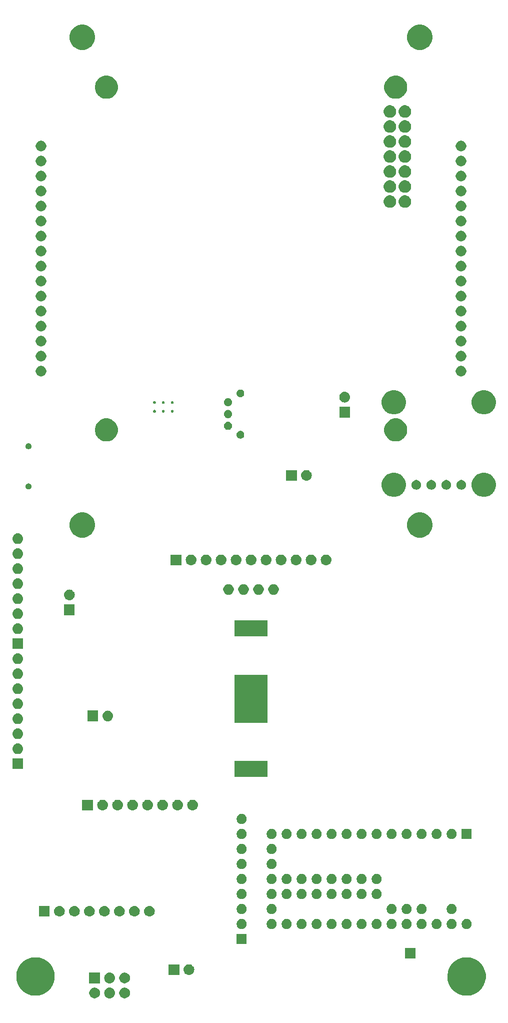
<source format=gbr>
G04 #@! TF.GenerationSoftware,KiCad,Pcbnew,(5.1.2-1)-1*
G04 #@! TF.CreationDate,2020-11-19T22:06:58-06:00*
G04 #@! TF.ProjectId,Core64 LB v0.4,436f7265-3634-4204-9c42-2076302e342e,0.3*
G04 #@! TF.SameCoordinates,Original*
G04 #@! TF.FileFunction,Soldermask,Bot*
G04 #@! TF.FilePolarity,Negative*
%FSLAX46Y46*%
G04 Gerber Fmt 4.6, Leading zero omitted, Abs format (unit mm)*
G04 Created by KiCad (PCBNEW (5.1.2-1)-1) date 2020-11-19 22:06:58*
%MOMM*%
%LPD*%
G04 APERTURE LIST*
%ADD10C,0.100000*%
G04 APERTURE END LIST*
D10*
G36*
X-21133222Y-123410547D02*
G01*
X-20966776Y-123479491D01*
X-20816978Y-123579583D01*
X-20689583Y-123706978D01*
X-20589491Y-123856776D01*
X-20520547Y-124023222D01*
X-20485400Y-124199918D01*
X-20485400Y-124380082D01*
X-20520547Y-124556778D01*
X-20589491Y-124723224D01*
X-20689583Y-124873022D01*
X-20816978Y-125000417D01*
X-20966776Y-125100509D01*
X-21133222Y-125169453D01*
X-21309918Y-125204600D01*
X-21490082Y-125204600D01*
X-21666778Y-125169453D01*
X-21833224Y-125100509D01*
X-21983022Y-125000417D01*
X-22110417Y-124873022D01*
X-22210509Y-124723224D01*
X-22279453Y-124556778D01*
X-22314600Y-124380082D01*
X-22314600Y-124199918D01*
X-22279453Y-124023222D01*
X-22210509Y-123856776D01*
X-22110417Y-123706978D01*
X-21983022Y-123579583D01*
X-21833224Y-123479491D01*
X-21666778Y-123410547D01*
X-21490082Y-123375400D01*
X-21309918Y-123375400D01*
X-21133222Y-123410547D01*
X-21133222Y-123410547D01*
G37*
G36*
X-23760706Y-123388633D02*
G01*
X-23588305Y-123440931D01*
X-23429417Y-123525858D01*
X-23290151Y-123640151D01*
X-23175858Y-123779417D01*
X-23090931Y-123938305D01*
X-23038633Y-124110706D01*
X-23020975Y-124290000D01*
X-23038633Y-124469294D01*
X-23090931Y-124641695D01*
X-23175858Y-124800583D01*
X-23290151Y-124939849D01*
X-23429417Y-125054142D01*
X-23588305Y-125139069D01*
X-23760706Y-125191367D01*
X-23895069Y-125204600D01*
X-23984931Y-125204600D01*
X-24119294Y-125191367D01*
X-24291695Y-125139069D01*
X-24450583Y-125054142D01*
X-24589849Y-124939849D01*
X-24704142Y-124800583D01*
X-24789069Y-124641695D01*
X-24841367Y-124469294D01*
X-24859025Y-124290000D01*
X-24841367Y-124110706D01*
X-24789069Y-123938305D01*
X-24704142Y-123779417D01*
X-24589849Y-123640151D01*
X-24450583Y-123525858D01*
X-24291695Y-123440931D01*
X-24119294Y-123388633D01*
X-23984931Y-123375400D01*
X-23895069Y-123375400D01*
X-23760706Y-123388633D01*
X-23760706Y-123388633D01*
G37*
G36*
X-26213222Y-123410547D02*
G01*
X-26046776Y-123479491D01*
X-25896978Y-123579583D01*
X-25769583Y-123706978D01*
X-25669491Y-123856776D01*
X-25600547Y-124023222D01*
X-25565400Y-124199918D01*
X-25565400Y-124380082D01*
X-25600547Y-124556778D01*
X-25669491Y-124723224D01*
X-25769583Y-124873022D01*
X-25896978Y-125000417D01*
X-26046776Y-125100509D01*
X-26213222Y-125169453D01*
X-26389918Y-125204600D01*
X-26570082Y-125204600D01*
X-26746778Y-125169453D01*
X-26913224Y-125100509D01*
X-27063022Y-125000417D01*
X-27190417Y-124873022D01*
X-27290509Y-124723224D01*
X-27359453Y-124556778D01*
X-27394600Y-124380082D01*
X-27394600Y-124199918D01*
X-27359453Y-124023222D01*
X-27290509Y-123856776D01*
X-27190417Y-123706978D01*
X-27063022Y-123579583D01*
X-26913224Y-123479491D01*
X-26746778Y-123410547D01*
X-26570082Y-123375400D01*
X-26389918Y-123375400D01*
X-26213222Y-123410547D01*
X-26213222Y-123410547D01*
G37*
G36*
X37134239Y-118311467D02*
G01*
X37448282Y-118373934D01*
X38039926Y-118619001D01*
X38572392Y-118974784D01*
X39025216Y-119427608D01*
X39380999Y-119960074D01*
X39626066Y-120551718D01*
X39682494Y-120835400D01*
X39751000Y-121179803D01*
X39751000Y-121820197D01*
X39711897Y-122016779D01*
X39626066Y-122448282D01*
X39380999Y-123039926D01*
X39113055Y-123440932D01*
X39056309Y-123525859D01*
X39025216Y-123572392D01*
X38572392Y-124025216D01*
X38039926Y-124380999D01*
X37448282Y-124626066D01*
X37134239Y-124688533D01*
X36820197Y-124751000D01*
X36179803Y-124751000D01*
X35865761Y-124688533D01*
X35551718Y-124626066D01*
X34960074Y-124380999D01*
X34427608Y-124025216D01*
X33974784Y-123572392D01*
X33943692Y-123525859D01*
X33886945Y-123440932D01*
X33619001Y-123039926D01*
X33373934Y-122448282D01*
X33288103Y-122016779D01*
X33249000Y-121820197D01*
X33249000Y-121179803D01*
X33317506Y-120835400D01*
X33373934Y-120551718D01*
X33619001Y-119960074D01*
X33974784Y-119427608D01*
X34427608Y-118974784D01*
X34960074Y-118619001D01*
X35551718Y-118373934D01*
X35865761Y-118311467D01*
X36179803Y-118249000D01*
X36820197Y-118249000D01*
X37134239Y-118311467D01*
X37134239Y-118311467D01*
G37*
G36*
X-35865761Y-118311467D02*
G01*
X-35551718Y-118373934D01*
X-34960074Y-118619001D01*
X-34427608Y-118974784D01*
X-33974784Y-119427608D01*
X-33619001Y-119960074D01*
X-33373934Y-120551718D01*
X-33317506Y-120835400D01*
X-33249000Y-121179803D01*
X-33249000Y-121820197D01*
X-33288103Y-122016779D01*
X-33373934Y-122448282D01*
X-33619001Y-123039926D01*
X-33886945Y-123440932D01*
X-33943691Y-123525859D01*
X-33974784Y-123572392D01*
X-34427608Y-124025216D01*
X-34960074Y-124380999D01*
X-35551718Y-124626066D01*
X-35865761Y-124688533D01*
X-36179803Y-124751000D01*
X-36820197Y-124751000D01*
X-37134239Y-124688533D01*
X-37448282Y-124626066D01*
X-38039926Y-124380999D01*
X-38572392Y-124025216D01*
X-39025216Y-123572392D01*
X-39056308Y-123525859D01*
X-39113055Y-123440932D01*
X-39380999Y-123039926D01*
X-39626066Y-122448282D01*
X-39711897Y-122016779D01*
X-39751000Y-121820197D01*
X-39751000Y-121179803D01*
X-39682494Y-120835400D01*
X-39626066Y-120551718D01*
X-39380999Y-119960074D01*
X-39025216Y-119427608D01*
X-38572392Y-118974784D01*
X-38039926Y-118619001D01*
X-37448282Y-118373934D01*
X-37134239Y-118311467D01*
X-36820197Y-118249000D01*
X-36179803Y-118249000D01*
X-35865761Y-118311467D01*
X-35865761Y-118311467D01*
G37*
G36*
X-23760706Y-120848633D02*
G01*
X-23588305Y-120900931D01*
X-23429417Y-120985858D01*
X-23290151Y-121100151D01*
X-23175858Y-121239417D01*
X-23090931Y-121398305D01*
X-23038633Y-121570706D01*
X-23020975Y-121750000D01*
X-23038633Y-121929294D01*
X-23090931Y-122101695D01*
X-23175858Y-122260583D01*
X-23290151Y-122399849D01*
X-23429417Y-122514142D01*
X-23588305Y-122599069D01*
X-23760706Y-122651367D01*
X-23895069Y-122664600D01*
X-23984931Y-122664600D01*
X-24119294Y-122651367D01*
X-24291695Y-122599069D01*
X-24450583Y-122514142D01*
X-24589849Y-122399849D01*
X-24704142Y-122260583D01*
X-24789069Y-122101695D01*
X-24841367Y-121929294D01*
X-24859025Y-121750000D01*
X-24841367Y-121570706D01*
X-24789069Y-121398305D01*
X-24704142Y-121239417D01*
X-24589849Y-121100151D01*
X-24450583Y-120985858D01*
X-24291695Y-120900931D01*
X-24119294Y-120848633D01*
X-23984931Y-120835400D01*
X-23895069Y-120835400D01*
X-23760706Y-120848633D01*
X-23760706Y-120848633D01*
G37*
G36*
X-21133222Y-120870547D02*
G01*
X-20966776Y-120939491D01*
X-20816978Y-121039583D01*
X-20689583Y-121166978D01*
X-20589491Y-121316776D01*
X-20520547Y-121483222D01*
X-20485400Y-121659918D01*
X-20485400Y-121840082D01*
X-20520547Y-122016778D01*
X-20589491Y-122183224D01*
X-20689583Y-122333022D01*
X-20816978Y-122460417D01*
X-20966776Y-122560509D01*
X-21133222Y-122629453D01*
X-21309918Y-122664600D01*
X-21490082Y-122664600D01*
X-21666778Y-122629453D01*
X-21833224Y-122560509D01*
X-21983022Y-122460417D01*
X-22110417Y-122333022D01*
X-22210509Y-122183224D01*
X-22279453Y-122016778D01*
X-22314600Y-121840082D01*
X-22314600Y-121659918D01*
X-22279453Y-121483222D01*
X-22210509Y-121316776D01*
X-22110417Y-121166978D01*
X-21983022Y-121039583D01*
X-21833224Y-120939491D01*
X-21666778Y-120870547D01*
X-21490082Y-120835400D01*
X-21309918Y-120835400D01*
X-21133222Y-120870547D01*
X-21133222Y-120870547D01*
G37*
G36*
X-25565400Y-122664600D02*
G01*
X-27394600Y-122664600D01*
X-27394600Y-120835400D01*
X-25565400Y-120835400D01*
X-25565400Y-122664600D01*
X-25565400Y-122664600D01*
G37*
G36*
X-10428885Y-119452630D02*
G01*
X-10333373Y-119462037D01*
X-10163534Y-119513557D01*
X-10007009Y-119597222D01*
X-9971271Y-119626552D01*
X-9869814Y-119709814D01*
X-9786552Y-119811271D01*
X-9757222Y-119847009D01*
X-9673557Y-120003534D01*
X-9622037Y-120173373D01*
X-9604641Y-120350000D01*
X-9622037Y-120526627D01*
X-9673557Y-120696466D01*
X-9757222Y-120852991D01*
X-9771630Y-120870547D01*
X-9869814Y-120990186D01*
X-9962600Y-121066332D01*
X-10007009Y-121102778D01*
X-10007011Y-121102779D01*
X-10151111Y-121179803D01*
X-10163534Y-121186443D01*
X-10333373Y-121237963D01*
X-10399557Y-121244481D01*
X-10465740Y-121251000D01*
X-10554260Y-121251000D01*
X-10620443Y-121244481D01*
X-10686627Y-121237963D01*
X-10856466Y-121186443D01*
X-10868888Y-121179803D01*
X-11012989Y-121102779D01*
X-11012991Y-121102778D01*
X-11057400Y-121066332D01*
X-11150186Y-120990186D01*
X-11248370Y-120870547D01*
X-11262778Y-120852991D01*
X-11346443Y-120696466D01*
X-11397963Y-120526627D01*
X-11415359Y-120350000D01*
X-11397963Y-120173373D01*
X-11346443Y-120003534D01*
X-11262778Y-119847009D01*
X-11233448Y-119811271D01*
X-11150186Y-119709814D01*
X-11048729Y-119626552D01*
X-11012991Y-119597222D01*
X-10856466Y-119513557D01*
X-10686627Y-119462037D01*
X-10591115Y-119452630D01*
X-10554260Y-119449000D01*
X-10465740Y-119449000D01*
X-10428885Y-119452630D01*
X-10428885Y-119452630D01*
G37*
G36*
X-12149000Y-121251000D02*
G01*
X-13951000Y-121251000D01*
X-13951000Y-119449000D01*
X-12149000Y-119449000D01*
X-12149000Y-121251000D01*
X-12149000Y-121251000D01*
G37*
G36*
X27891000Y-118491000D02*
G01*
X26089000Y-118491000D01*
X26089000Y-116689000D01*
X27891000Y-116689000D01*
X27891000Y-118491000D01*
X27891000Y-118491000D01*
G37*
G36*
X-739000Y-116011000D02*
G01*
X-2441000Y-116011000D01*
X-2441000Y-114309000D01*
X-739000Y-114309000D01*
X-739000Y-116011000D01*
X-739000Y-116011000D01*
G37*
G36*
X24058228Y-111801703D02*
G01*
X24213100Y-111865853D01*
X24352481Y-111958985D01*
X24471015Y-112077519D01*
X24564147Y-112216900D01*
X24628297Y-112371772D01*
X24661000Y-112536184D01*
X24661000Y-112703816D01*
X24628297Y-112868228D01*
X24564147Y-113023100D01*
X24471015Y-113162481D01*
X24352481Y-113281015D01*
X24213100Y-113374147D01*
X24058228Y-113438297D01*
X23893816Y-113471000D01*
X23726184Y-113471000D01*
X23561772Y-113438297D01*
X23406900Y-113374147D01*
X23267519Y-113281015D01*
X23148985Y-113162481D01*
X23055853Y-113023100D01*
X22991703Y-112868228D01*
X22959000Y-112703816D01*
X22959000Y-112536184D01*
X22991703Y-112371772D01*
X23055853Y-112216900D01*
X23148985Y-112077519D01*
X23267519Y-111958985D01*
X23406900Y-111865853D01*
X23561772Y-111801703D01*
X23726184Y-111769000D01*
X23893816Y-111769000D01*
X24058228Y-111801703D01*
X24058228Y-111801703D01*
G37*
G36*
X26598228Y-111801703D02*
G01*
X26753100Y-111865853D01*
X26892481Y-111958985D01*
X27011015Y-112077519D01*
X27104147Y-112216900D01*
X27168297Y-112371772D01*
X27201000Y-112536184D01*
X27201000Y-112703816D01*
X27168297Y-112868228D01*
X27104147Y-113023100D01*
X27011015Y-113162481D01*
X26892481Y-113281015D01*
X26753100Y-113374147D01*
X26598228Y-113438297D01*
X26433816Y-113471000D01*
X26266184Y-113471000D01*
X26101772Y-113438297D01*
X25946900Y-113374147D01*
X25807519Y-113281015D01*
X25688985Y-113162481D01*
X25595853Y-113023100D01*
X25531703Y-112868228D01*
X25499000Y-112703816D01*
X25499000Y-112536184D01*
X25531703Y-112371772D01*
X25595853Y-112216900D01*
X25688985Y-112077519D01*
X25807519Y-111958985D01*
X25946900Y-111865853D01*
X26101772Y-111801703D01*
X26266184Y-111769000D01*
X26433816Y-111769000D01*
X26598228Y-111801703D01*
X26598228Y-111801703D01*
G37*
G36*
X29138228Y-111801703D02*
G01*
X29293100Y-111865853D01*
X29432481Y-111958985D01*
X29551015Y-112077519D01*
X29644147Y-112216900D01*
X29708297Y-112371772D01*
X29741000Y-112536184D01*
X29741000Y-112703816D01*
X29708297Y-112868228D01*
X29644147Y-113023100D01*
X29551015Y-113162481D01*
X29432481Y-113281015D01*
X29293100Y-113374147D01*
X29138228Y-113438297D01*
X28973816Y-113471000D01*
X28806184Y-113471000D01*
X28641772Y-113438297D01*
X28486900Y-113374147D01*
X28347519Y-113281015D01*
X28228985Y-113162481D01*
X28135853Y-113023100D01*
X28071703Y-112868228D01*
X28039000Y-112703816D01*
X28039000Y-112536184D01*
X28071703Y-112371772D01*
X28135853Y-112216900D01*
X28228985Y-112077519D01*
X28347519Y-111958985D01*
X28486900Y-111865853D01*
X28641772Y-111801703D01*
X28806184Y-111769000D01*
X28973816Y-111769000D01*
X29138228Y-111801703D01*
X29138228Y-111801703D01*
G37*
G36*
X31678228Y-111801703D02*
G01*
X31833100Y-111865853D01*
X31972481Y-111958985D01*
X32091015Y-112077519D01*
X32184147Y-112216900D01*
X32248297Y-112371772D01*
X32281000Y-112536184D01*
X32281000Y-112703816D01*
X32248297Y-112868228D01*
X32184147Y-113023100D01*
X32091015Y-113162481D01*
X31972481Y-113281015D01*
X31833100Y-113374147D01*
X31678228Y-113438297D01*
X31513816Y-113471000D01*
X31346184Y-113471000D01*
X31181772Y-113438297D01*
X31026900Y-113374147D01*
X30887519Y-113281015D01*
X30768985Y-113162481D01*
X30675853Y-113023100D01*
X30611703Y-112868228D01*
X30579000Y-112703816D01*
X30579000Y-112536184D01*
X30611703Y-112371772D01*
X30675853Y-112216900D01*
X30768985Y-112077519D01*
X30887519Y-111958985D01*
X31026900Y-111865853D01*
X31181772Y-111801703D01*
X31346184Y-111769000D01*
X31513816Y-111769000D01*
X31678228Y-111801703D01*
X31678228Y-111801703D01*
G37*
G36*
X34218228Y-111801703D02*
G01*
X34373100Y-111865853D01*
X34512481Y-111958985D01*
X34631015Y-112077519D01*
X34724147Y-112216900D01*
X34788297Y-112371772D01*
X34821000Y-112536184D01*
X34821000Y-112703816D01*
X34788297Y-112868228D01*
X34724147Y-113023100D01*
X34631015Y-113162481D01*
X34512481Y-113281015D01*
X34373100Y-113374147D01*
X34218228Y-113438297D01*
X34053816Y-113471000D01*
X33886184Y-113471000D01*
X33721772Y-113438297D01*
X33566900Y-113374147D01*
X33427519Y-113281015D01*
X33308985Y-113162481D01*
X33215853Y-113023100D01*
X33151703Y-112868228D01*
X33119000Y-112703816D01*
X33119000Y-112536184D01*
X33151703Y-112371772D01*
X33215853Y-112216900D01*
X33308985Y-112077519D01*
X33427519Y-111958985D01*
X33566900Y-111865853D01*
X33721772Y-111801703D01*
X33886184Y-111769000D01*
X34053816Y-111769000D01*
X34218228Y-111801703D01*
X34218228Y-111801703D01*
G37*
G36*
X36758228Y-111801703D02*
G01*
X36913100Y-111865853D01*
X37052481Y-111958985D01*
X37171015Y-112077519D01*
X37264147Y-112216900D01*
X37328297Y-112371772D01*
X37361000Y-112536184D01*
X37361000Y-112703816D01*
X37328297Y-112868228D01*
X37264147Y-113023100D01*
X37171015Y-113162481D01*
X37052481Y-113281015D01*
X36913100Y-113374147D01*
X36758228Y-113438297D01*
X36593816Y-113471000D01*
X36426184Y-113471000D01*
X36261772Y-113438297D01*
X36106900Y-113374147D01*
X35967519Y-113281015D01*
X35848985Y-113162481D01*
X35755853Y-113023100D01*
X35691703Y-112868228D01*
X35659000Y-112703816D01*
X35659000Y-112536184D01*
X35691703Y-112371772D01*
X35755853Y-112216900D01*
X35848985Y-112077519D01*
X35967519Y-111958985D01*
X36106900Y-111865853D01*
X36261772Y-111801703D01*
X36426184Y-111769000D01*
X36593816Y-111769000D01*
X36758228Y-111801703D01*
X36758228Y-111801703D01*
G37*
G36*
X6278228Y-111801703D02*
G01*
X6433100Y-111865853D01*
X6572481Y-111958985D01*
X6691015Y-112077519D01*
X6784147Y-112216900D01*
X6848297Y-112371772D01*
X6881000Y-112536184D01*
X6881000Y-112703816D01*
X6848297Y-112868228D01*
X6784147Y-113023100D01*
X6691015Y-113162481D01*
X6572481Y-113281015D01*
X6433100Y-113374147D01*
X6278228Y-113438297D01*
X6113816Y-113471000D01*
X5946184Y-113471000D01*
X5781772Y-113438297D01*
X5626900Y-113374147D01*
X5487519Y-113281015D01*
X5368985Y-113162481D01*
X5275853Y-113023100D01*
X5211703Y-112868228D01*
X5179000Y-112703816D01*
X5179000Y-112536184D01*
X5211703Y-112371772D01*
X5275853Y-112216900D01*
X5368985Y-112077519D01*
X5487519Y-111958985D01*
X5626900Y-111865853D01*
X5781772Y-111801703D01*
X5946184Y-111769000D01*
X6113816Y-111769000D01*
X6278228Y-111801703D01*
X6278228Y-111801703D01*
G37*
G36*
X21518228Y-111801703D02*
G01*
X21673100Y-111865853D01*
X21812481Y-111958985D01*
X21931015Y-112077519D01*
X22024147Y-112216900D01*
X22088297Y-112371772D01*
X22121000Y-112536184D01*
X22121000Y-112703816D01*
X22088297Y-112868228D01*
X22024147Y-113023100D01*
X21931015Y-113162481D01*
X21812481Y-113281015D01*
X21673100Y-113374147D01*
X21518228Y-113438297D01*
X21353816Y-113471000D01*
X21186184Y-113471000D01*
X21021772Y-113438297D01*
X20866900Y-113374147D01*
X20727519Y-113281015D01*
X20608985Y-113162481D01*
X20515853Y-113023100D01*
X20451703Y-112868228D01*
X20419000Y-112703816D01*
X20419000Y-112536184D01*
X20451703Y-112371772D01*
X20515853Y-112216900D01*
X20608985Y-112077519D01*
X20727519Y-111958985D01*
X20866900Y-111865853D01*
X21021772Y-111801703D01*
X21186184Y-111769000D01*
X21353816Y-111769000D01*
X21518228Y-111801703D01*
X21518228Y-111801703D01*
G37*
G36*
X18978228Y-111801703D02*
G01*
X19133100Y-111865853D01*
X19272481Y-111958985D01*
X19391015Y-112077519D01*
X19484147Y-112216900D01*
X19548297Y-112371772D01*
X19581000Y-112536184D01*
X19581000Y-112703816D01*
X19548297Y-112868228D01*
X19484147Y-113023100D01*
X19391015Y-113162481D01*
X19272481Y-113281015D01*
X19133100Y-113374147D01*
X18978228Y-113438297D01*
X18813816Y-113471000D01*
X18646184Y-113471000D01*
X18481772Y-113438297D01*
X18326900Y-113374147D01*
X18187519Y-113281015D01*
X18068985Y-113162481D01*
X17975853Y-113023100D01*
X17911703Y-112868228D01*
X17879000Y-112703816D01*
X17879000Y-112536184D01*
X17911703Y-112371772D01*
X17975853Y-112216900D01*
X18068985Y-112077519D01*
X18187519Y-111958985D01*
X18326900Y-111865853D01*
X18481772Y-111801703D01*
X18646184Y-111769000D01*
X18813816Y-111769000D01*
X18978228Y-111801703D01*
X18978228Y-111801703D01*
G37*
G36*
X3738228Y-111801703D02*
G01*
X3893100Y-111865853D01*
X4032481Y-111958985D01*
X4151015Y-112077519D01*
X4244147Y-112216900D01*
X4308297Y-112371772D01*
X4341000Y-112536184D01*
X4341000Y-112703816D01*
X4308297Y-112868228D01*
X4244147Y-113023100D01*
X4151015Y-113162481D01*
X4032481Y-113281015D01*
X3893100Y-113374147D01*
X3738228Y-113438297D01*
X3573816Y-113471000D01*
X3406184Y-113471000D01*
X3241772Y-113438297D01*
X3086900Y-113374147D01*
X2947519Y-113281015D01*
X2828985Y-113162481D01*
X2735853Y-113023100D01*
X2671703Y-112868228D01*
X2639000Y-112703816D01*
X2639000Y-112536184D01*
X2671703Y-112371772D01*
X2735853Y-112216900D01*
X2828985Y-112077519D01*
X2947519Y-111958985D01*
X3086900Y-111865853D01*
X3241772Y-111801703D01*
X3406184Y-111769000D01*
X3573816Y-111769000D01*
X3738228Y-111801703D01*
X3738228Y-111801703D01*
G37*
G36*
X-1341772Y-111801703D02*
G01*
X-1186900Y-111865853D01*
X-1047519Y-111958985D01*
X-928985Y-112077519D01*
X-835853Y-112216900D01*
X-771703Y-112371772D01*
X-739000Y-112536184D01*
X-739000Y-112703816D01*
X-771703Y-112868228D01*
X-835853Y-113023100D01*
X-928985Y-113162481D01*
X-1047519Y-113281015D01*
X-1186900Y-113374147D01*
X-1341772Y-113438297D01*
X-1506184Y-113471000D01*
X-1673816Y-113471000D01*
X-1838228Y-113438297D01*
X-1993100Y-113374147D01*
X-2132481Y-113281015D01*
X-2251015Y-113162481D01*
X-2344147Y-113023100D01*
X-2408297Y-112868228D01*
X-2441000Y-112703816D01*
X-2441000Y-112536184D01*
X-2408297Y-112371772D01*
X-2344147Y-112216900D01*
X-2251015Y-112077519D01*
X-2132481Y-111958985D01*
X-1993100Y-111865853D01*
X-1838228Y-111801703D01*
X-1673816Y-111769000D01*
X-1506184Y-111769000D01*
X-1341772Y-111801703D01*
X-1341772Y-111801703D01*
G37*
G36*
X16438228Y-111801703D02*
G01*
X16593100Y-111865853D01*
X16732481Y-111958985D01*
X16851015Y-112077519D01*
X16944147Y-112216900D01*
X17008297Y-112371772D01*
X17041000Y-112536184D01*
X17041000Y-112703816D01*
X17008297Y-112868228D01*
X16944147Y-113023100D01*
X16851015Y-113162481D01*
X16732481Y-113281015D01*
X16593100Y-113374147D01*
X16438228Y-113438297D01*
X16273816Y-113471000D01*
X16106184Y-113471000D01*
X15941772Y-113438297D01*
X15786900Y-113374147D01*
X15647519Y-113281015D01*
X15528985Y-113162481D01*
X15435853Y-113023100D01*
X15371703Y-112868228D01*
X15339000Y-112703816D01*
X15339000Y-112536184D01*
X15371703Y-112371772D01*
X15435853Y-112216900D01*
X15528985Y-112077519D01*
X15647519Y-111958985D01*
X15786900Y-111865853D01*
X15941772Y-111801703D01*
X16106184Y-111769000D01*
X16273816Y-111769000D01*
X16438228Y-111801703D01*
X16438228Y-111801703D01*
G37*
G36*
X13898228Y-111801703D02*
G01*
X14053100Y-111865853D01*
X14192481Y-111958985D01*
X14311015Y-112077519D01*
X14404147Y-112216900D01*
X14468297Y-112371772D01*
X14501000Y-112536184D01*
X14501000Y-112703816D01*
X14468297Y-112868228D01*
X14404147Y-113023100D01*
X14311015Y-113162481D01*
X14192481Y-113281015D01*
X14053100Y-113374147D01*
X13898228Y-113438297D01*
X13733816Y-113471000D01*
X13566184Y-113471000D01*
X13401772Y-113438297D01*
X13246900Y-113374147D01*
X13107519Y-113281015D01*
X12988985Y-113162481D01*
X12895853Y-113023100D01*
X12831703Y-112868228D01*
X12799000Y-112703816D01*
X12799000Y-112536184D01*
X12831703Y-112371772D01*
X12895853Y-112216900D01*
X12988985Y-112077519D01*
X13107519Y-111958985D01*
X13246900Y-111865853D01*
X13401772Y-111801703D01*
X13566184Y-111769000D01*
X13733816Y-111769000D01*
X13898228Y-111801703D01*
X13898228Y-111801703D01*
G37*
G36*
X11358228Y-111801703D02*
G01*
X11513100Y-111865853D01*
X11652481Y-111958985D01*
X11771015Y-112077519D01*
X11864147Y-112216900D01*
X11928297Y-112371772D01*
X11961000Y-112536184D01*
X11961000Y-112703816D01*
X11928297Y-112868228D01*
X11864147Y-113023100D01*
X11771015Y-113162481D01*
X11652481Y-113281015D01*
X11513100Y-113374147D01*
X11358228Y-113438297D01*
X11193816Y-113471000D01*
X11026184Y-113471000D01*
X10861772Y-113438297D01*
X10706900Y-113374147D01*
X10567519Y-113281015D01*
X10448985Y-113162481D01*
X10355853Y-113023100D01*
X10291703Y-112868228D01*
X10259000Y-112703816D01*
X10259000Y-112536184D01*
X10291703Y-112371772D01*
X10355853Y-112216900D01*
X10448985Y-112077519D01*
X10567519Y-111958985D01*
X10706900Y-111865853D01*
X10861772Y-111801703D01*
X11026184Y-111769000D01*
X11193816Y-111769000D01*
X11358228Y-111801703D01*
X11358228Y-111801703D01*
G37*
G36*
X8818228Y-111801703D02*
G01*
X8973100Y-111865853D01*
X9112481Y-111958985D01*
X9231015Y-112077519D01*
X9324147Y-112216900D01*
X9388297Y-112371772D01*
X9421000Y-112536184D01*
X9421000Y-112703816D01*
X9388297Y-112868228D01*
X9324147Y-113023100D01*
X9231015Y-113162481D01*
X9112481Y-113281015D01*
X8973100Y-113374147D01*
X8818228Y-113438297D01*
X8653816Y-113471000D01*
X8486184Y-113471000D01*
X8321772Y-113438297D01*
X8166900Y-113374147D01*
X8027519Y-113281015D01*
X7908985Y-113162481D01*
X7815853Y-113023100D01*
X7751703Y-112868228D01*
X7719000Y-112703816D01*
X7719000Y-112536184D01*
X7751703Y-112371772D01*
X7815853Y-112216900D01*
X7908985Y-112077519D01*
X8027519Y-111958985D01*
X8166900Y-111865853D01*
X8321772Y-111801703D01*
X8486184Y-111769000D01*
X8653816Y-111769000D01*
X8818228Y-111801703D01*
X8818228Y-111801703D01*
G37*
G36*
X-34084000Y-111351000D02*
G01*
X-35886000Y-111351000D01*
X-35886000Y-109549000D01*
X-34084000Y-109549000D01*
X-34084000Y-111351000D01*
X-34084000Y-111351000D01*
G37*
G36*
X-17094558Y-109555518D02*
G01*
X-17028373Y-109562037D01*
X-16858534Y-109613557D01*
X-16702009Y-109697222D01*
X-16666271Y-109726552D01*
X-16564814Y-109809814D01*
X-16481552Y-109911271D01*
X-16452222Y-109947009D01*
X-16368557Y-110103534D01*
X-16317037Y-110273373D01*
X-16299641Y-110450000D01*
X-16317037Y-110626627D01*
X-16368557Y-110796466D01*
X-16452222Y-110952991D01*
X-16481552Y-110988729D01*
X-16564814Y-111090186D01*
X-16666271Y-111173448D01*
X-16702009Y-111202778D01*
X-16858534Y-111286443D01*
X-17028373Y-111337963D01*
X-17094558Y-111344482D01*
X-17160740Y-111351000D01*
X-17249260Y-111351000D01*
X-17315442Y-111344482D01*
X-17381627Y-111337963D01*
X-17551466Y-111286443D01*
X-17707991Y-111202778D01*
X-17743729Y-111173448D01*
X-17845186Y-111090186D01*
X-17928448Y-110988729D01*
X-17957778Y-110952991D01*
X-18041443Y-110796466D01*
X-18092963Y-110626627D01*
X-18110359Y-110450000D01*
X-18092963Y-110273373D01*
X-18041443Y-110103534D01*
X-17957778Y-109947009D01*
X-17928448Y-109911271D01*
X-17845186Y-109809814D01*
X-17743729Y-109726552D01*
X-17707991Y-109697222D01*
X-17551466Y-109613557D01*
X-17381627Y-109562037D01*
X-17315442Y-109555518D01*
X-17249260Y-109549000D01*
X-17160740Y-109549000D01*
X-17094558Y-109555518D01*
X-17094558Y-109555518D01*
G37*
G36*
X-19634558Y-109555518D02*
G01*
X-19568373Y-109562037D01*
X-19398534Y-109613557D01*
X-19242009Y-109697222D01*
X-19206271Y-109726552D01*
X-19104814Y-109809814D01*
X-19021552Y-109911271D01*
X-18992222Y-109947009D01*
X-18908557Y-110103534D01*
X-18857037Y-110273373D01*
X-18839641Y-110450000D01*
X-18857037Y-110626627D01*
X-18908557Y-110796466D01*
X-18992222Y-110952991D01*
X-19021552Y-110988729D01*
X-19104814Y-111090186D01*
X-19206271Y-111173448D01*
X-19242009Y-111202778D01*
X-19398534Y-111286443D01*
X-19568373Y-111337963D01*
X-19634558Y-111344482D01*
X-19700740Y-111351000D01*
X-19789260Y-111351000D01*
X-19855442Y-111344482D01*
X-19921627Y-111337963D01*
X-20091466Y-111286443D01*
X-20247991Y-111202778D01*
X-20283729Y-111173448D01*
X-20385186Y-111090186D01*
X-20468448Y-110988729D01*
X-20497778Y-110952991D01*
X-20581443Y-110796466D01*
X-20632963Y-110626627D01*
X-20650359Y-110450000D01*
X-20632963Y-110273373D01*
X-20581443Y-110103534D01*
X-20497778Y-109947009D01*
X-20468448Y-109911271D01*
X-20385186Y-109809814D01*
X-20283729Y-109726552D01*
X-20247991Y-109697222D01*
X-20091466Y-109613557D01*
X-19921627Y-109562037D01*
X-19855442Y-109555518D01*
X-19789260Y-109549000D01*
X-19700740Y-109549000D01*
X-19634558Y-109555518D01*
X-19634558Y-109555518D01*
G37*
G36*
X-22174558Y-109555518D02*
G01*
X-22108373Y-109562037D01*
X-21938534Y-109613557D01*
X-21782009Y-109697222D01*
X-21746271Y-109726552D01*
X-21644814Y-109809814D01*
X-21561552Y-109911271D01*
X-21532222Y-109947009D01*
X-21448557Y-110103534D01*
X-21397037Y-110273373D01*
X-21379641Y-110450000D01*
X-21397037Y-110626627D01*
X-21448557Y-110796466D01*
X-21532222Y-110952991D01*
X-21561552Y-110988729D01*
X-21644814Y-111090186D01*
X-21746271Y-111173448D01*
X-21782009Y-111202778D01*
X-21938534Y-111286443D01*
X-22108373Y-111337963D01*
X-22174558Y-111344482D01*
X-22240740Y-111351000D01*
X-22329260Y-111351000D01*
X-22395442Y-111344482D01*
X-22461627Y-111337963D01*
X-22631466Y-111286443D01*
X-22787991Y-111202778D01*
X-22823729Y-111173448D01*
X-22925186Y-111090186D01*
X-23008448Y-110988729D01*
X-23037778Y-110952991D01*
X-23121443Y-110796466D01*
X-23172963Y-110626627D01*
X-23190359Y-110450000D01*
X-23172963Y-110273373D01*
X-23121443Y-110103534D01*
X-23037778Y-109947009D01*
X-23008448Y-109911271D01*
X-22925186Y-109809814D01*
X-22823729Y-109726552D01*
X-22787991Y-109697222D01*
X-22631466Y-109613557D01*
X-22461627Y-109562037D01*
X-22395442Y-109555518D01*
X-22329260Y-109549000D01*
X-22240740Y-109549000D01*
X-22174558Y-109555518D01*
X-22174558Y-109555518D01*
G37*
G36*
X-24714558Y-109555518D02*
G01*
X-24648373Y-109562037D01*
X-24478534Y-109613557D01*
X-24322009Y-109697222D01*
X-24286271Y-109726552D01*
X-24184814Y-109809814D01*
X-24101552Y-109911271D01*
X-24072222Y-109947009D01*
X-23988557Y-110103534D01*
X-23937037Y-110273373D01*
X-23919641Y-110450000D01*
X-23937037Y-110626627D01*
X-23988557Y-110796466D01*
X-24072222Y-110952991D01*
X-24101552Y-110988729D01*
X-24184814Y-111090186D01*
X-24286271Y-111173448D01*
X-24322009Y-111202778D01*
X-24478534Y-111286443D01*
X-24648373Y-111337963D01*
X-24714558Y-111344482D01*
X-24780740Y-111351000D01*
X-24869260Y-111351000D01*
X-24935442Y-111344482D01*
X-25001627Y-111337963D01*
X-25171466Y-111286443D01*
X-25327991Y-111202778D01*
X-25363729Y-111173448D01*
X-25465186Y-111090186D01*
X-25548448Y-110988729D01*
X-25577778Y-110952991D01*
X-25661443Y-110796466D01*
X-25712963Y-110626627D01*
X-25730359Y-110450000D01*
X-25712963Y-110273373D01*
X-25661443Y-110103534D01*
X-25577778Y-109947009D01*
X-25548448Y-109911271D01*
X-25465186Y-109809814D01*
X-25363729Y-109726552D01*
X-25327991Y-109697222D01*
X-25171466Y-109613557D01*
X-25001627Y-109562037D01*
X-24935442Y-109555518D01*
X-24869260Y-109549000D01*
X-24780740Y-109549000D01*
X-24714558Y-109555518D01*
X-24714558Y-109555518D01*
G37*
G36*
X-27254558Y-109555518D02*
G01*
X-27188373Y-109562037D01*
X-27018534Y-109613557D01*
X-26862009Y-109697222D01*
X-26826271Y-109726552D01*
X-26724814Y-109809814D01*
X-26641552Y-109911271D01*
X-26612222Y-109947009D01*
X-26528557Y-110103534D01*
X-26477037Y-110273373D01*
X-26459641Y-110450000D01*
X-26477037Y-110626627D01*
X-26528557Y-110796466D01*
X-26612222Y-110952991D01*
X-26641552Y-110988729D01*
X-26724814Y-111090186D01*
X-26826271Y-111173448D01*
X-26862009Y-111202778D01*
X-27018534Y-111286443D01*
X-27188373Y-111337963D01*
X-27254558Y-111344482D01*
X-27320740Y-111351000D01*
X-27409260Y-111351000D01*
X-27475442Y-111344482D01*
X-27541627Y-111337963D01*
X-27711466Y-111286443D01*
X-27867991Y-111202778D01*
X-27903729Y-111173448D01*
X-28005186Y-111090186D01*
X-28088448Y-110988729D01*
X-28117778Y-110952991D01*
X-28201443Y-110796466D01*
X-28252963Y-110626627D01*
X-28270359Y-110450000D01*
X-28252963Y-110273373D01*
X-28201443Y-110103534D01*
X-28117778Y-109947009D01*
X-28088448Y-109911271D01*
X-28005186Y-109809814D01*
X-27903729Y-109726552D01*
X-27867991Y-109697222D01*
X-27711466Y-109613557D01*
X-27541627Y-109562037D01*
X-27475442Y-109555518D01*
X-27409260Y-109549000D01*
X-27320740Y-109549000D01*
X-27254558Y-109555518D01*
X-27254558Y-109555518D01*
G37*
G36*
X-29794558Y-109555518D02*
G01*
X-29728373Y-109562037D01*
X-29558534Y-109613557D01*
X-29402009Y-109697222D01*
X-29366271Y-109726552D01*
X-29264814Y-109809814D01*
X-29181552Y-109911271D01*
X-29152222Y-109947009D01*
X-29068557Y-110103534D01*
X-29017037Y-110273373D01*
X-28999641Y-110450000D01*
X-29017037Y-110626627D01*
X-29068557Y-110796466D01*
X-29152222Y-110952991D01*
X-29181552Y-110988729D01*
X-29264814Y-111090186D01*
X-29366271Y-111173448D01*
X-29402009Y-111202778D01*
X-29558534Y-111286443D01*
X-29728373Y-111337963D01*
X-29794558Y-111344482D01*
X-29860740Y-111351000D01*
X-29949260Y-111351000D01*
X-30015442Y-111344482D01*
X-30081627Y-111337963D01*
X-30251466Y-111286443D01*
X-30407991Y-111202778D01*
X-30443729Y-111173448D01*
X-30545186Y-111090186D01*
X-30628448Y-110988729D01*
X-30657778Y-110952991D01*
X-30741443Y-110796466D01*
X-30792963Y-110626627D01*
X-30810359Y-110450000D01*
X-30792963Y-110273373D01*
X-30741443Y-110103534D01*
X-30657778Y-109947009D01*
X-30628448Y-109911271D01*
X-30545186Y-109809814D01*
X-30443729Y-109726552D01*
X-30407991Y-109697222D01*
X-30251466Y-109613557D01*
X-30081627Y-109562037D01*
X-30015442Y-109555518D01*
X-29949260Y-109549000D01*
X-29860740Y-109549000D01*
X-29794558Y-109555518D01*
X-29794558Y-109555518D01*
G37*
G36*
X-32334558Y-109555518D02*
G01*
X-32268373Y-109562037D01*
X-32098534Y-109613557D01*
X-31942009Y-109697222D01*
X-31906271Y-109726552D01*
X-31804814Y-109809814D01*
X-31721552Y-109911271D01*
X-31692222Y-109947009D01*
X-31608557Y-110103534D01*
X-31557037Y-110273373D01*
X-31539641Y-110450000D01*
X-31557037Y-110626627D01*
X-31608557Y-110796466D01*
X-31692222Y-110952991D01*
X-31721552Y-110988729D01*
X-31804814Y-111090186D01*
X-31906271Y-111173448D01*
X-31942009Y-111202778D01*
X-32098534Y-111286443D01*
X-32268373Y-111337963D01*
X-32334558Y-111344482D01*
X-32400740Y-111351000D01*
X-32489260Y-111351000D01*
X-32555442Y-111344482D01*
X-32621627Y-111337963D01*
X-32791466Y-111286443D01*
X-32947991Y-111202778D01*
X-32983729Y-111173448D01*
X-33085186Y-111090186D01*
X-33168448Y-110988729D01*
X-33197778Y-110952991D01*
X-33281443Y-110796466D01*
X-33332963Y-110626627D01*
X-33350359Y-110450000D01*
X-33332963Y-110273373D01*
X-33281443Y-110103534D01*
X-33197778Y-109947009D01*
X-33168448Y-109911271D01*
X-33085186Y-109809814D01*
X-32983729Y-109726552D01*
X-32947991Y-109697222D01*
X-32791466Y-109613557D01*
X-32621627Y-109562037D01*
X-32555442Y-109555518D01*
X-32489260Y-109549000D01*
X-32400740Y-109549000D01*
X-32334558Y-109555518D01*
X-32334558Y-109555518D01*
G37*
G36*
X3738228Y-109261703D02*
G01*
X3893100Y-109325853D01*
X4032481Y-109418985D01*
X4151015Y-109537519D01*
X4244147Y-109676900D01*
X4308297Y-109831772D01*
X4341000Y-109996184D01*
X4341000Y-110163816D01*
X4308297Y-110328228D01*
X4244147Y-110483100D01*
X4151015Y-110622481D01*
X4032481Y-110741015D01*
X3893100Y-110834147D01*
X3738228Y-110898297D01*
X3573816Y-110931000D01*
X3406184Y-110931000D01*
X3241772Y-110898297D01*
X3086900Y-110834147D01*
X2947519Y-110741015D01*
X2828985Y-110622481D01*
X2735853Y-110483100D01*
X2671703Y-110328228D01*
X2639000Y-110163816D01*
X2639000Y-109996184D01*
X2671703Y-109831772D01*
X2735853Y-109676900D01*
X2828985Y-109537519D01*
X2947519Y-109418985D01*
X3086900Y-109325853D01*
X3241772Y-109261703D01*
X3406184Y-109229000D01*
X3573816Y-109229000D01*
X3738228Y-109261703D01*
X3738228Y-109261703D01*
G37*
G36*
X-1341772Y-109261703D02*
G01*
X-1186900Y-109325853D01*
X-1047519Y-109418985D01*
X-928985Y-109537519D01*
X-835853Y-109676900D01*
X-771703Y-109831772D01*
X-739000Y-109996184D01*
X-739000Y-110163816D01*
X-771703Y-110328228D01*
X-835853Y-110483100D01*
X-928985Y-110622481D01*
X-1047519Y-110741015D01*
X-1186900Y-110834147D01*
X-1341772Y-110898297D01*
X-1506184Y-110931000D01*
X-1673816Y-110931000D01*
X-1838228Y-110898297D01*
X-1993100Y-110834147D01*
X-2132481Y-110741015D01*
X-2251015Y-110622481D01*
X-2344147Y-110483100D01*
X-2408297Y-110328228D01*
X-2441000Y-110163816D01*
X-2441000Y-109996184D01*
X-2408297Y-109831772D01*
X-2344147Y-109676900D01*
X-2251015Y-109537519D01*
X-2132481Y-109418985D01*
X-1993100Y-109325853D01*
X-1838228Y-109261703D01*
X-1673816Y-109229000D01*
X-1506184Y-109229000D01*
X-1341772Y-109261703D01*
X-1341772Y-109261703D01*
G37*
G36*
X34218228Y-109261703D02*
G01*
X34373100Y-109325853D01*
X34512481Y-109418985D01*
X34631015Y-109537519D01*
X34724147Y-109676900D01*
X34788297Y-109831772D01*
X34821000Y-109996184D01*
X34821000Y-110163816D01*
X34788297Y-110328228D01*
X34724147Y-110483100D01*
X34631015Y-110622481D01*
X34512481Y-110741015D01*
X34373100Y-110834147D01*
X34218228Y-110898297D01*
X34053816Y-110931000D01*
X33886184Y-110931000D01*
X33721772Y-110898297D01*
X33566900Y-110834147D01*
X33427519Y-110741015D01*
X33308985Y-110622481D01*
X33215853Y-110483100D01*
X33151703Y-110328228D01*
X33119000Y-110163816D01*
X33119000Y-109996184D01*
X33151703Y-109831772D01*
X33215853Y-109676900D01*
X33308985Y-109537519D01*
X33427519Y-109418985D01*
X33566900Y-109325853D01*
X33721772Y-109261703D01*
X33886184Y-109229000D01*
X34053816Y-109229000D01*
X34218228Y-109261703D01*
X34218228Y-109261703D01*
G37*
G36*
X29138228Y-109261703D02*
G01*
X29293100Y-109325853D01*
X29432481Y-109418985D01*
X29551015Y-109537519D01*
X29644147Y-109676900D01*
X29708297Y-109831772D01*
X29741000Y-109996184D01*
X29741000Y-110163816D01*
X29708297Y-110328228D01*
X29644147Y-110483100D01*
X29551015Y-110622481D01*
X29432481Y-110741015D01*
X29293100Y-110834147D01*
X29138228Y-110898297D01*
X28973816Y-110931000D01*
X28806184Y-110931000D01*
X28641772Y-110898297D01*
X28486900Y-110834147D01*
X28347519Y-110741015D01*
X28228985Y-110622481D01*
X28135853Y-110483100D01*
X28071703Y-110328228D01*
X28039000Y-110163816D01*
X28039000Y-109996184D01*
X28071703Y-109831772D01*
X28135853Y-109676900D01*
X28228985Y-109537519D01*
X28347519Y-109418985D01*
X28486900Y-109325853D01*
X28641772Y-109261703D01*
X28806184Y-109229000D01*
X28973816Y-109229000D01*
X29138228Y-109261703D01*
X29138228Y-109261703D01*
G37*
G36*
X26598228Y-109261703D02*
G01*
X26753100Y-109325853D01*
X26892481Y-109418985D01*
X27011015Y-109537519D01*
X27104147Y-109676900D01*
X27168297Y-109831772D01*
X27201000Y-109996184D01*
X27201000Y-110163816D01*
X27168297Y-110328228D01*
X27104147Y-110483100D01*
X27011015Y-110622481D01*
X26892481Y-110741015D01*
X26753100Y-110834147D01*
X26598228Y-110898297D01*
X26433816Y-110931000D01*
X26266184Y-110931000D01*
X26101772Y-110898297D01*
X25946900Y-110834147D01*
X25807519Y-110741015D01*
X25688985Y-110622481D01*
X25595853Y-110483100D01*
X25531703Y-110328228D01*
X25499000Y-110163816D01*
X25499000Y-109996184D01*
X25531703Y-109831772D01*
X25595853Y-109676900D01*
X25688985Y-109537519D01*
X25807519Y-109418985D01*
X25946900Y-109325853D01*
X26101772Y-109261703D01*
X26266184Y-109229000D01*
X26433816Y-109229000D01*
X26598228Y-109261703D01*
X26598228Y-109261703D01*
G37*
G36*
X24058228Y-109261703D02*
G01*
X24213100Y-109325853D01*
X24352481Y-109418985D01*
X24471015Y-109537519D01*
X24564147Y-109676900D01*
X24628297Y-109831772D01*
X24661000Y-109996184D01*
X24661000Y-110163816D01*
X24628297Y-110328228D01*
X24564147Y-110483100D01*
X24471015Y-110622481D01*
X24352481Y-110741015D01*
X24213100Y-110834147D01*
X24058228Y-110898297D01*
X23893816Y-110931000D01*
X23726184Y-110931000D01*
X23561772Y-110898297D01*
X23406900Y-110834147D01*
X23267519Y-110741015D01*
X23148985Y-110622481D01*
X23055853Y-110483100D01*
X22991703Y-110328228D01*
X22959000Y-110163816D01*
X22959000Y-109996184D01*
X22991703Y-109831772D01*
X23055853Y-109676900D01*
X23148985Y-109537519D01*
X23267519Y-109418985D01*
X23406900Y-109325853D01*
X23561772Y-109261703D01*
X23726184Y-109229000D01*
X23893816Y-109229000D01*
X24058228Y-109261703D01*
X24058228Y-109261703D01*
G37*
G36*
X21518228Y-106721703D02*
G01*
X21673100Y-106785853D01*
X21812481Y-106878985D01*
X21931015Y-106997519D01*
X22024147Y-107136900D01*
X22088297Y-107291772D01*
X22121000Y-107456184D01*
X22121000Y-107623816D01*
X22088297Y-107788228D01*
X22024147Y-107943100D01*
X21931015Y-108082481D01*
X21812481Y-108201015D01*
X21673100Y-108294147D01*
X21518228Y-108358297D01*
X21353816Y-108391000D01*
X21186184Y-108391000D01*
X21021772Y-108358297D01*
X20866900Y-108294147D01*
X20727519Y-108201015D01*
X20608985Y-108082481D01*
X20515853Y-107943100D01*
X20451703Y-107788228D01*
X20419000Y-107623816D01*
X20419000Y-107456184D01*
X20451703Y-107291772D01*
X20515853Y-107136900D01*
X20608985Y-106997519D01*
X20727519Y-106878985D01*
X20866900Y-106785853D01*
X21021772Y-106721703D01*
X21186184Y-106689000D01*
X21353816Y-106689000D01*
X21518228Y-106721703D01*
X21518228Y-106721703D01*
G37*
G36*
X18978228Y-106721703D02*
G01*
X19133100Y-106785853D01*
X19272481Y-106878985D01*
X19391015Y-106997519D01*
X19484147Y-107136900D01*
X19548297Y-107291772D01*
X19581000Y-107456184D01*
X19581000Y-107623816D01*
X19548297Y-107788228D01*
X19484147Y-107943100D01*
X19391015Y-108082481D01*
X19272481Y-108201015D01*
X19133100Y-108294147D01*
X18978228Y-108358297D01*
X18813816Y-108391000D01*
X18646184Y-108391000D01*
X18481772Y-108358297D01*
X18326900Y-108294147D01*
X18187519Y-108201015D01*
X18068985Y-108082481D01*
X17975853Y-107943100D01*
X17911703Y-107788228D01*
X17879000Y-107623816D01*
X17879000Y-107456184D01*
X17911703Y-107291772D01*
X17975853Y-107136900D01*
X18068985Y-106997519D01*
X18187519Y-106878985D01*
X18326900Y-106785853D01*
X18481772Y-106721703D01*
X18646184Y-106689000D01*
X18813816Y-106689000D01*
X18978228Y-106721703D01*
X18978228Y-106721703D01*
G37*
G36*
X-1341772Y-106721703D02*
G01*
X-1186900Y-106785853D01*
X-1047519Y-106878985D01*
X-928985Y-106997519D01*
X-835853Y-107136900D01*
X-771703Y-107291772D01*
X-739000Y-107456184D01*
X-739000Y-107623816D01*
X-771703Y-107788228D01*
X-835853Y-107943100D01*
X-928985Y-108082481D01*
X-1047519Y-108201015D01*
X-1186900Y-108294147D01*
X-1341772Y-108358297D01*
X-1506184Y-108391000D01*
X-1673816Y-108391000D01*
X-1838228Y-108358297D01*
X-1993100Y-108294147D01*
X-2132481Y-108201015D01*
X-2251015Y-108082481D01*
X-2344147Y-107943100D01*
X-2408297Y-107788228D01*
X-2441000Y-107623816D01*
X-2441000Y-107456184D01*
X-2408297Y-107291772D01*
X-2344147Y-107136900D01*
X-2251015Y-106997519D01*
X-2132481Y-106878985D01*
X-1993100Y-106785853D01*
X-1838228Y-106721703D01*
X-1673816Y-106689000D01*
X-1506184Y-106689000D01*
X-1341772Y-106721703D01*
X-1341772Y-106721703D01*
G37*
G36*
X16438228Y-106721703D02*
G01*
X16593100Y-106785853D01*
X16732481Y-106878985D01*
X16851015Y-106997519D01*
X16944147Y-107136900D01*
X17008297Y-107291772D01*
X17041000Y-107456184D01*
X17041000Y-107623816D01*
X17008297Y-107788228D01*
X16944147Y-107943100D01*
X16851015Y-108082481D01*
X16732481Y-108201015D01*
X16593100Y-108294147D01*
X16438228Y-108358297D01*
X16273816Y-108391000D01*
X16106184Y-108391000D01*
X15941772Y-108358297D01*
X15786900Y-108294147D01*
X15647519Y-108201015D01*
X15528985Y-108082481D01*
X15435853Y-107943100D01*
X15371703Y-107788228D01*
X15339000Y-107623816D01*
X15339000Y-107456184D01*
X15371703Y-107291772D01*
X15435853Y-107136900D01*
X15528985Y-106997519D01*
X15647519Y-106878985D01*
X15786900Y-106785853D01*
X15941772Y-106721703D01*
X16106184Y-106689000D01*
X16273816Y-106689000D01*
X16438228Y-106721703D01*
X16438228Y-106721703D01*
G37*
G36*
X13898228Y-106721703D02*
G01*
X14053100Y-106785853D01*
X14192481Y-106878985D01*
X14311015Y-106997519D01*
X14404147Y-107136900D01*
X14468297Y-107291772D01*
X14501000Y-107456184D01*
X14501000Y-107623816D01*
X14468297Y-107788228D01*
X14404147Y-107943100D01*
X14311015Y-108082481D01*
X14192481Y-108201015D01*
X14053100Y-108294147D01*
X13898228Y-108358297D01*
X13733816Y-108391000D01*
X13566184Y-108391000D01*
X13401772Y-108358297D01*
X13246900Y-108294147D01*
X13107519Y-108201015D01*
X12988985Y-108082481D01*
X12895853Y-107943100D01*
X12831703Y-107788228D01*
X12799000Y-107623816D01*
X12799000Y-107456184D01*
X12831703Y-107291772D01*
X12895853Y-107136900D01*
X12988985Y-106997519D01*
X13107519Y-106878985D01*
X13246900Y-106785853D01*
X13401772Y-106721703D01*
X13566184Y-106689000D01*
X13733816Y-106689000D01*
X13898228Y-106721703D01*
X13898228Y-106721703D01*
G37*
G36*
X11358228Y-106721703D02*
G01*
X11513100Y-106785853D01*
X11652481Y-106878985D01*
X11771015Y-106997519D01*
X11864147Y-107136900D01*
X11928297Y-107291772D01*
X11961000Y-107456184D01*
X11961000Y-107623816D01*
X11928297Y-107788228D01*
X11864147Y-107943100D01*
X11771015Y-108082481D01*
X11652481Y-108201015D01*
X11513100Y-108294147D01*
X11358228Y-108358297D01*
X11193816Y-108391000D01*
X11026184Y-108391000D01*
X10861772Y-108358297D01*
X10706900Y-108294147D01*
X10567519Y-108201015D01*
X10448985Y-108082481D01*
X10355853Y-107943100D01*
X10291703Y-107788228D01*
X10259000Y-107623816D01*
X10259000Y-107456184D01*
X10291703Y-107291772D01*
X10355853Y-107136900D01*
X10448985Y-106997519D01*
X10567519Y-106878985D01*
X10706900Y-106785853D01*
X10861772Y-106721703D01*
X11026184Y-106689000D01*
X11193816Y-106689000D01*
X11358228Y-106721703D01*
X11358228Y-106721703D01*
G37*
G36*
X3738228Y-106721703D02*
G01*
X3893100Y-106785853D01*
X4032481Y-106878985D01*
X4151015Y-106997519D01*
X4244147Y-107136900D01*
X4308297Y-107291772D01*
X4341000Y-107456184D01*
X4341000Y-107623816D01*
X4308297Y-107788228D01*
X4244147Y-107943100D01*
X4151015Y-108082481D01*
X4032481Y-108201015D01*
X3893100Y-108294147D01*
X3738228Y-108358297D01*
X3573816Y-108391000D01*
X3406184Y-108391000D01*
X3241772Y-108358297D01*
X3086900Y-108294147D01*
X2947519Y-108201015D01*
X2828985Y-108082481D01*
X2735853Y-107943100D01*
X2671703Y-107788228D01*
X2639000Y-107623816D01*
X2639000Y-107456184D01*
X2671703Y-107291772D01*
X2735853Y-107136900D01*
X2828985Y-106997519D01*
X2947519Y-106878985D01*
X3086900Y-106785853D01*
X3241772Y-106721703D01*
X3406184Y-106689000D01*
X3573816Y-106689000D01*
X3738228Y-106721703D01*
X3738228Y-106721703D01*
G37*
G36*
X8818228Y-106721703D02*
G01*
X8973100Y-106785853D01*
X9112481Y-106878985D01*
X9231015Y-106997519D01*
X9324147Y-107136900D01*
X9388297Y-107291772D01*
X9421000Y-107456184D01*
X9421000Y-107623816D01*
X9388297Y-107788228D01*
X9324147Y-107943100D01*
X9231015Y-108082481D01*
X9112481Y-108201015D01*
X8973100Y-108294147D01*
X8818228Y-108358297D01*
X8653816Y-108391000D01*
X8486184Y-108391000D01*
X8321772Y-108358297D01*
X8166900Y-108294147D01*
X8027519Y-108201015D01*
X7908985Y-108082481D01*
X7815853Y-107943100D01*
X7751703Y-107788228D01*
X7719000Y-107623816D01*
X7719000Y-107456184D01*
X7751703Y-107291772D01*
X7815853Y-107136900D01*
X7908985Y-106997519D01*
X8027519Y-106878985D01*
X8166900Y-106785853D01*
X8321772Y-106721703D01*
X8486184Y-106689000D01*
X8653816Y-106689000D01*
X8818228Y-106721703D01*
X8818228Y-106721703D01*
G37*
G36*
X6278228Y-106721703D02*
G01*
X6433100Y-106785853D01*
X6572481Y-106878985D01*
X6691015Y-106997519D01*
X6784147Y-107136900D01*
X6848297Y-107291772D01*
X6881000Y-107456184D01*
X6881000Y-107623816D01*
X6848297Y-107788228D01*
X6784147Y-107943100D01*
X6691015Y-108082481D01*
X6572481Y-108201015D01*
X6433100Y-108294147D01*
X6278228Y-108358297D01*
X6113816Y-108391000D01*
X5946184Y-108391000D01*
X5781772Y-108358297D01*
X5626900Y-108294147D01*
X5487519Y-108201015D01*
X5368985Y-108082481D01*
X5275853Y-107943100D01*
X5211703Y-107788228D01*
X5179000Y-107623816D01*
X5179000Y-107456184D01*
X5211703Y-107291772D01*
X5275853Y-107136900D01*
X5368985Y-106997519D01*
X5487519Y-106878985D01*
X5626900Y-106785853D01*
X5781772Y-106721703D01*
X5946184Y-106689000D01*
X6113816Y-106689000D01*
X6278228Y-106721703D01*
X6278228Y-106721703D01*
G37*
G36*
X13898228Y-104181703D02*
G01*
X14053100Y-104245853D01*
X14192481Y-104338985D01*
X14311015Y-104457519D01*
X14404147Y-104596900D01*
X14468297Y-104751772D01*
X14501000Y-104916184D01*
X14501000Y-105083816D01*
X14468297Y-105248228D01*
X14404147Y-105403100D01*
X14311015Y-105542481D01*
X14192481Y-105661015D01*
X14053100Y-105754147D01*
X13898228Y-105818297D01*
X13733816Y-105851000D01*
X13566184Y-105851000D01*
X13401772Y-105818297D01*
X13246900Y-105754147D01*
X13107519Y-105661015D01*
X12988985Y-105542481D01*
X12895853Y-105403100D01*
X12831703Y-105248228D01*
X12799000Y-105083816D01*
X12799000Y-104916184D01*
X12831703Y-104751772D01*
X12895853Y-104596900D01*
X12988985Y-104457519D01*
X13107519Y-104338985D01*
X13246900Y-104245853D01*
X13401772Y-104181703D01*
X13566184Y-104149000D01*
X13733816Y-104149000D01*
X13898228Y-104181703D01*
X13898228Y-104181703D01*
G37*
G36*
X8818228Y-104181703D02*
G01*
X8973100Y-104245853D01*
X9112481Y-104338985D01*
X9231015Y-104457519D01*
X9324147Y-104596900D01*
X9388297Y-104751772D01*
X9421000Y-104916184D01*
X9421000Y-105083816D01*
X9388297Y-105248228D01*
X9324147Y-105403100D01*
X9231015Y-105542481D01*
X9112481Y-105661015D01*
X8973100Y-105754147D01*
X8818228Y-105818297D01*
X8653816Y-105851000D01*
X8486184Y-105851000D01*
X8321772Y-105818297D01*
X8166900Y-105754147D01*
X8027519Y-105661015D01*
X7908985Y-105542481D01*
X7815853Y-105403100D01*
X7751703Y-105248228D01*
X7719000Y-105083816D01*
X7719000Y-104916184D01*
X7751703Y-104751772D01*
X7815853Y-104596900D01*
X7908985Y-104457519D01*
X8027519Y-104338985D01*
X8166900Y-104245853D01*
X8321772Y-104181703D01*
X8486184Y-104149000D01*
X8653816Y-104149000D01*
X8818228Y-104181703D01*
X8818228Y-104181703D01*
G37*
G36*
X-1341772Y-104181703D02*
G01*
X-1186900Y-104245853D01*
X-1047519Y-104338985D01*
X-928985Y-104457519D01*
X-835853Y-104596900D01*
X-771703Y-104751772D01*
X-739000Y-104916184D01*
X-739000Y-105083816D01*
X-771703Y-105248228D01*
X-835853Y-105403100D01*
X-928985Y-105542481D01*
X-1047519Y-105661015D01*
X-1186900Y-105754147D01*
X-1341772Y-105818297D01*
X-1506184Y-105851000D01*
X-1673816Y-105851000D01*
X-1838228Y-105818297D01*
X-1993100Y-105754147D01*
X-2132481Y-105661015D01*
X-2251015Y-105542481D01*
X-2344147Y-105403100D01*
X-2408297Y-105248228D01*
X-2441000Y-105083816D01*
X-2441000Y-104916184D01*
X-2408297Y-104751772D01*
X-2344147Y-104596900D01*
X-2251015Y-104457519D01*
X-2132481Y-104338985D01*
X-1993100Y-104245853D01*
X-1838228Y-104181703D01*
X-1673816Y-104149000D01*
X-1506184Y-104149000D01*
X-1341772Y-104181703D01*
X-1341772Y-104181703D01*
G37*
G36*
X3738228Y-104181703D02*
G01*
X3893100Y-104245853D01*
X4032481Y-104338985D01*
X4151015Y-104457519D01*
X4244147Y-104596900D01*
X4308297Y-104751772D01*
X4341000Y-104916184D01*
X4341000Y-105083816D01*
X4308297Y-105248228D01*
X4244147Y-105403100D01*
X4151015Y-105542481D01*
X4032481Y-105661015D01*
X3893100Y-105754147D01*
X3738228Y-105818297D01*
X3573816Y-105851000D01*
X3406184Y-105851000D01*
X3241772Y-105818297D01*
X3086900Y-105754147D01*
X2947519Y-105661015D01*
X2828985Y-105542481D01*
X2735853Y-105403100D01*
X2671703Y-105248228D01*
X2639000Y-105083816D01*
X2639000Y-104916184D01*
X2671703Y-104751772D01*
X2735853Y-104596900D01*
X2828985Y-104457519D01*
X2947519Y-104338985D01*
X3086900Y-104245853D01*
X3241772Y-104181703D01*
X3406184Y-104149000D01*
X3573816Y-104149000D01*
X3738228Y-104181703D01*
X3738228Y-104181703D01*
G37*
G36*
X21518228Y-104181703D02*
G01*
X21673100Y-104245853D01*
X21812481Y-104338985D01*
X21931015Y-104457519D01*
X22024147Y-104596900D01*
X22088297Y-104751772D01*
X22121000Y-104916184D01*
X22121000Y-105083816D01*
X22088297Y-105248228D01*
X22024147Y-105403100D01*
X21931015Y-105542481D01*
X21812481Y-105661015D01*
X21673100Y-105754147D01*
X21518228Y-105818297D01*
X21353816Y-105851000D01*
X21186184Y-105851000D01*
X21021772Y-105818297D01*
X20866900Y-105754147D01*
X20727519Y-105661015D01*
X20608985Y-105542481D01*
X20515853Y-105403100D01*
X20451703Y-105248228D01*
X20419000Y-105083816D01*
X20419000Y-104916184D01*
X20451703Y-104751772D01*
X20515853Y-104596900D01*
X20608985Y-104457519D01*
X20727519Y-104338985D01*
X20866900Y-104245853D01*
X21021772Y-104181703D01*
X21186184Y-104149000D01*
X21353816Y-104149000D01*
X21518228Y-104181703D01*
X21518228Y-104181703D01*
G37*
G36*
X18978228Y-104181703D02*
G01*
X19133100Y-104245853D01*
X19272481Y-104338985D01*
X19391015Y-104457519D01*
X19484147Y-104596900D01*
X19548297Y-104751772D01*
X19581000Y-104916184D01*
X19581000Y-105083816D01*
X19548297Y-105248228D01*
X19484147Y-105403100D01*
X19391015Y-105542481D01*
X19272481Y-105661015D01*
X19133100Y-105754147D01*
X18978228Y-105818297D01*
X18813816Y-105851000D01*
X18646184Y-105851000D01*
X18481772Y-105818297D01*
X18326900Y-105754147D01*
X18187519Y-105661015D01*
X18068985Y-105542481D01*
X17975853Y-105403100D01*
X17911703Y-105248228D01*
X17879000Y-105083816D01*
X17879000Y-104916184D01*
X17911703Y-104751772D01*
X17975853Y-104596900D01*
X18068985Y-104457519D01*
X18187519Y-104338985D01*
X18326900Y-104245853D01*
X18481772Y-104181703D01*
X18646184Y-104149000D01*
X18813816Y-104149000D01*
X18978228Y-104181703D01*
X18978228Y-104181703D01*
G37*
G36*
X16438228Y-104181703D02*
G01*
X16593100Y-104245853D01*
X16732481Y-104338985D01*
X16851015Y-104457519D01*
X16944147Y-104596900D01*
X17008297Y-104751772D01*
X17041000Y-104916184D01*
X17041000Y-105083816D01*
X17008297Y-105248228D01*
X16944147Y-105403100D01*
X16851015Y-105542481D01*
X16732481Y-105661015D01*
X16593100Y-105754147D01*
X16438228Y-105818297D01*
X16273816Y-105851000D01*
X16106184Y-105851000D01*
X15941772Y-105818297D01*
X15786900Y-105754147D01*
X15647519Y-105661015D01*
X15528985Y-105542481D01*
X15435853Y-105403100D01*
X15371703Y-105248228D01*
X15339000Y-105083816D01*
X15339000Y-104916184D01*
X15371703Y-104751772D01*
X15435853Y-104596900D01*
X15528985Y-104457519D01*
X15647519Y-104338985D01*
X15786900Y-104245853D01*
X15941772Y-104181703D01*
X16106184Y-104149000D01*
X16273816Y-104149000D01*
X16438228Y-104181703D01*
X16438228Y-104181703D01*
G37*
G36*
X11358228Y-104181703D02*
G01*
X11513100Y-104245853D01*
X11652481Y-104338985D01*
X11771015Y-104457519D01*
X11864147Y-104596900D01*
X11928297Y-104751772D01*
X11961000Y-104916184D01*
X11961000Y-105083816D01*
X11928297Y-105248228D01*
X11864147Y-105403100D01*
X11771015Y-105542481D01*
X11652481Y-105661015D01*
X11513100Y-105754147D01*
X11358228Y-105818297D01*
X11193816Y-105851000D01*
X11026184Y-105851000D01*
X10861772Y-105818297D01*
X10706900Y-105754147D01*
X10567519Y-105661015D01*
X10448985Y-105542481D01*
X10355853Y-105403100D01*
X10291703Y-105248228D01*
X10259000Y-105083816D01*
X10259000Y-104916184D01*
X10291703Y-104751772D01*
X10355853Y-104596900D01*
X10448985Y-104457519D01*
X10567519Y-104338985D01*
X10706900Y-104245853D01*
X10861772Y-104181703D01*
X11026184Y-104149000D01*
X11193816Y-104149000D01*
X11358228Y-104181703D01*
X11358228Y-104181703D01*
G37*
G36*
X6278228Y-104181703D02*
G01*
X6433100Y-104245853D01*
X6572481Y-104338985D01*
X6691015Y-104457519D01*
X6784147Y-104596900D01*
X6848297Y-104751772D01*
X6881000Y-104916184D01*
X6881000Y-105083816D01*
X6848297Y-105248228D01*
X6784147Y-105403100D01*
X6691015Y-105542481D01*
X6572481Y-105661015D01*
X6433100Y-105754147D01*
X6278228Y-105818297D01*
X6113816Y-105851000D01*
X5946184Y-105851000D01*
X5781772Y-105818297D01*
X5626900Y-105754147D01*
X5487519Y-105661015D01*
X5368985Y-105542481D01*
X5275853Y-105403100D01*
X5211703Y-105248228D01*
X5179000Y-105083816D01*
X5179000Y-104916184D01*
X5211703Y-104751772D01*
X5275853Y-104596900D01*
X5368985Y-104457519D01*
X5487519Y-104338985D01*
X5626900Y-104245853D01*
X5781772Y-104181703D01*
X5946184Y-104149000D01*
X6113816Y-104149000D01*
X6278228Y-104181703D01*
X6278228Y-104181703D01*
G37*
G36*
X-1341772Y-101641703D02*
G01*
X-1186900Y-101705853D01*
X-1047519Y-101798985D01*
X-928985Y-101917519D01*
X-835853Y-102056900D01*
X-771703Y-102211772D01*
X-739000Y-102376184D01*
X-739000Y-102543816D01*
X-771703Y-102708228D01*
X-835853Y-102863100D01*
X-928985Y-103002481D01*
X-1047519Y-103121015D01*
X-1186900Y-103214147D01*
X-1341772Y-103278297D01*
X-1506184Y-103311000D01*
X-1673816Y-103311000D01*
X-1838228Y-103278297D01*
X-1993100Y-103214147D01*
X-2132481Y-103121015D01*
X-2251015Y-103002481D01*
X-2344147Y-102863100D01*
X-2408297Y-102708228D01*
X-2441000Y-102543816D01*
X-2441000Y-102376184D01*
X-2408297Y-102211772D01*
X-2344147Y-102056900D01*
X-2251015Y-101917519D01*
X-2132481Y-101798985D01*
X-1993100Y-101705853D01*
X-1838228Y-101641703D01*
X-1673816Y-101609000D01*
X-1506184Y-101609000D01*
X-1341772Y-101641703D01*
X-1341772Y-101641703D01*
G37*
G36*
X3738228Y-101641703D02*
G01*
X3893100Y-101705853D01*
X4032481Y-101798985D01*
X4151015Y-101917519D01*
X4244147Y-102056900D01*
X4308297Y-102211772D01*
X4341000Y-102376184D01*
X4341000Y-102543816D01*
X4308297Y-102708228D01*
X4244147Y-102863100D01*
X4151015Y-103002481D01*
X4032481Y-103121015D01*
X3893100Y-103214147D01*
X3738228Y-103278297D01*
X3573816Y-103311000D01*
X3406184Y-103311000D01*
X3241772Y-103278297D01*
X3086900Y-103214147D01*
X2947519Y-103121015D01*
X2828985Y-103002481D01*
X2735853Y-102863100D01*
X2671703Y-102708228D01*
X2639000Y-102543816D01*
X2639000Y-102376184D01*
X2671703Y-102211772D01*
X2735853Y-102056900D01*
X2828985Y-101917519D01*
X2947519Y-101798985D01*
X3086900Y-101705853D01*
X3241772Y-101641703D01*
X3406184Y-101609000D01*
X3573816Y-101609000D01*
X3738228Y-101641703D01*
X3738228Y-101641703D01*
G37*
G36*
X-1341772Y-99101703D02*
G01*
X-1186900Y-99165853D01*
X-1047519Y-99258985D01*
X-928985Y-99377519D01*
X-835853Y-99516900D01*
X-771703Y-99671772D01*
X-739000Y-99836184D01*
X-739000Y-100003816D01*
X-771703Y-100168228D01*
X-835853Y-100323100D01*
X-928985Y-100462481D01*
X-1047519Y-100581015D01*
X-1186900Y-100674147D01*
X-1341772Y-100738297D01*
X-1506184Y-100771000D01*
X-1673816Y-100771000D01*
X-1838228Y-100738297D01*
X-1993100Y-100674147D01*
X-2132481Y-100581015D01*
X-2251015Y-100462481D01*
X-2344147Y-100323100D01*
X-2408297Y-100168228D01*
X-2441000Y-100003816D01*
X-2441000Y-99836184D01*
X-2408297Y-99671772D01*
X-2344147Y-99516900D01*
X-2251015Y-99377519D01*
X-2132481Y-99258985D01*
X-1993100Y-99165853D01*
X-1838228Y-99101703D01*
X-1673816Y-99069000D01*
X-1506184Y-99069000D01*
X-1341772Y-99101703D01*
X-1341772Y-99101703D01*
G37*
G36*
X3738228Y-99101703D02*
G01*
X3893100Y-99165853D01*
X4032481Y-99258985D01*
X4151015Y-99377519D01*
X4244147Y-99516900D01*
X4308297Y-99671772D01*
X4341000Y-99836184D01*
X4341000Y-100003816D01*
X4308297Y-100168228D01*
X4244147Y-100323100D01*
X4151015Y-100462481D01*
X4032481Y-100581015D01*
X3893100Y-100674147D01*
X3738228Y-100738297D01*
X3573816Y-100771000D01*
X3406184Y-100771000D01*
X3241772Y-100738297D01*
X3086900Y-100674147D01*
X2947519Y-100581015D01*
X2828985Y-100462481D01*
X2735853Y-100323100D01*
X2671703Y-100168228D01*
X2639000Y-100003816D01*
X2639000Y-99836184D01*
X2671703Y-99671772D01*
X2735853Y-99516900D01*
X2828985Y-99377519D01*
X2947519Y-99258985D01*
X3086900Y-99165853D01*
X3241772Y-99101703D01*
X3406184Y-99069000D01*
X3573816Y-99069000D01*
X3738228Y-99101703D01*
X3738228Y-99101703D01*
G37*
G36*
X13898228Y-96561703D02*
G01*
X14053100Y-96625853D01*
X14192481Y-96718985D01*
X14311015Y-96837519D01*
X14404147Y-96976900D01*
X14468297Y-97131772D01*
X14501000Y-97296184D01*
X14501000Y-97463816D01*
X14468297Y-97628228D01*
X14404147Y-97783100D01*
X14311015Y-97922481D01*
X14192481Y-98041015D01*
X14053100Y-98134147D01*
X13898228Y-98198297D01*
X13733816Y-98231000D01*
X13566184Y-98231000D01*
X13401772Y-98198297D01*
X13246900Y-98134147D01*
X13107519Y-98041015D01*
X12988985Y-97922481D01*
X12895853Y-97783100D01*
X12831703Y-97628228D01*
X12799000Y-97463816D01*
X12799000Y-97296184D01*
X12831703Y-97131772D01*
X12895853Y-96976900D01*
X12988985Y-96837519D01*
X13107519Y-96718985D01*
X13246900Y-96625853D01*
X13401772Y-96561703D01*
X13566184Y-96529000D01*
X13733816Y-96529000D01*
X13898228Y-96561703D01*
X13898228Y-96561703D01*
G37*
G36*
X11358228Y-96561703D02*
G01*
X11513100Y-96625853D01*
X11652481Y-96718985D01*
X11771015Y-96837519D01*
X11864147Y-96976900D01*
X11928297Y-97131772D01*
X11961000Y-97296184D01*
X11961000Y-97463816D01*
X11928297Y-97628228D01*
X11864147Y-97783100D01*
X11771015Y-97922481D01*
X11652481Y-98041015D01*
X11513100Y-98134147D01*
X11358228Y-98198297D01*
X11193816Y-98231000D01*
X11026184Y-98231000D01*
X10861772Y-98198297D01*
X10706900Y-98134147D01*
X10567519Y-98041015D01*
X10448985Y-97922481D01*
X10355853Y-97783100D01*
X10291703Y-97628228D01*
X10259000Y-97463816D01*
X10259000Y-97296184D01*
X10291703Y-97131772D01*
X10355853Y-96976900D01*
X10448985Y-96837519D01*
X10567519Y-96718985D01*
X10706900Y-96625853D01*
X10861772Y-96561703D01*
X11026184Y-96529000D01*
X11193816Y-96529000D01*
X11358228Y-96561703D01*
X11358228Y-96561703D01*
G37*
G36*
X34218228Y-96561703D02*
G01*
X34373100Y-96625853D01*
X34512481Y-96718985D01*
X34631015Y-96837519D01*
X34724147Y-96976900D01*
X34788297Y-97131772D01*
X34821000Y-97296184D01*
X34821000Y-97463816D01*
X34788297Y-97628228D01*
X34724147Y-97783100D01*
X34631015Y-97922481D01*
X34512481Y-98041015D01*
X34373100Y-98134147D01*
X34218228Y-98198297D01*
X34053816Y-98231000D01*
X33886184Y-98231000D01*
X33721772Y-98198297D01*
X33566900Y-98134147D01*
X33427519Y-98041015D01*
X33308985Y-97922481D01*
X33215853Y-97783100D01*
X33151703Y-97628228D01*
X33119000Y-97463816D01*
X33119000Y-97296184D01*
X33151703Y-97131772D01*
X33215853Y-96976900D01*
X33308985Y-96837519D01*
X33427519Y-96718985D01*
X33566900Y-96625853D01*
X33721772Y-96561703D01*
X33886184Y-96529000D01*
X34053816Y-96529000D01*
X34218228Y-96561703D01*
X34218228Y-96561703D01*
G37*
G36*
X31678228Y-96561703D02*
G01*
X31833100Y-96625853D01*
X31972481Y-96718985D01*
X32091015Y-96837519D01*
X32184147Y-96976900D01*
X32248297Y-97131772D01*
X32281000Y-97296184D01*
X32281000Y-97463816D01*
X32248297Y-97628228D01*
X32184147Y-97783100D01*
X32091015Y-97922481D01*
X31972481Y-98041015D01*
X31833100Y-98134147D01*
X31678228Y-98198297D01*
X31513816Y-98231000D01*
X31346184Y-98231000D01*
X31181772Y-98198297D01*
X31026900Y-98134147D01*
X30887519Y-98041015D01*
X30768985Y-97922481D01*
X30675853Y-97783100D01*
X30611703Y-97628228D01*
X30579000Y-97463816D01*
X30579000Y-97296184D01*
X30611703Y-97131772D01*
X30675853Y-96976900D01*
X30768985Y-96837519D01*
X30887519Y-96718985D01*
X31026900Y-96625853D01*
X31181772Y-96561703D01*
X31346184Y-96529000D01*
X31513816Y-96529000D01*
X31678228Y-96561703D01*
X31678228Y-96561703D01*
G37*
G36*
X3738228Y-96561703D02*
G01*
X3893100Y-96625853D01*
X4032481Y-96718985D01*
X4151015Y-96837519D01*
X4244147Y-96976900D01*
X4308297Y-97131772D01*
X4341000Y-97296184D01*
X4341000Y-97463816D01*
X4308297Y-97628228D01*
X4244147Y-97783100D01*
X4151015Y-97922481D01*
X4032481Y-98041015D01*
X3893100Y-98134147D01*
X3738228Y-98198297D01*
X3573816Y-98231000D01*
X3406184Y-98231000D01*
X3241772Y-98198297D01*
X3086900Y-98134147D01*
X2947519Y-98041015D01*
X2828985Y-97922481D01*
X2735853Y-97783100D01*
X2671703Y-97628228D01*
X2639000Y-97463816D01*
X2639000Y-97296184D01*
X2671703Y-97131772D01*
X2735853Y-96976900D01*
X2828985Y-96837519D01*
X2947519Y-96718985D01*
X3086900Y-96625853D01*
X3241772Y-96561703D01*
X3406184Y-96529000D01*
X3573816Y-96529000D01*
X3738228Y-96561703D01*
X3738228Y-96561703D01*
G37*
G36*
X16438228Y-96561703D02*
G01*
X16593100Y-96625853D01*
X16732481Y-96718985D01*
X16851015Y-96837519D01*
X16944147Y-96976900D01*
X17008297Y-97131772D01*
X17041000Y-97296184D01*
X17041000Y-97463816D01*
X17008297Y-97628228D01*
X16944147Y-97783100D01*
X16851015Y-97922481D01*
X16732481Y-98041015D01*
X16593100Y-98134147D01*
X16438228Y-98198297D01*
X16273816Y-98231000D01*
X16106184Y-98231000D01*
X15941772Y-98198297D01*
X15786900Y-98134147D01*
X15647519Y-98041015D01*
X15528985Y-97922481D01*
X15435853Y-97783100D01*
X15371703Y-97628228D01*
X15339000Y-97463816D01*
X15339000Y-97296184D01*
X15371703Y-97131772D01*
X15435853Y-96976900D01*
X15528985Y-96837519D01*
X15647519Y-96718985D01*
X15786900Y-96625853D01*
X15941772Y-96561703D01*
X16106184Y-96529000D01*
X16273816Y-96529000D01*
X16438228Y-96561703D01*
X16438228Y-96561703D01*
G37*
G36*
X18978228Y-96561703D02*
G01*
X19133100Y-96625853D01*
X19272481Y-96718985D01*
X19391015Y-96837519D01*
X19484147Y-96976900D01*
X19548297Y-97131772D01*
X19581000Y-97296184D01*
X19581000Y-97463816D01*
X19548297Y-97628228D01*
X19484147Y-97783100D01*
X19391015Y-97922481D01*
X19272481Y-98041015D01*
X19133100Y-98134147D01*
X18978228Y-98198297D01*
X18813816Y-98231000D01*
X18646184Y-98231000D01*
X18481772Y-98198297D01*
X18326900Y-98134147D01*
X18187519Y-98041015D01*
X18068985Y-97922481D01*
X17975853Y-97783100D01*
X17911703Y-97628228D01*
X17879000Y-97463816D01*
X17879000Y-97296184D01*
X17911703Y-97131772D01*
X17975853Y-96976900D01*
X18068985Y-96837519D01*
X18187519Y-96718985D01*
X18326900Y-96625853D01*
X18481772Y-96561703D01*
X18646184Y-96529000D01*
X18813816Y-96529000D01*
X18978228Y-96561703D01*
X18978228Y-96561703D01*
G37*
G36*
X21518228Y-96561703D02*
G01*
X21673100Y-96625853D01*
X21812481Y-96718985D01*
X21931015Y-96837519D01*
X22024147Y-96976900D01*
X22088297Y-97131772D01*
X22121000Y-97296184D01*
X22121000Y-97463816D01*
X22088297Y-97628228D01*
X22024147Y-97783100D01*
X21931015Y-97922481D01*
X21812481Y-98041015D01*
X21673100Y-98134147D01*
X21518228Y-98198297D01*
X21353816Y-98231000D01*
X21186184Y-98231000D01*
X21021772Y-98198297D01*
X20866900Y-98134147D01*
X20727519Y-98041015D01*
X20608985Y-97922481D01*
X20515853Y-97783100D01*
X20451703Y-97628228D01*
X20419000Y-97463816D01*
X20419000Y-97296184D01*
X20451703Y-97131772D01*
X20515853Y-96976900D01*
X20608985Y-96837519D01*
X20727519Y-96718985D01*
X20866900Y-96625853D01*
X21021772Y-96561703D01*
X21186184Y-96529000D01*
X21353816Y-96529000D01*
X21518228Y-96561703D01*
X21518228Y-96561703D01*
G37*
G36*
X24058228Y-96561703D02*
G01*
X24213100Y-96625853D01*
X24352481Y-96718985D01*
X24471015Y-96837519D01*
X24564147Y-96976900D01*
X24628297Y-97131772D01*
X24661000Y-97296184D01*
X24661000Y-97463816D01*
X24628297Y-97628228D01*
X24564147Y-97783100D01*
X24471015Y-97922481D01*
X24352481Y-98041015D01*
X24213100Y-98134147D01*
X24058228Y-98198297D01*
X23893816Y-98231000D01*
X23726184Y-98231000D01*
X23561772Y-98198297D01*
X23406900Y-98134147D01*
X23267519Y-98041015D01*
X23148985Y-97922481D01*
X23055853Y-97783100D01*
X22991703Y-97628228D01*
X22959000Y-97463816D01*
X22959000Y-97296184D01*
X22991703Y-97131772D01*
X23055853Y-96976900D01*
X23148985Y-96837519D01*
X23267519Y-96718985D01*
X23406900Y-96625853D01*
X23561772Y-96561703D01*
X23726184Y-96529000D01*
X23893816Y-96529000D01*
X24058228Y-96561703D01*
X24058228Y-96561703D01*
G37*
G36*
X37361000Y-98231000D02*
G01*
X35659000Y-98231000D01*
X35659000Y-96529000D01*
X37361000Y-96529000D01*
X37361000Y-98231000D01*
X37361000Y-98231000D01*
G37*
G36*
X29138228Y-96561703D02*
G01*
X29293100Y-96625853D01*
X29432481Y-96718985D01*
X29551015Y-96837519D01*
X29644147Y-96976900D01*
X29708297Y-97131772D01*
X29741000Y-97296184D01*
X29741000Y-97463816D01*
X29708297Y-97628228D01*
X29644147Y-97783100D01*
X29551015Y-97922481D01*
X29432481Y-98041015D01*
X29293100Y-98134147D01*
X29138228Y-98198297D01*
X28973816Y-98231000D01*
X28806184Y-98231000D01*
X28641772Y-98198297D01*
X28486900Y-98134147D01*
X28347519Y-98041015D01*
X28228985Y-97922481D01*
X28135853Y-97783100D01*
X28071703Y-97628228D01*
X28039000Y-97463816D01*
X28039000Y-97296184D01*
X28071703Y-97131772D01*
X28135853Y-96976900D01*
X28228985Y-96837519D01*
X28347519Y-96718985D01*
X28486900Y-96625853D01*
X28641772Y-96561703D01*
X28806184Y-96529000D01*
X28973816Y-96529000D01*
X29138228Y-96561703D01*
X29138228Y-96561703D01*
G37*
G36*
X26598228Y-96561703D02*
G01*
X26753100Y-96625853D01*
X26892481Y-96718985D01*
X27011015Y-96837519D01*
X27104147Y-96976900D01*
X27168297Y-97131772D01*
X27201000Y-97296184D01*
X27201000Y-97463816D01*
X27168297Y-97628228D01*
X27104147Y-97783100D01*
X27011015Y-97922481D01*
X26892481Y-98041015D01*
X26753100Y-98134147D01*
X26598228Y-98198297D01*
X26433816Y-98231000D01*
X26266184Y-98231000D01*
X26101772Y-98198297D01*
X25946900Y-98134147D01*
X25807519Y-98041015D01*
X25688985Y-97922481D01*
X25595853Y-97783100D01*
X25531703Y-97628228D01*
X25499000Y-97463816D01*
X25499000Y-97296184D01*
X25531703Y-97131772D01*
X25595853Y-96976900D01*
X25688985Y-96837519D01*
X25807519Y-96718985D01*
X25946900Y-96625853D01*
X26101772Y-96561703D01*
X26266184Y-96529000D01*
X26433816Y-96529000D01*
X26598228Y-96561703D01*
X26598228Y-96561703D01*
G37*
G36*
X8818228Y-96561703D02*
G01*
X8973100Y-96625853D01*
X9112481Y-96718985D01*
X9231015Y-96837519D01*
X9324147Y-96976900D01*
X9388297Y-97131772D01*
X9421000Y-97296184D01*
X9421000Y-97463816D01*
X9388297Y-97628228D01*
X9324147Y-97783100D01*
X9231015Y-97922481D01*
X9112481Y-98041015D01*
X8973100Y-98134147D01*
X8818228Y-98198297D01*
X8653816Y-98231000D01*
X8486184Y-98231000D01*
X8321772Y-98198297D01*
X8166900Y-98134147D01*
X8027519Y-98041015D01*
X7908985Y-97922481D01*
X7815853Y-97783100D01*
X7751703Y-97628228D01*
X7719000Y-97463816D01*
X7719000Y-97296184D01*
X7751703Y-97131772D01*
X7815853Y-96976900D01*
X7908985Y-96837519D01*
X8027519Y-96718985D01*
X8166900Y-96625853D01*
X8321772Y-96561703D01*
X8486184Y-96529000D01*
X8653816Y-96529000D01*
X8818228Y-96561703D01*
X8818228Y-96561703D01*
G37*
G36*
X6278228Y-96561703D02*
G01*
X6433100Y-96625853D01*
X6572481Y-96718985D01*
X6691015Y-96837519D01*
X6784147Y-96976900D01*
X6848297Y-97131772D01*
X6881000Y-97296184D01*
X6881000Y-97463816D01*
X6848297Y-97628228D01*
X6784147Y-97783100D01*
X6691015Y-97922481D01*
X6572481Y-98041015D01*
X6433100Y-98134147D01*
X6278228Y-98198297D01*
X6113816Y-98231000D01*
X5946184Y-98231000D01*
X5781772Y-98198297D01*
X5626900Y-98134147D01*
X5487519Y-98041015D01*
X5368985Y-97922481D01*
X5275853Y-97783100D01*
X5211703Y-97628228D01*
X5179000Y-97463816D01*
X5179000Y-97296184D01*
X5211703Y-97131772D01*
X5275853Y-96976900D01*
X5368985Y-96837519D01*
X5487519Y-96718985D01*
X5626900Y-96625853D01*
X5781772Y-96561703D01*
X5946184Y-96529000D01*
X6113816Y-96529000D01*
X6278228Y-96561703D01*
X6278228Y-96561703D01*
G37*
G36*
X-1341772Y-96561703D02*
G01*
X-1186900Y-96625853D01*
X-1047519Y-96718985D01*
X-928985Y-96837519D01*
X-835853Y-96976900D01*
X-771703Y-97131772D01*
X-739000Y-97296184D01*
X-739000Y-97463816D01*
X-771703Y-97628228D01*
X-835853Y-97783100D01*
X-928985Y-97922481D01*
X-1047519Y-98041015D01*
X-1186900Y-98134147D01*
X-1341772Y-98198297D01*
X-1506184Y-98231000D01*
X-1673816Y-98231000D01*
X-1838228Y-98198297D01*
X-1993100Y-98134147D01*
X-2132481Y-98041015D01*
X-2251015Y-97922481D01*
X-2344147Y-97783100D01*
X-2408297Y-97628228D01*
X-2441000Y-97463816D01*
X-2441000Y-97296184D01*
X-2408297Y-97131772D01*
X-2344147Y-96976900D01*
X-2251015Y-96837519D01*
X-2132481Y-96718985D01*
X-1993100Y-96625853D01*
X-1838228Y-96561703D01*
X-1673816Y-96529000D01*
X-1506184Y-96529000D01*
X-1341772Y-96561703D01*
X-1341772Y-96561703D01*
G37*
G36*
X-1341772Y-94021703D02*
G01*
X-1186900Y-94085853D01*
X-1047519Y-94178985D01*
X-928985Y-94297519D01*
X-835853Y-94436900D01*
X-771703Y-94591772D01*
X-739000Y-94756184D01*
X-739000Y-94923816D01*
X-771703Y-95088228D01*
X-835853Y-95243100D01*
X-928985Y-95382481D01*
X-1047519Y-95501015D01*
X-1186900Y-95594147D01*
X-1341772Y-95658297D01*
X-1506184Y-95691000D01*
X-1673816Y-95691000D01*
X-1838228Y-95658297D01*
X-1993100Y-95594147D01*
X-2132481Y-95501015D01*
X-2251015Y-95382481D01*
X-2344147Y-95243100D01*
X-2408297Y-95088228D01*
X-2441000Y-94923816D01*
X-2441000Y-94756184D01*
X-2408297Y-94591772D01*
X-2344147Y-94436900D01*
X-2251015Y-94297519D01*
X-2132481Y-94178985D01*
X-1993100Y-94085853D01*
X-1838228Y-94021703D01*
X-1673816Y-93989000D01*
X-1506184Y-93989000D01*
X-1341772Y-94021703D01*
X-1341772Y-94021703D01*
G37*
G36*
X-26779000Y-93391000D02*
G01*
X-28581000Y-93391000D01*
X-28581000Y-91589000D01*
X-26779000Y-91589000D01*
X-26779000Y-93391000D01*
X-26779000Y-93391000D01*
G37*
G36*
X-9789557Y-91595519D02*
G01*
X-9723373Y-91602037D01*
X-9553534Y-91653557D01*
X-9397009Y-91737222D01*
X-9361271Y-91766552D01*
X-9259814Y-91849814D01*
X-9176552Y-91951271D01*
X-9147222Y-91987009D01*
X-9063557Y-92143534D01*
X-9012037Y-92313373D01*
X-8994641Y-92490000D01*
X-9012037Y-92666627D01*
X-9063557Y-92836466D01*
X-9147222Y-92992991D01*
X-9176552Y-93028729D01*
X-9259814Y-93130186D01*
X-9361271Y-93213448D01*
X-9397009Y-93242778D01*
X-9553534Y-93326443D01*
X-9723373Y-93377963D01*
X-9789558Y-93384482D01*
X-9855740Y-93391000D01*
X-9944260Y-93391000D01*
X-10010442Y-93384482D01*
X-10076627Y-93377963D01*
X-10246466Y-93326443D01*
X-10402991Y-93242778D01*
X-10438729Y-93213448D01*
X-10540186Y-93130186D01*
X-10623448Y-93028729D01*
X-10652778Y-92992991D01*
X-10736443Y-92836466D01*
X-10787963Y-92666627D01*
X-10805359Y-92490000D01*
X-10787963Y-92313373D01*
X-10736443Y-92143534D01*
X-10652778Y-91987009D01*
X-10623448Y-91951271D01*
X-10540186Y-91849814D01*
X-10438729Y-91766552D01*
X-10402991Y-91737222D01*
X-10246466Y-91653557D01*
X-10076627Y-91602037D01*
X-10010443Y-91595519D01*
X-9944260Y-91589000D01*
X-9855740Y-91589000D01*
X-9789557Y-91595519D01*
X-9789557Y-91595519D01*
G37*
G36*
X-12329557Y-91595519D02*
G01*
X-12263373Y-91602037D01*
X-12093534Y-91653557D01*
X-11937009Y-91737222D01*
X-11901271Y-91766552D01*
X-11799814Y-91849814D01*
X-11716552Y-91951271D01*
X-11687222Y-91987009D01*
X-11603557Y-92143534D01*
X-11552037Y-92313373D01*
X-11534641Y-92490000D01*
X-11552037Y-92666627D01*
X-11603557Y-92836466D01*
X-11687222Y-92992991D01*
X-11716552Y-93028729D01*
X-11799814Y-93130186D01*
X-11901271Y-93213448D01*
X-11937009Y-93242778D01*
X-12093534Y-93326443D01*
X-12263373Y-93377963D01*
X-12329558Y-93384482D01*
X-12395740Y-93391000D01*
X-12484260Y-93391000D01*
X-12550442Y-93384482D01*
X-12616627Y-93377963D01*
X-12786466Y-93326443D01*
X-12942991Y-93242778D01*
X-12978729Y-93213448D01*
X-13080186Y-93130186D01*
X-13163448Y-93028729D01*
X-13192778Y-92992991D01*
X-13276443Y-92836466D01*
X-13327963Y-92666627D01*
X-13345359Y-92490000D01*
X-13327963Y-92313373D01*
X-13276443Y-92143534D01*
X-13192778Y-91987009D01*
X-13163448Y-91951271D01*
X-13080186Y-91849814D01*
X-12978729Y-91766552D01*
X-12942991Y-91737222D01*
X-12786466Y-91653557D01*
X-12616627Y-91602037D01*
X-12550443Y-91595519D01*
X-12484260Y-91589000D01*
X-12395740Y-91589000D01*
X-12329557Y-91595519D01*
X-12329557Y-91595519D01*
G37*
G36*
X-14869557Y-91595519D02*
G01*
X-14803373Y-91602037D01*
X-14633534Y-91653557D01*
X-14477009Y-91737222D01*
X-14441271Y-91766552D01*
X-14339814Y-91849814D01*
X-14256552Y-91951271D01*
X-14227222Y-91987009D01*
X-14143557Y-92143534D01*
X-14092037Y-92313373D01*
X-14074641Y-92490000D01*
X-14092037Y-92666627D01*
X-14143557Y-92836466D01*
X-14227222Y-92992991D01*
X-14256552Y-93028729D01*
X-14339814Y-93130186D01*
X-14441271Y-93213448D01*
X-14477009Y-93242778D01*
X-14633534Y-93326443D01*
X-14803373Y-93377963D01*
X-14869558Y-93384482D01*
X-14935740Y-93391000D01*
X-15024260Y-93391000D01*
X-15090442Y-93384482D01*
X-15156627Y-93377963D01*
X-15326466Y-93326443D01*
X-15482991Y-93242778D01*
X-15518729Y-93213448D01*
X-15620186Y-93130186D01*
X-15703448Y-93028729D01*
X-15732778Y-92992991D01*
X-15816443Y-92836466D01*
X-15867963Y-92666627D01*
X-15885359Y-92490000D01*
X-15867963Y-92313373D01*
X-15816443Y-92143534D01*
X-15732778Y-91987009D01*
X-15703448Y-91951271D01*
X-15620186Y-91849814D01*
X-15518729Y-91766552D01*
X-15482991Y-91737222D01*
X-15326466Y-91653557D01*
X-15156627Y-91602037D01*
X-15090443Y-91595519D01*
X-15024260Y-91589000D01*
X-14935740Y-91589000D01*
X-14869557Y-91595519D01*
X-14869557Y-91595519D01*
G37*
G36*
X-17409557Y-91595519D02*
G01*
X-17343373Y-91602037D01*
X-17173534Y-91653557D01*
X-17017009Y-91737222D01*
X-16981271Y-91766552D01*
X-16879814Y-91849814D01*
X-16796552Y-91951271D01*
X-16767222Y-91987009D01*
X-16683557Y-92143534D01*
X-16632037Y-92313373D01*
X-16614641Y-92490000D01*
X-16632037Y-92666627D01*
X-16683557Y-92836466D01*
X-16767222Y-92992991D01*
X-16796552Y-93028729D01*
X-16879814Y-93130186D01*
X-16981271Y-93213448D01*
X-17017009Y-93242778D01*
X-17173534Y-93326443D01*
X-17343373Y-93377963D01*
X-17409558Y-93384482D01*
X-17475740Y-93391000D01*
X-17564260Y-93391000D01*
X-17630442Y-93384482D01*
X-17696627Y-93377963D01*
X-17866466Y-93326443D01*
X-18022991Y-93242778D01*
X-18058729Y-93213448D01*
X-18160186Y-93130186D01*
X-18243448Y-93028729D01*
X-18272778Y-92992991D01*
X-18356443Y-92836466D01*
X-18407963Y-92666627D01*
X-18425359Y-92490000D01*
X-18407963Y-92313373D01*
X-18356443Y-92143534D01*
X-18272778Y-91987009D01*
X-18243448Y-91951271D01*
X-18160186Y-91849814D01*
X-18058729Y-91766552D01*
X-18022991Y-91737222D01*
X-17866466Y-91653557D01*
X-17696627Y-91602037D01*
X-17630443Y-91595519D01*
X-17564260Y-91589000D01*
X-17475740Y-91589000D01*
X-17409557Y-91595519D01*
X-17409557Y-91595519D01*
G37*
G36*
X-19949557Y-91595519D02*
G01*
X-19883373Y-91602037D01*
X-19713534Y-91653557D01*
X-19557009Y-91737222D01*
X-19521271Y-91766552D01*
X-19419814Y-91849814D01*
X-19336552Y-91951271D01*
X-19307222Y-91987009D01*
X-19223557Y-92143534D01*
X-19172037Y-92313373D01*
X-19154641Y-92490000D01*
X-19172037Y-92666627D01*
X-19223557Y-92836466D01*
X-19307222Y-92992991D01*
X-19336552Y-93028729D01*
X-19419814Y-93130186D01*
X-19521271Y-93213448D01*
X-19557009Y-93242778D01*
X-19713534Y-93326443D01*
X-19883373Y-93377963D01*
X-19949558Y-93384482D01*
X-20015740Y-93391000D01*
X-20104260Y-93391000D01*
X-20170442Y-93384482D01*
X-20236627Y-93377963D01*
X-20406466Y-93326443D01*
X-20562991Y-93242778D01*
X-20598729Y-93213448D01*
X-20700186Y-93130186D01*
X-20783448Y-93028729D01*
X-20812778Y-92992991D01*
X-20896443Y-92836466D01*
X-20947963Y-92666627D01*
X-20965359Y-92490000D01*
X-20947963Y-92313373D01*
X-20896443Y-92143534D01*
X-20812778Y-91987009D01*
X-20783448Y-91951271D01*
X-20700186Y-91849814D01*
X-20598729Y-91766552D01*
X-20562991Y-91737222D01*
X-20406466Y-91653557D01*
X-20236627Y-91602037D01*
X-20170443Y-91595519D01*
X-20104260Y-91589000D01*
X-20015740Y-91589000D01*
X-19949557Y-91595519D01*
X-19949557Y-91595519D01*
G37*
G36*
X-22489557Y-91595519D02*
G01*
X-22423373Y-91602037D01*
X-22253534Y-91653557D01*
X-22097009Y-91737222D01*
X-22061271Y-91766552D01*
X-21959814Y-91849814D01*
X-21876552Y-91951271D01*
X-21847222Y-91987009D01*
X-21763557Y-92143534D01*
X-21712037Y-92313373D01*
X-21694641Y-92490000D01*
X-21712037Y-92666627D01*
X-21763557Y-92836466D01*
X-21847222Y-92992991D01*
X-21876552Y-93028729D01*
X-21959814Y-93130186D01*
X-22061271Y-93213448D01*
X-22097009Y-93242778D01*
X-22253534Y-93326443D01*
X-22423373Y-93377963D01*
X-22489558Y-93384482D01*
X-22555740Y-93391000D01*
X-22644260Y-93391000D01*
X-22710442Y-93384482D01*
X-22776627Y-93377963D01*
X-22946466Y-93326443D01*
X-23102991Y-93242778D01*
X-23138729Y-93213448D01*
X-23240186Y-93130186D01*
X-23323448Y-93028729D01*
X-23352778Y-92992991D01*
X-23436443Y-92836466D01*
X-23487963Y-92666627D01*
X-23505359Y-92490000D01*
X-23487963Y-92313373D01*
X-23436443Y-92143534D01*
X-23352778Y-91987009D01*
X-23323448Y-91951271D01*
X-23240186Y-91849814D01*
X-23138729Y-91766552D01*
X-23102991Y-91737222D01*
X-22946466Y-91653557D01*
X-22776627Y-91602037D01*
X-22710443Y-91595519D01*
X-22644260Y-91589000D01*
X-22555740Y-91589000D01*
X-22489557Y-91595519D01*
X-22489557Y-91595519D01*
G37*
G36*
X-25029557Y-91595519D02*
G01*
X-24963373Y-91602037D01*
X-24793534Y-91653557D01*
X-24637009Y-91737222D01*
X-24601271Y-91766552D01*
X-24499814Y-91849814D01*
X-24416552Y-91951271D01*
X-24387222Y-91987009D01*
X-24303557Y-92143534D01*
X-24252037Y-92313373D01*
X-24234641Y-92490000D01*
X-24252037Y-92666627D01*
X-24303557Y-92836466D01*
X-24387222Y-92992991D01*
X-24416552Y-93028729D01*
X-24499814Y-93130186D01*
X-24601271Y-93213448D01*
X-24637009Y-93242778D01*
X-24793534Y-93326443D01*
X-24963373Y-93377963D01*
X-25029558Y-93384482D01*
X-25095740Y-93391000D01*
X-25184260Y-93391000D01*
X-25250442Y-93384482D01*
X-25316627Y-93377963D01*
X-25486466Y-93326443D01*
X-25642991Y-93242778D01*
X-25678729Y-93213448D01*
X-25780186Y-93130186D01*
X-25863448Y-93028729D01*
X-25892778Y-92992991D01*
X-25976443Y-92836466D01*
X-26027963Y-92666627D01*
X-26045359Y-92490000D01*
X-26027963Y-92313373D01*
X-25976443Y-92143534D01*
X-25892778Y-91987009D01*
X-25863448Y-91951271D01*
X-25780186Y-91849814D01*
X-25678729Y-91766552D01*
X-25642991Y-91737222D01*
X-25486466Y-91653557D01*
X-25316627Y-91602037D01*
X-25250443Y-91595519D01*
X-25184260Y-91589000D01*
X-25095740Y-91589000D01*
X-25029557Y-91595519D01*
X-25029557Y-91595519D01*
G37*
G36*
X2831000Y-87756000D02*
G01*
X-2831000Y-87756000D01*
X-2831000Y-85054000D01*
X2831000Y-85054000D01*
X2831000Y-87756000D01*
X2831000Y-87756000D01*
G37*
G36*
X-38599000Y-86401000D02*
G01*
X-40401000Y-86401000D01*
X-40401000Y-84599000D01*
X-38599000Y-84599000D01*
X-38599000Y-86401000D01*
X-38599000Y-86401000D01*
G37*
G36*
X-39389557Y-82065519D02*
G01*
X-39323373Y-82072037D01*
X-39153534Y-82123557D01*
X-38997009Y-82207222D01*
X-38961271Y-82236552D01*
X-38859814Y-82319814D01*
X-38776552Y-82421271D01*
X-38747222Y-82457009D01*
X-38663557Y-82613534D01*
X-38612037Y-82783373D01*
X-38594641Y-82960000D01*
X-38612037Y-83136627D01*
X-38663557Y-83306466D01*
X-38747222Y-83462991D01*
X-38776552Y-83498729D01*
X-38859814Y-83600186D01*
X-38961271Y-83683448D01*
X-38997009Y-83712778D01*
X-39153534Y-83796443D01*
X-39323373Y-83847963D01*
X-39389558Y-83854482D01*
X-39455740Y-83861000D01*
X-39544260Y-83861000D01*
X-39610442Y-83854482D01*
X-39676627Y-83847963D01*
X-39846466Y-83796443D01*
X-40002991Y-83712778D01*
X-40038729Y-83683448D01*
X-40140186Y-83600186D01*
X-40223448Y-83498729D01*
X-40252778Y-83462991D01*
X-40336443Y-83306466D01*
X-40387963Y-83136627D01*
X-40405359Y-82960000D01*
X-40387963Y-82783373D01*
X-40336443Y-82613534D01*
X-40252778Y-82457009D01*
X-40223448Y-82421271D01*
X-40140186Y-82319814D01*
X-40038729Y-82236552D01*
X-40002991Y-82207222D01*
X-39846466Y-82123557D01*
X-39676627Y-82072037D01*
X-39610443Y-82065519D01*
X-39544260Y-82059000D01*
X-39455740Y-82059000D01*
X-39389557Y-82065519D01*
X-39389557Y-82065519D01*
G37*
G36*
X-39389558Y-79525518D02*
G01*
X-39323373Y-79532037D01*
X-39153534Y-79583557D01*
X-38997009Y-79667222D01*
X-38961271Y-79696552D01*
X-38859814Y-79779814D01*
X-38776552Y-79881271D01*
X-38747222Y-79917009D01*
X-38663557Y-80073534D01*
X-38612037Y-80243373D01*
X-38594641Y-80420000D01*
X-38612037Y-80596627D01*
X-38663557Y-80766466D01*
X-38747222Y-80922991D01*
X-38776552Y-80958729D01*
X-38859814Y-81060186D01*
X-38961271Y-81143448D01*
X-38997009Y-81172778D01*
X-39153534Y-81256443D01*
X-39323373Y-81307963D01*
X-39389557Y-81314481D01*
X-39455740Y-81321000D01*
X-39544260Y-81321000D01*
X-39610443Y-81314481D01*
X-39676627Y-81307963D01*
X-39846466Y-81256443D01*
X-40002991Y-81172778D01*
X-40038729Y-81143448D01*
X-40140186Y-81060186D01*
X-40223448Y-80958729D01*
X-40252778Y-80922991D01*
X-40336443Y-80766466D01*
X-40387963Y-80596627D01*
X-40405359Y-80420000D01*
X-40387963Y-80243373D01*
X-40336443Y-80073534D01*
X-40252778Y-79917009D01*
X-40223448Y-79881271D01*
X-40140186Y-79779814D01*
X-40038729Y-79696552D01*
X-40002991Y-79667222D01*
X-39846466Y-79583557D01*
X-39676627Y-79532037D01*
X-39610442Y-79525518D01*
X-39544260Y-79519000D01*
X-39455740Y-79519000D01*
X-39389558Y-79525518D01*
X-39389558Y-79525518D01*
G37*
G36*
X-39389558Y-76985518D02*
G01*
X-39323373Y-76992037D01*
X-39153534Y-77043557D01*
X-38997009Y-77127222D01*
X-38961271Y-77156552D01*
X-38859814Y-77239814D01*
X-38776552Y-77341271D01*
X-38747222Y-77377009D01*
X-38663557Y-77533534D01*
X-38612037Y-77703373D01*
X-38594641Y-77880000D01*
X-38612037Y-78056627D01*
X-38663557Y-78226466D01*
X-38747222Y-78382991D01*
X-38776552Y-78418729D01*
X-38859814Y-78520186D01*
X-38961271Y-78603448D01*
X-38997009Y-78632778D01*
X-39153534Y-78716443D01*
X-39323373Y-78767963D01*
X-39389558Y-78774482D01*
X-39455740Y-78781000D01*
X-39544260Y-78781000D01*
X-39610442Y-78774482D01*
X-39676627Y-78767963D01*
X-39846466Y-78716443D01*
X-40002991Y-78632778D01*
X-40038729Y-78603448D01*
X-40140186Y-78520186D01*
X-40223448Y-78418729D01*
X-40252778Y-78382991D01*
X-40336443Y-78226466D01*
X-40387963Y-78056627D01*
X-40405359Y-77880000D01*
X-40387963Y-77703373D01*
X-40336443Y-77533534D01*
X-40252778Y-77377009D01*
X-40223448Y-77341271D01*
X-40140186Y-77239814D01*
X-40038729Y-77156552D01*
X-40002991Y-77127222D01*
X-39846466Y-77043557D01*
X-39676627Y-76992037D01*
X-39610442Y-76985518D01*
X-39544260Y-76979000D01*
X-39455740Y-76979000D01*
X-39389558Y-76985518D01*
X-39389558Y-76985518D01*
G37*
G36*
X2831000Y-78551000D02*
G01*
X-2831000Y-78551000D01*
X-2831000Y-70449000D01*
X2831000Y-70449000D01*
X2831000Y-78551000D01*
X2831000Y-78551000D01*
G37*
G36*
X-24149557Y-76505519D02*
G01*
X-24083373Y-76512037D01*
X-23913534Y-76563557D01*
X-23757009Y-76647222D01*
X-23721271Y-76676552D01*
X-23619814Y-76759814D01*
X-23536552Y-76861271D01*
X-23507222Y-76897009D01*
X-23423557Y-77053534D01*
X-23372037Y-77223373D01*
X-23354641Y-77400000D01*
X-23372037Y-77576627D01*
X-23423557Y-77746466D01*
X-23507222Y-77902991D01*
X-23536552Y-77938729D01*
X-23619814Y-78040186D01*
X-23721271Y-78123448D01*
X-23757009Y-78152778D01*
X-23913534Y-78236443D01*
X-24083373Y-78287963D01*
X-24149558Y-78294482D01*
X-24215740Y-78301000D01*
X-24304260Y-78301000D01*
X-24370442Y-78294482D01*
X-24436627Y-78287963D01*
X-24606466Y-78236443D01*
X-24762991Y-78152778D01*
X-24798729Y-78123448D01*
X-24900186Y-78040186D01*
X-24983448Y-77938729D01*
X-25012778Y-77902991D01*
X-25096443Y-77746466D01*
X-25147963Y-77576627D01*
X-25165359Y-77400000D01*
X-25147963Y-77223373D01*
X-25096443Y-77053534D01*
X-25012778Y-76897009D01*
X-24983448Y-76861271D01*
X-24900186Y-76759814D01*
X-24798729Y-76676552D01*
X-24762991Y-76647222D01*
X-24606466Y-76563557D01*
X-24436627Y-76512037D01*
X-24370443Y-76505519D01*
X-24304260Y-76499000D01*
X-24215740Y-76499000D01*
X-24149557Y-76505519D01*
X-24149557Y-76505519D01*
G37*
G36*
X-25899000Y-78301000D02*
G01*
X-27701000Y-78301000D01*
X-27701000Y-76499000D01*
X-25899000Y-76499000D01*
X-25899000Y-78301000D01*
X-25899000Y-78301000D01*
G37*
G36*
X-39389558Y-74445518D02*
G01*
X-39323373Y-74452037D01*
X-39153534Y-74503557D01*
X-38997009Y-74587222D01*
X-38961271Y-74616552D01*
X-38859814Y-74699814D01*
X-38776552Y-74801271D01*
X-38747222Y-74837009D01*
X-38663557Y-74993534D01*
X-38612037Y-75163373D01*
X-38594641Y-75340000D01*
X-38612037Y-75516627D01*
X-38663557Y-75686466D01*
X-38747222Y-75842991D01*
X-38776552Y-75878729D01*
X-38859814Y-75980186D01*
X-38961271Y-76063448D01*
X-38997009Y-76092778D01*
X-39153534Y-76176443D01*
X-39323373Y-76227963D01*
X-39389557Y-76234481D01*
X-39455740Y-76241000D01*
X-39544260Y-76241000D01*
X-39610443Y-76234481D01*
X-39676627Y-76227963D01*
X-39846466Y-76176443D01*
X-40002991Y-76092778D01*
X-40038729Y-76063448D01*
X-40140186Y-75980186D01*
X-40223448Y-75878729D01*
X-40252778Y-75842991D01*
X-40336443Y-75686466D01*
X-40387963Y-75516627D01*
X-40405359Y-75340000D01*
X-40387963Y-75163373D01*
X-40336443Y-74993534D01*
X-40252778Y-74837009D01*
X-40223448Y-74801271D01*
X-40140186Y-74699814D01*
X-40038729Y-74616552D01*
X-40002991Y-74587222D01*
X-39846466Y-74503557D01*
X-39676627Y-74452037D01*
X-39610442Y-74445518D01*
X-39544260Y-74439000D01*
X-39455740Y-74439000D01*
X-39389558Y-74445518D01*
X-39389558Y-74445518D01*
G37*
G36*
X-39389557Y-71905519D02*
G01*
X-39323373Y-71912037D01*
X-39153534Y-71963557D01*
X-38997009Y-72047222D01*
X-38961271Y-72076552D01*
X-38859814Y-72159814D01*
X-38776552Y-72261271D01*
X-38747222Y-72297009D01*
X-38663557Y-72453534D01*
X-38612037Y-72623373D01*
X-38594641Y-72800000D01*
X-38612037Y-72976627D01*
X-38663557Y-73146466D01*
X-38747222Y-73302991D01*
X-38776552Y-73338729D01*
X-38859814Y-73440186D01*
X-38961271Y-73523448D01*
X-38997009Y-73552778D01*
X-39153534Y-73636443D01*
X-39323373Y-73687963D01*
X-39389558Y-73694482D01*
X-39455740Y-73701000D01*
X-39544260Y-73701000D01*
X-39610442Y-73694482D01*
X-39676627Y-73687963D01*
X-39846466Y-73636443D01*
X-40002991Y-73552778D01*
X-40038729Y-73523448D01*
X-40140186Y-73440186D01*
X-40223448Y-73338729D01*
X-40252778Y-73302991D01*
X-40336443Y-73146466D01*
X-40387963Y-72976627D01*
X-40405359Y-72800000D01*
X-40387963Y-72623373D01*
X-40336443Y-72453534D01*
X-40252778Y-72297009D01*
X-40223448Y-72261271D01*
X-40140186Y-72159814D01*
X-40038729Y-72076552D01*
X-40002991Y-72047222D01*
X-39846466Y-71963557D01*
X-39676627Y-71912037D01*
X-39610443Y-71905519D01*
X-39544260Y-71899000D01*
X-39455740Y-71899000D01*
X-39389557Y-71905519D01*
X-39389557Y-71905519D01*
G37*
G36*
X-39389557Y-69365519D02*
G01*
X-39323373Y-69372037D01*
X-39153534Y-69423557D01*
X-38997009Y-69507222D01*
X-38961271Y-69536552D01*
X-38859814Y-69619814D01*
X-38776552Y-69721271D01*
X-38747222Y-69757009D01*
X-38663557Y-69913534D01*
X-38612037Y-70083373D01*
X-38594641Y-70260000D01*
X-38612037Y-70436627D01*
X-38663557Y-70606466D01*
X-38747222Y-70762991D01*
X-38776552Y-70798729D01*
X-38859814Y-70900186D01*
X-38961271Y-70983448D01*
X-38997009Y-71012778D01*
X-39153534Y-71096443D01*
X-39323373Y-71147963D01*
X-39389557Y-71154481D01*
X-39455740Y-71161000D01*
X-39544260Y-71161000D01*
X-39610443Y-71154481D01*
X-39676627Y-71147963D01*
X-39846466Y-71096443D01*
X-40002991Y-71012778D01*
X-40038729Y-70983448D01*
X-40140186Y-70900186D01*
X-40223448Y-70798729D01*
X-40252778Y-70762991D01*
X-40336443Y-70606466D01*
X-40387963Y-70436627D01*
X-40405359Y-70260000D01*
X-40387963Y-70083373D01*
X-40336443Y-69913534D01*
X-40252778Y-69757009D01*
X-40223448Y-69721271D01*
X-40140186Y-69619814D01*
X-40038729Y-69536552D01*
X-40002991Y-69507222D01*
X-39846466Y-69423557D01*
X-39676627Y-69372037D01*
X-39610443Y-69365519D01*
X-39544260Y-69359000D01*
X-39455740Y-69359000D01*
X-39389557Y-69365519D01*
X-39389557Y-69365519D01*
G37*
G36*
X-39389558Y-66825518D02*
G01*
X-39323373Y-66832037D01*
X-39153534Y-66883557D01*
X-38997009Y-66967222D01*
X-38961271Y-66996552D01*
X-38859814Y-67079814D01*
X-38776552Y-67181271D01*
X-38747222Y-67217009D01*
X-38663557Y-67373534D01*
X-38612037Y-67543373D01*
X-38594641Y-67720000D01*
X-38612037Y-67896627D01*
X-38663557Y-68066466D01*
X-38747222Y-68222991D01*
X-38776552Y-68258729D01*
X-38859814Y-68360186D01*
X-38961271Y-68443448D01*
X-38997009Y-68472778D01*
X-39153534Y-68556443D01*
X-39323373Y-68607963D01*
X-39389558Y-68614482D01*
X-39455740Y-68621000D01*
X-39544260Y-68621000D01*
X-39610442Y-68614482D01*
X-39676627Y-68607963D01*
X-39846466Y-68556443D01*
X-40002991Y-68472778D01*
X-40038729Y-68443448D01*
X-40140186Y-68360186D01*
X-40223448Y-68258729D01*
X-40252778Y-68222991D01*
X-40336443Y-68066466D01*
X-40387963Y-67896627D01*
X-40405359Y-67720000D01*
X-40387963Y-67543373D01*
X-40336443Y-67373534D01*
X-40252778Y-67217009D01*
X-40223448Y-67181271D01*
X-40140186Y-67079814D01*
X-40038729Y-66996552D01*
X-40002991Y-66967222D01*
X-39846466Y-66883557D01*
X-39676627Y-66832037D01*
X-39610442Y-66825518D01*
X-39544260Y-66819000D01*
X-39455740Y-66819000D01*
X-39389558Y-66825518D01*
X-39389558Y-66825518D01*
G37*
G36*
X-38599000Y-66081000D02*
G01*
X-40401000Y-66081000D01*
X-40401000Y-64279000D01*
X-38599000Y-64279000D01*
X-38599000Y-66081000D01*
X-38599000Y-66081000D01*
G37*
G36*
X2831000Y-63946000D02*
G01*
X-2831000Y-63946000D01*
X-2831000Y-61244000D01*
X2831000Y-61244000D01*
X2831000Y-63946000D01*
X2831000Y-63946000D01*
G37*
G36*
X-39389558Y-61745518D02*
G01*
X-39323373Y-61752037D01*
X-39153534Y-61803557D01*
X-38997009Y-61887222D01*
X-38961271Y-61916552D01*
X-38859814Y-61999814D01*
X-38776552Y-62101271D01*
X-38747222Y-62137009D01*
X-38663557Y-62293534D01*
X-38612037Y-62463373D01*
X-38594641Y-62640000D01*
X-38612037Y-62816627D01*
X-38663557Y-62986466D01*
X-38747222Y-63142991D01*
X-38776552Y-63178729D01*
X-38859814Y-63280186D01*
X-38961271Y-63363448D01*
X-38997009Y-63392778D01*
X-39153534Y-63476443D01*
X-39323373Y-63527963D01*
X-39389557Y-63534481D01*
X-39455740Y-63541000D01*
X-39544260Y-63541000D01*
X-39610443Y-63534481D01*
X-39676627Y-63527963D01*
X-39846466Y-63476443D01*
X-40002991Y-63392778D01*
X-40038729Y-63363448D01*
X-40140186Y-63280186D01*
X-40223448Y-63178729D01*
X-40252778Y-63142991D01*
X-40336443Y-62986466D01*
X-40387963Y-62816627D01*
X-40405359Y-62640000D01*
X-40387963Y-62463373D01*
X-40336443Y-62293534D01*
X-40252778Y-62137009D01*
X-40223448Y-62101271D01*
X-40140186Y-61999814D01*
X-40038729Y-61916552D01*
X-40002991Y-61887222D01*
X-39846466Y-61803557D01*
X-39676627Y-61752037D01*
X-39610442Y-61745518D01*
X-39544260Y-61739000D01*
X-39455740Y-61739000D01*
X-39389558Y-61745518D01*
X-39389558Y-61745518D01*
G37*
G36*
X-39389557Y-59205519D02*
G01*
X-39323373Y-59212037D01*
X-39153534Y-59263557D01*
X-38997009Y-59347222D01*
X-38961271Y-59376552D01*
X-38859814Y-59459814D01*
X-38776552Y-59561271D01*
X-38747222Y-59597009D01*
X-38663557Y-59753534D01*
X-38612037Y-59923373D01*
X-38594641Y-60100000D01*
X-38612037Y-60276627D01*
X-38663557Y-60446466D01*
X-38747222Y-60602991D01*
X-38776552Y-60638729D01*
X-38859814Y-60740186D01*
X-38961271Y-60823448D01*
X-38997009Y-60852778D01*
X-39153534Y-60936443D01*
X-39323373Y-60987963D01*
X-39389557Y-60994481D01*
X-39455740Y-61001000D01*
X-39544260Y-61001000D01*
X-39610443Y-60994481D01*
X-39676627Y-60987963D01*
X-39846466Y-60936443D01*
X-40002991Y-60852778D01*
X-40038729Y-60823448D01*
X-40140186Y-60740186D01*
X-40223448Y-60638729D01*
X-40252778Y-60602991D01*
X-40336443Y-60446466D01*
X-40387963Y-60276627D01*
X-40405359Y-60100000D01*
X-40387963Y-59923373D01*
X-40336443Y-59753534D01*
X-40252778Y-59597009D01*
X-40223448Y-59561271D01*
X-40140186Y-59459814D01*
X-40038729Y-59376552D01*
X-40002991Y-59347222D01*
X-39846466Y-59263557D01*
X-39676627Y-59212037D01*
X-39610443Y-59205519D01*
X-39544260Y-59199000D01*
X-39455740Y-59199000D01*
X-39389557Y-59205519D01*
X-39389557Y-59205519D01*
G37*
G36*
X-29849000Y-60351000D02*
G01*
X-31651000Y-60351000D01*
X-31651000Y-58549000D01*
X-29849000Y-58549000D01*
X-29849000Y-60351000D01*
X-29849000Y-60351000D01*
G37*
G36*
X-39389558Y-56665518D02*
G01*
X-39323373Y-56672037D01*
X-39153534Y-56723557D01*
X-38997009Y-56807222D01*
X-38961271Y-56836552D01*
X-38859814Y-56919814D01*
X-38776552Y-57021271D01*
X-38747222Y-57057009D01*
X-38663557Y-57213534D01*
X-38612037Y-57383373D01*
X-38594641Y-57560000D01*
X-38612037Y-57736627D01*
X-38663557Y-57906466D01*
X-38747222Y-58062991D01*
X-38776552Y-58098729D01*
X-38859814Y-58200186D01*
X-38961271Y-58283448D01*
X-38997009Y-58312778D01*
X-39153534Y-58396443D01*
X-39323373Y-58447963D01*
X-39389558Y-58454482D01*
X-39455740Y-58461000D01*
X-39544260Y-58461000D01*
X-39610442Y-58454482D01*
X-39676627Y-58447963D01*
X-39846466Y-58396443D01*
X-40002991Y-58312778D01*
X-40038729Y-58283448D01*
X-40140186Y-58200186D01*
X-40223448Y-58098729D01*
X-40252778Y-58062991D01*
X-40336443Y-57906466D01*
X-40387963Y-57736627D01*
X-40405359Y-57560000D01*
X-40387963Y-57383373D01*
X-40336443Y-57213534D01*
X-40252778Y-57057009D01*
X-40223448Y-57021271D01*
X-40140186Y-56919814D01*
X-40038729Y-56836552D01*
X-40002991Y-56807222D01*
X-39846466Y-56723557D01*
X-39676627Y-56672037D01*
X-39610442Y-56665518D01*
X-39544260Y-56659000D01*
X-39455740Y-56659000D01*
X-39389558Y-56665518D01*
X-39389558Y-56665518D01*
G37*
G36*
X-30639557Y-56015519D02*
G01*
X-30573373Y-56022037D01*
X-30403534Y-56073557D01*
X-30247009Y-56157222D01*
X-30211271Y-56186552D01*
X-30109814Y-56269814D01*
X-30026552Y-56371271D01*
X-29997222Y-56407009D01*
X-29913557Y-56563534D01*
X-29862037Y-56733373D01*
X-29844641Y-56910000D01*
X-29862037Y-57086627D01*
X-29913557Y-57256466D01*
X-29997222Y-57412991D01*
X-30026552Y-57448729D01*
X-30109814Y-57550186D01*
X-30211271Y-57633448D01*
X-30247009Y-57662778D01*
X-30403534Y-57746443D01*
X-30573373Y-57797963D01*
X-30639557Y-57804481D01*
X-30705740Y-57811000D01*
X-30794260Y-57811000D01*
X-30860443Y-57804481D01*
X-30926627Y-57797963D01*
X-31096466Y-57746443D01*
X-31252991Y-57662778D01*
X-31288729Y-57633448D01*
X-31390186Y-57550186D01*
X-31473448Y-57448729D01*
X-31502778Y-57412991D01*
X-31586443Y-57256466D01*
X-31637963Y-57086627D01*
X-31655359Y-56910000D01*
X-31637963Y-56733373D01*
X-31586443Y-56563534D01*
X-31502778Y-56407009D01*
X-31473448Y-56371271D01*
X-31390186Y-56269814D01*
X-31288729Y-56186552D01*
X-31252991Y-56157222D01*
X-31096466Y-56073557D01*
X-30926627Y-56022037D01*
X-30860443Y-56015519D01*
X-30794260Y-56009000D01*
X-30705740Y-56009000D01*
X-30639557Y-56015519D01*
X-30639557Y-56015519D01*
G37*
G36*
X1383512Y-55103927D02*
G01*
X1532812Y-55133624D01*
X1696784Y-55201544D01*
X1844354Y-55300147D01*
X1969853Y-55425646D01*
X2068456Y-55573216D01*
X2136376Y-55737188D01*
X2166073Y-55886488D01*
X2170345Y-55907963D01*
X2171000Y-55911259D01*
X2171000Y-56088741D01*
X2136376Y-56262812D01*
X2068456Y-56426784D01*
X1969853Y-56574354D01*
X1844354Y-56699853D01*
X1696784Y-56798456D01*
X1532812Y-56866376D01*
X1383512Y-56896073D01*
X1358742Y-56901000D01*
X1181258Y-56901000D01*
X1156488Y-56896073D01*
X1007188Y-56866376D01*
X843216Y-56798456D01*
X695646Y-56699853D01*
X570147Y-56574354D01*
X471544Y-56426784D01*
X403624Y-56262812D01*
X369000Y-56088741D01*
X369000Y-55911259D01*
X369656Y-55907963D01*
X373927Y-55886488D01*
X403624Y-55737188D01*
X471544Y-55573216D01*
X570147Y-55425646D01*
X695646Y-55300147D01*
X843216Y-55201544D01*
X1007188Y-55133624D01*
X1156488Y-55103927D01*
X1181258Y-55099000D01*
X1358742Y-55099000D01*
X1383512Y-55103927D01*
X1383512Y-55103927D01*
G37*
G36*
X-1156488Y-55103927D02*
G01*
X-1007188Y-55133624D01*
X-843216Y-55201544D01*
X-695646Y-55300147D01*
X-570147Y-55425646D01*
X-471544Y-55573216D01*
X-403624Y-55737188D01*
X-373927Y-55886488D01*
X-369655Y-55907963D01*
X-369000Y-55911259D01*
X-369000Y-56088741D01*
X-403624Y-56262812D01*
X-471544Y-56426784D01*
X-570147Y-56574354D01*
X-695646Y-56699853D01*
X-843216Y-56798456D01*
X-1007188Y-56866376D01*
X-1156488Y-56896073D01*
X-1181258Y-56901000D01*
X-1358742Y-56901000D01*
X-1383512Y-56896073D01*
X-1532812Y-56866376D01*
X-1696784Y-56798456D01*
X-1844354Y-56699853D01*
X-1969853Y-56574354D01*
X-2068456Y-56426784D01*
X-2136376Y-56262812D01*
X-2171000Y-56088741D01*
X-2171000Y-55911259D01*
X-2170344Y-55907963D01*
X-2166073Y-55886488D01*
X-2136376Y-55737188D01*
X-2068456Y-55573216D01*
X-1969853Y-55425646D01*
X-1844354Y-55300147D01*
X-1696784Y-55201544D01*
X-1532812Y-55133624D01*
X-1383512Y-55103927D01*
X-1358742Y-55099000D01*
X-1181258Y-55099000D01*
X-1156488Y-55103927D01*
X-1156488Y-55103927D01*
G37*
G36*
X3923512Y-55103927D02*
G01*
X4072812Y-55133624D01*
X4236784Y-55201544D01*
X4384354Y-55300147D01*
X4509853Y-55425646D01*
X4608456Y-55573216D01*
X4676376Y-55737188D01*
X4706073Y-55886488D01*
X4710345Y-55907963D01*
X4711000Y-55911259D01*
X4711000Y-56088741D01*
X4676376Y-56262812D01*
X4608456Y-56426784D01*
X4509853Y-56574354D01*
X4384354Y-56699853D01*
X4236784Y-56798456D01*
X4072812Y-56866376D01*
X3923512Y-56896073D01*
X3898742Y-56901000D01*
X3721258Y-56901000D01*
X3696488Y-56896073D01*
X3547188Y-56866376D01*
X3383216Y-56798456D01*
X3235646Y-56699853D01*
X3110147Y-56574354D01*
X3011544Y-56426784D01*
X2943624Y-56262812D01*
X2909000Y-56088741D01*
X2909000Y-55911259D01*
X2909656Y-55907963D01*
X2913927Y-55886488D01*
X2943624Y-55737188D01*
X3011544Y-55573216D01*
X3110147Y-55425646D01*
X3235646Y-55300147D01*
X3383216Y-55201544D01*
X3547188Y-55133624D01*
X3696488Y-55103927D01*
X3721258Y-55099000D01*
X3898742Y-55099000D01*
X3923512Y-55103927D01*
X3923512Y-55103927D01*
G37*
G36*
X-3696488Y-55103927D02*
G01*
X-3547188Y-55133624D01*
X-3383216Y-55201544D01*
X-3235646Y-55300147D01*
X-3110147Y-55425646D01*
X-3011544Y-55573216D01*
X-2943624Y-55737188D01*
X-2913927Y-55886488D01*
X-2909655Y-55907963D01*
X-2909000Y-55911259D01*
X-2909000Y-56088741D01*
X-2943624Y-56262812D01*
X-3011544Y-56426784D01*
X-3110147Y-56574354D01*
X-3235646Y-56699853D01*
X-3383216Y-56798456D01*
X-3547188Y-56866376D01*
X-3696488Y-56896073D01*
X-3721258Y-56901000D01*
X-3898742Y-56901000D01*
X-3923512Y-56896073D01*
X-4072812Y-56866376D01*
X-4236784Y-56798456D01*
X-4384354Y-56699853D01*
X-4509853Y-56574354D01*
X-4608456Y-56426784D01*
X-4676376Y-56262812D01*
X-4711000Y-56088741D01*
X-4711000Y-55911259D01*
X-4710344Y-55907963D01*
X-4706073Y-55886488D01*
X-4676376Y-55737188D01*
X-4608456Y-55573216D01*
X-4509853Y-55425646D01*
X-4384354Y-55300147D01*
X-4236784Y-55201544D01*
X-4072812Y-55133624D01*
X-3923512Y-55103927D01*
X-3898742Y-55099000D01*
X-3721258Y-55099000D01*
X-3696488Y-55103927D01*
X-3696488Y-55103927D01*
G37*
G36*
X-39389557Y-54125519D02*
G01*
X-39323373Y-54132037D01*
X-39153534Y-54183557D01*
X-38997009Y-54267222D01*
X-38961271Y-54296552D01*
X-38859814Y-54379814D01*
X-38776552Y-54481271D01*
X-38747222Y-54517009D01*
X-38663557Y-54673534D01*
X-38612037Y-54843373D01*
X-38594641Y-55020000D01*
X-38612037Y-55196627D01*
X-38663557Y-55366466D01*
X-38747222Y-55522991D01*
X-38776552Y-55558729D01*
X-38859814Y-55660186D01*
X-38953643Y-55737188D01*
X-38997009Y-55772778D01*
X-39153534Y-55856443D01*
X-39323373Y-55907963D01*
X-39389557Y-55914481D01*
X-39455740Y-55921000D01*
X-39544260Y-55921000D01*
X-39610443Y-55914481D01*
X-39676627Y-55907963D01*
X-39846466Y-55856443D01*
X-40002991Y-55772778D01*
X-40046357Y-55737188D01*
X-40140186Y-55660186D01*
X-40223448Y-55558729D01*
X-40252778Y-55522991D01*
X-40336443Y-55366466D01*
X-40387963Y-55196627D01*
X-40405359Y-55020000D01*
X-40387963Y-54843373D01*
X-40336443Y-54673534D01*
X-40252778Y-54517009D01*
X-40223448Y-54481271D01*
X-40140186Y-54379814D01*
X-40038729Y-54296552D01*
X-40002991Y-54267222D01*
X-39846466Y-54183557D01*
X-39676627Y-54132037D01*
X-39610443Y-54125519D01*
X-39544260Y-54119000D01*
X-39455740Y-54119000D01*
X-39389557Y-54125519D01*
X-39389557Y-54125519D01*
G37*
G36*
X-39389558Y-51585518D02*
G01*
X-39323373Y-51592037D01*
X-39153534Y-51643557D01*
X-38997009Y-51727222D01*
X-38965869Y-51752778D01*
X-38859814Y-51839814D01*
X-38809601Y-51901000D01*
X-38747222Y-51977009D01*
X-38663557Y-52133534D01*
X-38612037Y-52303373D01*
X-38594641Y-52480000D01*
X-38612037Y-52656627D01*
X-38663557Y-52826466D01*
X-38747222Y-52982991D01*
X-38776552Y-53018729D01*
X-38859814Y-53120186D01*
X-38961271Y-53203448D01*
X-38997009Y-53232778D01*
X-39153534Y-53316443D01*
X-39323373Y-53367963D01*
X-39389557Y-53374481D01*
X-39455740Y-53381000D01*
X-39544260Y-53381000D01*
X-39610443Y-53374481D01*
X-39676627Y-53367963D01*
X-39846466Y-53316443D01*
X-40002991Y-53232778D01*
X-40038729Y-53203448D01*
X-40140186Y-53120186D01*
X-40223448Y-53018729D01*
X-40252778Y-52982991D01*
X-40336443Y-52826466D01*
X-40387963Y-52656627D01*
X-40405359Y-52480000D01*
X-40387963Y-52303373D01*
X-40336443Y-52133534D01*
X-40252778Y-51977009D01*
X-40190399Y-51901000D01*
X-40140186Y-51839814D01*
X-40034131Y-51752778D01*
X-40002991Y-51727222D01*
X-39846466Y-51643557D01*
X-39676627Y-51592037D01*
X-39610442Y-51585518D01*
X-39544260Y-51579000D01*
X-39455740Y-51579000D01*
X-39389558Y-51585518D01*
X-39389558Y-51585518D01*
G37*
G36*
X-10049558Y-50105518D02*
G01*
X-9983373Y-50112037D01*
X-9813534Y-50163557D01*
X-9657009Y-50247222D01*
X-9621271Y-50276552D01*
X-9519814Y-50359814D01*
X-9436552Y-50461271D01*
X-9407222Y-50497009D01*
X-9323557Y-50653534D01*
X-9272037Y-50823373D01*
X-9254641Y-51000000D01*
X-9272037Y-51176627D01*
X-9323557Y-51346466D01*
X-9407222Y-51502991D01*
X-9436552Y-51538729D01*
X-9519814Y-51640186D01*
X-9621271Y-51723448D01*
X-9657009Y-51752778D01*
X-9813534Y-51836443D01*
X-9983373Y-51887963D01*
X-10049557Y-51894481D01*
X-10115740Y-51901000D01*
X-10204260Y-51901000D01*
X-10270443Y-51894481D01*
X-10336627Y-51887963D01*
X-10506466Y-51836443D01*
X-10662991Y-51752778D01*
X-10698729Y-51723448D01*
X-10800186Y-51640186D01*
X-10883448Y-51538729D01*
X-10912778Y-51502991D01*
X-10996443Y-51346466D01*
X-11047963Y-51176627D01*
X-11065359Y-51000000D01*
X-11047963Y-50823373D01*
X-10996443Y-50653534D01*
X-10912778Y-50497009D01*
X-10883448Y-50461271D01*
X-10800186Y-50359814D01*
X-10698729Y-50276552D01*
X-10662991Y-50247222D01*
X-10506466Y-50163557D01*
X-10336627Y-50112037D01*
X-10270442Y-50105518D01*
X-10204260Y-50099000D01*
X-10115740Y-50099000D01*
X-10049558Y-50105518D01*
X-10049558Y-50105518D01*
G37*
G36*
X-7509558Y-50105518D02*
G01*
X-7443373Y-50112037D01*
X-7273534Y-50163557D01*
X-7117009Y-50247222D01*
X-7081271Y-50276552D01*
X-6979814Y-50359814D01*
X-6896552Y-50461271D01*
X-6867222Y-50497009D01*
X-6783557Y-50653534D01*
X-6732037Y-50823373D01*
X-6714641Y-51000000D01*
X-6732037Y-51176627D01*
X-6783557Y-51346466D01*
X-6867222Y-51502991D01*
X-6896552Y-51538729D01*
X-6979814Y-51640186D01*
X-7081271Y-51723448D01*
X-7117009Y-51752778D01*
X-7273534Y-51836443D01*
X-7443373Y-51887963D01*
X-7509557Y-51894481D01*
X-7575740Y-51901000D01*
X-7664260Y-51901000D01*
X-7730443Y-51894481D01*
X-7796627Y-51887963D01*
X-7966466Y-51836443D01*
X-8122991Y-51752778D01*
X-8158729Y-51723448D01*
X-8260186Y-51640186D01*
X-8343448Y-51538729D01*
X-8372778Y-51502991D01*
X-8456443Y-51346466D01*
X-8507963Y-51176627D01*
X-8525359Y-51000000D01*
X-8507963Y-50823373D01*
X-8456443Y-50653534D01*
X-8372778Y-50497009D01*
X-8343448Y-50461271D01*
X-8260186Y-50359814D01*
X-8158729Y-50276552D01*
X-8122991Y-50247222D01*
X-7966466Y-50163557D01*
X-7796627Y-50112037D01*
X-7730442Y-50105518D01*
X-7664260Y-50099000D01*
X-7575740Y-50099000D01*
X-7509558Y-50105518D01*
X-7509558Y-50105518D01*
G37*
G36*
X-4969558Y-50105518D02*
G01*
X-4903373Y-50112037D01*
X-4733534Y-50163557D01*
X-4577009Y-50247222D01*
X-4541271Y-50276552D01*
X-4439814Y-50359814D01*
X-4356552Y-50461271D01*
X-4327222Y-50497009D01*
X-4243557Y-50653534D01*
X-4192037Y-50823373D01*
X-4174641Y-51000000D01*
X-4192037Y-51176627D01*
X-4243557Y-51346466D01*
X-4327222Y-51502991D01*
X-4356552Y-51538729D01*
X-4439814Y-51640186D01*
X-4541271Y-51723448D01*
X-4577009Y-51752778D01*
X-4733534Y-51836443D01*
X-4903373Y-51887963D01*
X-4969557Y-51894481D01*
X-5035740Y-51901000D01*
X-5124260Y-51901000D01*
X-5190443Y-51894481D01*
X-5256627Y-51887963D01*
X-5426466Y-51836443D01*
X-5582991Y-51752778D01*
X-5618729Y-51723448D01*
X-5720186Y-51640186D01*
X-5803448Y-51538729D01*
X-5832778Y-51502991D01*
X-5916443Y-51346466D01*
X-5967963Y-51176627D01*
X-5985359Y-51000000D01*
X-5967963Y-50823373D01*
X-5916443Y-50653534D01*
X-5832778Y-50497009D01*
X-5803448Y-50461271D01*
X-5720186Y-50359814D01*
X-5618729Y-50276552D01*
X-5582991Y-50247222D01*
X-5426466Y-50163557D01*
X-5256627Y-50112037D01*
X-5190442Y-50105518D01*
X-5124260Y-50099000D01*
X-5035740Y-50099000D01*
X-4969558Y-50105518D01*
X-4969558Y-50105518D01*
G37*
G36*
X-2429558Y-50105518D02*
G01*
X-2363373Y-50112037D01*
X-2193534Y-50163557D01*
X-2037009Y-50247222D01*
X-2001271Y-50276552D01*
X-1899814Y-50359814D01*
X-1816552Y-50461271D01*
X-1787222Y-50497009D01*
X-1703557Y-50653534D01*
X-1652037Y-50823373D01*
X-1634641Y-51000000D01*
X-1652037Y-51176627D01*
X-1703557Y-51346466D01*
X-1787222Y-51502991D01*
X-1816552Y-51538729D01*
X-1899814Y-51640186D01*
X-2001271Y-51723448D01*
X-2037009Y-51752778D01*
X-2193534Y-51836443D01*
X-2363373Y-51887963D01*
X-2429557Y-51894481D01*
X-2495740Y-51901000D01*
X-2584260Y-51901000D01*
X-2650443Y-51894481D01*
X-2716627Y-51887963D01*
X-2886466Y-51836443D01*
X-3042991Y-51752778D01*
X-3078729Y-51723448D01*
X-3180186Y-51640186D01*
X-3263448Y-51538729D01*
X-3292778Y-51502991D01*
X-3376443Y-51346466D01*
X-3427963Y-51176627D01*
X-3445359Y-51000000D01*
X-3427963Y-50823373D01*
X-3376443Y-50653534D01*
X-3292778Y-50497009D01*
X-3263448Y-50461271D01*
X-3180186Y-50359814D01*
X-3078729Y-50276552D01*
X-3042991Y-50247222D01*
X-2886466Y-50163557D01*
X-2716627Y-50112037D01*
X-2650442Y-50105518D01*
X-2584260Y-50099000D01*
X-2495740Y-50099000D01*
X-2429558Y-50105518D01*
X-2429558Y-50105518D01*
G37*
G36*
X110442Y-50105518D02*
G01*
X176627Y-50112037D01*
X346466Y-50163557D01*
X502991Y-50247222D01*
X538729Y-50276552D01*
X640186Y-50359814D01*
X723448Y-50461271D01*
X752778Y-50497009D01*
X836443Y-50653534D01*
X887963Y-50823373D01*
X905359Y-51000000D01*
X887963Y-51176627D01*
X836443Y-51346466D01*
X752778Y-51502991D01*
X723448Y-51538729D01*
X640186Y-51640186D01*
X538729Y-51723448D01*
X502991Y-51752778D01*
X346466Y-51836443D01*
X176627Y-51887963D01*
X110443Y-51894481D01*
X44260Y-51901000D01*
X-44260Y-51901000D01*
X-110443Y-51894481D01*
X-176627Y-51887963D01*
X-346466Y-51836443D01*
X-502991Y-51752778D01*
X-538729Y-51723448D01*
X-640186Y-51640186D01*
X-723448Y-51538729D01*
X-752778Y-51502991D01*
X-836443Y-51346466D01*
X-887963Y-51176627D01*
X-905359Y-51000000D01*
X-887963Y-50823373D01*
X-836443Y-50653534D01*
X-752778Y-50497009D01*
X-723448Y-50461271D01*
X-640186Y-50359814D01*
X-538729Y-50276552D01*
X-502991Y-50247222D01*
X-346466Y-50163557D01*
X-176627Y-50112037D01*
X-110442Y-50105518D01*
X-44260Y-50099000D01*
X44260Y-50099000D01*
X110442Y-50105518D01*
X110442Y-50105518D01*
G37*
G36*
X2650442Y-50105518D02*
G01*
X2716627Y-50112037D01*
X2886466Y-50163557D01*
X3042991Y-50247222D01*
X3078729Y-50276552D01*
X3180186Y-50359814D01*
X3263448Y-50461271D01*
X3292778Y-50497009D01*
X3376443Y-50653534D01*
X3427963Y-50823373D01*
X3445359Y-51000000D01*
X3427963Y-51176627D01*
X3376443Y-51346466D01*
X3292778Y-51502991D01*
X3263448Y-51538729D01*
X3180186Y-51640186D01*
X3078729Y-51723448D01*
X3042991Y-51752778D01*
X2886466Y-51836443D01*
X2716627Y-51887963D01*
X2650443Y-51894481D01*
X2584260Y-51901000D01*
X2495740Y-51901000D01*
X2429557Y-51894481D01*
X2363373Y-51887963D01*
X2193534Y-51836443D01*
X2037009Y-51752778D01*
X2001271Y-51723448D01*
X1899814Y-51640186D01*
X1816552Y-51538729D01*
X1787222Y-51502991D01*
X1703557Y-51346466D01*
X1652037Y-51176627D01*
X1634641Y-51000000D01*
X1652037Y-50823373D01*
X1703557Y-50653534D01*
X1787222Y-50497009D01*
X1816552Y-50461271D01*
X1899814Y-50359814D01*
X2001271Y-50276552D01*
X2037009Y-50247222D01*
X2193534Y-50163557D01*
X2363373Y-50112037D01*
X2429558Y-50105518D01*
X2495740Y-50099000D01*
X2584260Y-50099000D01*
X2650442Y-50105518D01*
X2650442Y-50105518D01*
G37*
G36*
X5190442Y-50105518D02*
G01*
X5256627Y-50112037D01*
X5426466Y-50163557D01*
X5582991Y-50247222D01*
X5618729Y-50276552D01*
X5720186Y-50359814D01*
X5803448Y-50461271D01*
X5832778Y-50497009D01*
X5916443Y-50653534D01*
X5967963Y-50823373D01*
X5985359Y-51000000D01*
X5967963Y-51176627D01*
X5916443Y-51346466D01*
X5832778Y-51502991D01*
X5803448Y-51538729D01*
X5720186Y-51640186D01*
X5618729Y-51723448D01*
X5582991Y-51752778D01*
X5426466Y-51836443D01*
X5256627Y-51887963D01*
X5190443Y-51894481D01*
X5124260Y-51901000D01*
X5035740Y-51901000D01*
X4969557Y-51894481D01*
X4903373Y-51887963D01*
X4733534Y-51836443D01*
X4577009Y-51752778D01*
X4541271Y-51723448D01*
X4439814Y-51640186D01*
X4356552Y-51538729D01*
X4327222Y-51502991D01*
X4243557Y-51346466D01*
X4192037Y-51176627D01*
X4174641Y-51000000D01*
X4192037Y-50823373D01*
X4243557Y-50653534D01*
X4327222Y-50497009D01*
X4356552Y-50461271D01*
X4439814Y-50359814D01*
X4541271Y-50276552D01*
X4577009Y-50247222D01*
X4733534Y-50163557D01*
X4903373Y-50112037D01*
X4969558Y-50105518D01*
X5035740Y-50099000D01*
X5124260Y-50099000D01*
X5190442Y-50105518D01*
X5190442Y-50105518D01*
G37*
G36*
X7730442Y-50105518D02*
G01*
X7796627Y-50112037D01*
X7966466Y-50163557D01*
X8122991Y-50247222D01*
X8158729Y-50276552D01*
X8260186Y-50359814D01*
X8343448Y-50461271D01*
X8372778Y-50497009D01*
X8456443Y-50653534D01*
X8507963Y-50823373D01*
X8525359Y-51000000D01*
X8507963Y-51176627D01*
X8456443Y-51346466D01*
X8372778Y-51502991D01*
X8343448Y-51538729D01*
X8260186Y-51640186D01*
X8158729Y-51723448D01*
X8122991Y-51752778D01*
X7966466Y-51836443D01*
X7796627Y-51887963D01*
X7730443Y-51894481D01*
X7664260Y-51901000D01*
X7575740Y-51901000D01*
X7509557Y-51894481D01*
X7443373Y-51887963D01*
X7273534Y-51836443D01*
X7117009Y-51752778D01*
X7081271Y-51723448D01*
X6979814Y-51640186D01*
X6896552Y-51538729D01*
X6867222Y-51502991D01*
X6783557Y-51346466D01*
X6732037Y-51176627D01*
X6714641Y-51000000D01*
X6732037Y-50823373D01*
X6783557Y-50653534D01*
X6867222Y-50497009D01*
X6896552Y-50461271D01*
X6979814Y-50359814D01*
X7081271Y-50276552D01*
X7117009Y-50247222D01*
X7273534Y-50163557D01*
X7443373Y-50112037D01*
X7509558Y-50105518D01*
X7575740Y-50099000D01*
X7664260Y-50099000D01*
X7730442Y-50105518D01*
X7730442Y-50105518D01*
G37*
G36*
X10270442Y-50105518D02*
G01*
X10336627Y-50112037D01*
X10506466Y-50163557D01*
X10662991Y-50247222D01*
X10698729Y-50276552D01*
X10800186Y-50359814D01*
X10883448Y-50461271D01*
X10912778Y-50497009D01*
X10996443Y-50653534D01*
X11047963Y-50823373D01*
X11065359Y-51000000D01*
X11047963Y-51176627D01*
X10996443Y-51346466D01*
X10912778Y-51502991D01*
X10883448Y-51538729D01*
X10800186Y-51640186D01*
X10698729Y-51723448D01*
X10662991Y-51752778D01*
X10506466Y-51836443D01*
X10336627Y-51887963D01*
X10270443Y-51894481D01*
X10204260Y-51901000D01*
X10115740Y-51901000D01*
X10049557Y-51894481D01*
X9983373Y-51887963D01*
X9813534Y-51836443D01*
X9657009Y-51752778D01*
X9621271Y-51723448D01*
X9519814Y-51640186D01*
X9436552Y-51538729D01*
X9407222Y-51502991D01*
X9323557Y-51346466D01*
X9272037Y-51176627D01*
X9254641Y-51000000D01*
X9272037Y-50823373D01*
X9323557Y-50653534D01*
X9407222Y-50497009D01*
X9436552Y-50461271D01*
X9519814Y-50359814D01*
X9621271Y-50276552D01*
X9657009Y-50247222D01*
X9813534Y-50163557D01*
X9983373Y-50112037D01*
X10049558Y-50105518D01*
X10115740Y-50099000D01*
X10204260Y-50099000D01*
X10270442Y-50105518D01*
X10270442Y-50105518D01*
G37*
G36*
X12810442Y-50105518D02*
G01*
X12876627Y-50112037D01*
X13046466Y-50163557D01*
X13202991Y-50247222D01*
X13238729Y-50276552D01*
X13340186Y-50359814D01*
X13423448Y-50461271D01*
X13452778Y-50497009D01*
X13536443Y-50653534D01*
X13587963Y-50823373D01*
X13605359Y-51000000D01*
X13587963Y-51176627D01*
X13536443Y-51346466D01*
X13452778Y-51502991D01*
X13423448Y-51538729D01*
X13340186Y-51640186D01*
X13238729Y-51723448D01*
X13202991Y-51752778D01*
X13046466Y-51836443D01*
X12876627Y-51887963D01*
X12810443Y-51894481D01*
X12744260Y-51901000D01*
X12655740Y-51901000D01*
X12589557Y-51894481D01*
X12523373Y-51887963D01*
X12353534Y-51836443D01*
X12197009Y-51752778D01*
X12161271Y-51723448D01*
X12059814Y-51640186D01*
X11976552Y-51538729D01*
X11947222Y-51502991D01*
X11863557Y-51346466D01*
X11812037Y-51176627D01*
X11794641Y-51000000D01*
X11812037Y-50823373D01*
X11863557Y-50653534D01*
X11947222Y-50497009D01*
X11976552Y-50461271D01*
X12059814Y-50359814D01*
X12161271Y-50276552D01*
X12197009Y-50247222D01*
X12353534Y-50163557D01*
X12523373Y-50112037D01*
X12589558Y-50105518D01*
X12655740Y-50099000D01*
X12744260Y-50099000D01*
X12810442Y-50105518D01*
X12810442Y-50105518D01*
G37*
G36*
X-11799000Y-51901000D02*
G01*
X-13601000Y-51901000D01*
X-13601000Y-50099000D01*
X-11799000Y-50099000D01*
X-11799000Y-51901000D01*
X-11799000Y-51901000D01*
G37*
G36*
X-39389558Y-49045518D02*
G01*
X-39323373Y-49052037D01*
X-39153534Y-49103557D01*
X-38997009Y-49187222D01*
X-38961271Y-49216552D01*
X-38859814Y-49299814D01*
X-38776552Y-49401271D01*
X-38747222Y-49437009D01*
X-38663557Y-49593534D01*
X-38612037Y-49763373D01*
X-38594641Y-49940000D01*
X-38612037Y-50116627D01*
X-38663557Y-50286466D01*
X-38747222Y-50442991D01*
X-38776552Y-50478729D01*
X-38859814Y-50580186D01*
X-38949188Y-50653532D01*
X-38997009Y-50692778D01*
X-39153534Y-50776443D01*
X-39323373Y-50827963D01*
X-39389557Y-50834481D01*
X-39455740Y-50841000D01*
X-39544260Y-50841000D01*
X-39610442Y-50834482D01*
X-39676627Y-50827963D01*
X-39846466Y-50776443D01*
X-40002991Y-50692778D01*
X-40050812Y-50653532D01*
X-40140186Y-50580186D01*
X-40223448Y-50478729D01*
X-40252778Y-50442991D01*
X-40336443Y-50286466D01*
X-40387963Y-50116627D01*
X-40405359Y-49940000D01*
X-40387963Y-49763373D01*
X-40336443Y-49593534D01*
X-40252778Y-49437009D01*
X-40223448Y-49401271D01*
X-40140186Y-49299814D01*
X-40038729Y-49216552D01*
X-40002991Y-49187222D01*
X-39846466Y-49103557D01*
X-39676627Y-49052037D01*
X-39610442Y-49045518D01*
X-39544260Y-49039000D01*
X-39455740Y-49039000D01*
X-39389558Y-49045518D01*
X-39389558Y-49045518D01*
G37*
G36*
X-39389557Y-46505519D02*
G01*
X-39323373Y-46512037D01*
X-39153534Y-46563557D01*
X-38997009Y-46647222D01*
X-38961271Y-46676552D01*
X-38859814Y-46759814D01*
X-38776552Y-46861271D01*
X-38747222Y-46897009D01*
X-38663557Y-47053534D01*
X-38612037Y-47223373D01*
X-38594641Y-47400000D01*
X-38612037Y-47576627D01*
X-38663557Y-47746466D01*
X-38747222Y-47902991D01*
X-38776552Y-47938729D01*
X-38859814Y-48040186D01*
X-38961271Y-48123448D01*
X-38997009Y-48152778D01*
X-39153534Y-48236443D01*
X-39323373Y-48287963D01*
X-39389558Y-48294482D01*
X-39455740Y-48301000D01*
X-39544260Y-48301000D01*
X-39610442Y-48294482D01*
X-39676627Y-48287963D01*
X-39846466Y-48236443D01*
X-40002991Y-48152778D01*
X-40038729Y-48123448D01*
X-40140186Y-48040186D01*
X-40223448Y-47938729D01*
X-40252778Y-47902991D01*
X-40336443Y-47746466D01*
X-40387963Y-47576627D01*
X-40405359Y-47400000D01*
X-40387963Y-47223373D01*
X-40336443Y-47053534D01*
X-40252778Y-46897009D01*
X-40223448Y-46861271D01*
X-40140186Y-46759814D01*
X-40038729Y-46676552D01*
X-40002991Y-46647222D01*
X-39846466Y-46563557D01*
X-39676627Y-46512037D01*
X-39610443Y-46505519D01*
X-39544260Y-46499000D01*
X-39455740Y-46499000D01*
X-39389557Y-46505519D01*
X-39389557Y-46505519D01*
G37*
G36*
X-27951224Y-43028681D02*
G01*
X-27562042Y-43189885D01*
X-27562041Y-43189886D01*
X-27211786Y-43423919D01*
X-26913919Y-43721786D01*
X-26913918Y-43721788D01*
X-26679885Y-44072042D01*
X-26518681Y-44461224D01*
X-26436500Y-44874375D01*
X-26436500Y-45295625D01*
X-26518681Y-45708776D01*
X-26679885Y-46097958D01*
X-26679886Y-46097959D01*
X-26913919Y-46448214D01*
X-27211786Y-46746081D01*
X-27388104Y-46863893D01*
X-27562042Y-46980115D01*
X-27951224Y-47141319D01*
X-28364375Y-47223500D01*
X-28785625Y-47223500D01*
X-29198776Y-47141319D01*
X-29587958Y-46980115D01*
X-29761896Y-46863893D01*
X-29938214Y-46746081D01*
X-30236081Y-46448214D01*
X-30470114Y-46097959D01*
X-30470115Y-46097958D01*
X-30631319Y-45708776D01*
X-30713500Y-45295625D01*
X-30713500Y-44874375D01*
X-30631319Y-44461224D01*
X-30470115Y-44072042D01*
X-30236082Y-43721788D01*
X-30236081Y-43721786D01*
X-29938214Y-43423919D01*
X-29587959Y-43189886D01*
X-29587958Y-43189885D01*
X-29198776Y-43028681D01*
X-28785625Y-42946500D01*
X-28364375Y-42946500D01*
X-27951224Y-43028681D01*
X-27951224Y-43028681D01*
G37*
G36*
X29198776Y-43028681D02*
G01*
X29587958Y-43189885D01*
X29587959Y-43189886D01*
X29938214Y-43423919D01*
X30236081Y-43721786D01*
X30236082Y-43721788D01*
X30470115Y-44072042D01*
X30631319Y-44461224D01*
X30713500Y-44874375D01*
X30713500Y-45295625D01*
X30631319Y-45708776D01*
X30470115Y-46097958D01*
X30470114Y-46097959D01*
X30236081Y-46448214D01*
X29938214Y-46746081D01*
X29761896Y-46863893D01*
X29587958Y-46980115D01*
X29198776Y-47141319D01*
X28785625Y-47223500D01*
X28364375Y-47223500D01*
X27951224Y-47141319D01*
X27562042Y-46980115D01*
X27388104Y-46863893D01*
X27211786Y-46746081D01*
X26913919Y-46448214D01*
X26679886Y-46097959D01*
X26679885Y-46097958D01*
X26518681Y-45708776D01*
X26436500Y-45295625D01*
X26436500Y-44874375D01*
X26518681Y-44461224D01*
X26679885Y-44072042D01*
X26913918Y-43721788D01*
X26913919Y-43721786D01*
X27211786Y-43423919D01*
X27562041Y-43189886D01*
X27562042Y-43189885D01*
X27951224Y-43028681D01*
X28364375Y-42946500D01*
X28785625Y-42946500D01*
X29198776Y-43028681D01*
X29198776Y-43028681D01*
G37*
G36*
X24778254Y-36312818D02*
G01*
X25151511Y-36467426D01*
X25151513Y-36467427D01*
X25235242Y-36523373D01*
X25487436Y-36691884D01*
X25773116Y-36977564D01*
X25997574Y-37313489D01*
X26152182Y-37686746D01*
X26231000Y-38082993D01*
X26231000Y-38487007D01*
X26152182Y-38883254D01*
X26076172Y-39066758D01*
X25997573Y-39256513D01*
X25773116Y-39592436D01*
X25487436Y-39878116D01*
X25151513Y-40102573D01*
X25151512Y-40102574D01*
X25151511Y-40102574D01*
X24778254Y-40257182D01*
X24382007Y-40336000D01*
X23977993Y-40336000D01*
X23581746Y-40257182D01*
X23208489Y-40102574D01*
X23208488Y-40102574D01*
X23208487Y-40102573D01*
X22872564Y-39878116D01*
X22586884Y-39592436D01*
X22362427Y-39256513D01*
X22283828Y-39066758D01*
X22207818Y-38883254D01*
X22129000Y-38487007D01*
X22129000Y-38082993D01*
X22207818Y-37686746D01*
X22362426Y-37313489D01*
X22586884Y-36977564D01*
X22872564Y-36691884D01*
X23124758Y-36523373D01*
X23208487Y-36467427D01*
X23208489Y-36467426D01*
X23581746Y-36312818D01*
X23977993Y-36234000D01*
X24382007Y-36234000D01*
X24778254Y-36312818D01*
X24778254Y-36312818D01*
G37*
G36*
X40018254Y-36312818D02*
G01*
X40391511Y-36467426D01*
X40391513Y-36467427D01*
X40475242Y-36523373D01*
X40727436Y-36691884D01*
X41013116Y-36977564D01*
X41237574Y-37313489D01*
X41392182Y-37686746D01*
X41471000Y-38082993D01*
X41471000Y-38487007D01*
X41392182Y-38883254D01*
X41316172Y-39066758D01*
X41237573Y-39256513D01*
X41013116Y-39592436D01*
X40727436Y-39878116D01*
X40391513Y-40102573D01*
X40391512Y-40102574D01*
X40391511Y-40102574D01*
X40018254Y-40257182D01*
X39622007Y-40336000D01*
X39217993Y-40336000D01*
X38821746Y-40257182D01*
X38448489Y-40102574D01*
X38448488Y-40102574D01*
X38448487Y-40102573D01*
X38112564Y-39878116D01*
X37826884Y-39592436D01*
X37602427Y-39256513D01*
X37523828Y-39066758D01*
X37447818Y-38883254D01*
X37369000Y-38487007D01*
X37369000Y-38082993D01*
X37447818Y-37686746D01*
X37602426Y-37313489D01*
X37826884Y-36977564D01*
X38112564Y-36691884D01*
X38364758Y-36523373D01*
X38448487Y-36467427D01*
X38448489Y-36467426D01*
X38821746Y-36312818D01*
X39217993Y-36234000D01*
X39622007Y-36234000D01*
X40018254Y-36312818D01*
X40018254Y-36312818D01*
G37*
G36*
X28227142Y-37503242D02*
G01*
X28375101Y-37564529D01*
X28508255Y-37653499D01*
X28621501Y-37766745D01*
X28710471Y-37899899D01*
X28771758Y-38047858D01*
X28803000Y-38204925D01*
X28803000Y-38365075D01*
X28771758Y-38522142D01*
X28710471Y-38670101D01*
X28621501Y-38803255D01*
X28508255Y-38916501D01*
X28375101Y-39005471D01*
X28227142Y-39066758D01*
X28070075Y-39098000D01*
X27909925Y-39098000D01*
X27752858Y-39066758D01*
X27604899Y-39005471D01*
X27471745Y-38916501D01*
X27358499Y-38803255D01*
X27269529Y-38670101D01*
X27208242Y-38522142D01*
X27177000Y-38365075D01*
X27177000Y-38204925D01*
X27208242Y-38047858D01*
X27269529Y-37899899D01*
X27358499Y-37766745D01*
X27471745Y-37653499D01*
X27604899Y-37564529D01*
X27752858Y-37503242D01*
X27909925Y-37472000D01*
X28070075Y-37472000D01*
X28227142Y-37503242D01*
X28227142Y-37503242D01*
G37*
G36*
X30767142Y-37503242D02*
G01*
X30915101Y-37564529D01*
X31048255Y-37653499D01*
X31161501Y-37766745D01*
X31250471Y-37899899D01*
X31311758Y-38047858D01*
X31343000Y-38204925D01*
X31343000Y-38365075D01*
X31311758Y-38522142D01*
X31250471Y-38670101D01*
X31161501Y-38803255D01*
X31048255Y-38916501D01*
X30915101Y-39005471D01*
X30767142Y-39066758D01*
X30610075Y-39098000D01*
X30449925Y-39098000D01*
X30292858Y-39066758D01*
X30144899Y-39005471D01*
X30011745Y-38916501D01*
X29898499Y-38803255D01*
X29809529Y-38670101D01*
X29748242Y-38522142D01*
X29717000Y-38365075D01*
X29717000Y-38204925D01*
X29748242Y-38047858D01*
X29809529Y-37899899D01*
X29898499Y-37766745D01*
X30011745Y-37653499D01*
X30144899Y-37564529D01*
X30292858Y-37503242D01*
X30449925Y-37472000D01*
X30610075Y-37472000D01*
X30767142Y-37503242D01*
X30767142Y-37503242D01*
G37*
G36*
X33307142Y-37503242D02*
G01*
X33455101Y-37564529D01*
X33588255Y-37653499D01*
X33701501Y-37766745D01*
X33790471Y-37899899D01*
X33851758Y-38047858D01*
X33883000Y-38204925D01*
X33883000Y-38365075D01*
X33851758Y-38522142D01*
X33790471Y-38670101D01*
X33701501Y-38803255D01*
X33588255Y-38916501D01*
X33455101Y-39005471D01*
X33307142Y-39066758D01*
X33150075Y-39098000D01*
X32989925Y-39098000D01*
X32832858Y-39066758D01*
X32684899Y-39005471D01*
X32551745Y-38916501D01*
X32438499Y-38803255D01*
X32349529Y-38670101D01*
X32288242Y-38522142D01*
X32257000Y-38365075D01*
X32257000Y-38204925D01*
X32288242Y-38047858D01*
X32349529Y-37899899D01*
X32438499Y-37766745D01*
X32551745Y-37653499D01*
X32684899Y-37564529D01*
X32832858Y-37503242D01*
X32989925Y-37472000D01*
X33150075Y-37472000D01*
X33307142Y-37503242D01*
X33307142Y-37503242D01*
G37*
G36*
X35847142Y-37503242D02*
G01*
X35995101Y-37564529D01*
X36128255Y-37653499D01*
X36241501Y-37766745D01*
X36330471Y-37899899D01*
X36391758Y-38047858D01*
X36423000Y-38204925D01*
X36423000Y-38365075D01*
X36391758Y-38522142D01*
X36330471Y-38670101D01*
X36241501Y-38803255D01*
X36128255Y-38916501D01*
X35995101Y-39005471D01*
X35847142Y-39066758D01*
X35690075Y-39098000D01*
X35529925Y-39098000D01*
X35372858Y-39066758D01*
X35224899Y-39005471D01*
X35091745Y-38916501D01*
X34978499Y-38803255D01*
X34889529Y-38670101D01*
X34828242Y-38522142D01*
X34797000Y-38365075D01*
X34797000Y-38204925D01*
X34828242Y-38047858D01*
X34889529Y-37899899D01*
X34978499Y-37766745D01*
X35091745Y-37653499D01*
X35224899Y-37564529D01*
X35372858Y-37503242D01*
X35529925Y-37472000D01*
X35690075Y-37472000D01*
X35847142Y-37503242D01*
X35847142Y-37503242D01*
G37*
G36*
X-37587260Y-38058626D02*
G01*
X-37538864Y-38068253D01*
X-37503279Y-38082993D01*
X-37447689Y-38106019D01*
X-37447688Y-38106020D01*
X-37365631Y-38160848D01*
X-37295848Y-38230631D01*
X-37295847Y-38230633D01*
X-37241019Y-38312689D01*
X-37203253Y-38403865D01*
X-37184000Y-38500655D01*
X-37184000Y-38599345D01*
X-37203253Y-38696135D01*
X-37241019Y-38787311D01*
X-37251674Y-38803257D01*
X-37295848Y-38869369D01*
X-37365631Y-38939152D01*
X-37406938Y-38966752D01*
X-37447689Y-38993981D01*
X-37475429Y-39005471D01*
X-37538864Y-39031747D01*
X-37587260Y-39041374D01*
X-37635655Y-39051000D01*
X-37734345Y-39051000D01*
X-37782740Y-39041374D01*
X-37831136Y-39031747D01*
X-37894571Y-39005471D01*
X-37922311Y-38993981D01*
X-37963062Y-38966752D01*
X-38004369Y-38939152D01*
X-38074152Y-38869369D01*
X-38118326Y-38803257D01*
X-38128981Y-38787311D01*
X-38166747Y-38696135D01*
X-38186000Y-38599345D01*
X-38186000Y-38500655D01*
X-38166747Y-38403865D01*
X-38128981Y-38312689D01*
X-38074153Y-38230633D01*
X-38074152Y-38230631D01*
X-38004369Y-38160848D01*
X-37922312Y-38106020D01*
X-37922311Y-38106019D01*
X-37866721Y-38082993D01*
X-37831136Y-38068253D01*
X-37782740Y-38058626D01*
X-37734345Y-38049000D01*
X-37635655Y-38049000D01*
X-37587260Y-38058626D01*
X-37587260Y-38058626D01*
G37*
G36*
X7751000Y-37601000D02*
G01*
X5949000Y-37601000D01*
X5949000Y-35799000D01*
X7751000Y-35799000D01*
X7751000Y-37601000D01*
X7751000Y-37601000D01*
G37*
G36*
X9500442Y-35805518D02*
G01*
X9566627Y-35812037D01*
X9736466Y-35863557D01*
X9892991Y-35947222D01*
X9928729Y-35976552D01*
X10030186Y-36059814D01*
X10113448Y-36161271D01*
X10142778Y-36197009D01*
X10226443Y-36353534D01*
X10277963Y-36523373D01*
X10295359Y-36700000D01*
X10277963Y-36876627D01*
X10226443Y-37046466D01*
X10142778Y-37202991D01*
X10113448Y-37238729D01*
X10030186Y-37340186D01*
X9928729Y-37423448D01*
X9892991Y-37452778D01*
X9736466Y-37536443D01*
X9566627Y-37587963D01*
X9500442Y-37594482D01*
X9434260Y-37601000D01*
X9345740Y-37601000D01*
X9279558Y-37594482D01*
X9213373Y-37587963D01*
X9043534Y-37536443D01*
X8887009Y-37452778D01*
X8851271Y-37423448D01*
X8749814Y-37340186D01*
X8666552Y-37238729D01*
X8637222Y-37202991D01*
X8553557Y-37046466D01*
X8502037Y-36876627D01*
X8484641Y-36700000D01*
X8502037Y-36523373D01*
X8553557Y-36353534D01*
X8637222Y-36197009D01*
X8666552Y-36161271D01*
X8749814Y-36059814D01*
X8851271Y-35976552D01*
X8887009Y-35947222D01*
X9043534Y-35863557D01*
X9213373Y-35812037D01*
X9279558Y-35805518D01*
X9345740Y-35799000D01*
X9434260Y-35799000D01*
X9500442Y-35805518D01*
X9500442Y-35805518D01*
G37*
G36*
X-37587260Y-31258626D02*
G01*
X-37538864Y-31268253D01*
X-37501098Y-31283896D01*
X-37447689Y-31306019D01*
X-37447688Y-31306020D01*
X-37365631Y-31360848D01*
X-37295848Y-31430631D01*
X-37295847Y-31430633D01*
X-37241019Y-31512689D01*
X-37203253Y-31603865D01*
X-37184000Y-31700655D01*
X-37184000Y-31799345D01*
X-37203253Y-31896135D01*
X-37241019Y-31987311D01*
X-37241020Y-31987312D01*
X-37295848Y-32069369D01*
X-37365631Y-32139152D01*
X-37406938Y-32166752D01*
X-37447689Y-32193981D01*
X-37501098Y-32216104D01*
X-37538864Y-32231747D01*
X-37587260Y-32241373D01*
X-37635655Y-32251000D01*
X-37734345Y-32251000D01*
X-37782740Y-32241373D01*
X-37831136Y-32231747D01*
X-37868902Y-32216104D01*
X-37922311Y-32193981D01*
X-37963062Y-32166752D01*
X-38004369Y-32139152D01*
X-38074152Y-32069369D01*
X-38128980Y-31987312D01*
X-38128981Y-31987311D01*
X-38166747Y-31896135D01*
X-38186000Y-31799345D01*
X-38186000Y-31700655D01*
X-38166747Y-31603865D01*
X-38128981Y-31512689D01*
X-38074153Y-31430633D01*
X-38074152Y-31430631D01*
X-38004369Y-31360848D01*
X-37922312Y-31306020D01*
X-37922311Y-31306019D01*
X-37868902Y-31283896D01*
X-37831136Y-31268253D01*
X-37782740Y-31258626D01*
X-37734345Y-31249000D01*
X-37635655Y-31249000D01*
X-37587260Y-31258626D01*
X-37587260Y-31258626D01*
G37*
G36*
X25069085Y-27123975D02*
G01*
X25424143Y-27271045D01*
X25424145Y-27271046D01*
X25743690Y-27484559D01*
X26015441Y-27756310D01*
X26228954Y-28075855D01*
X26228955Y-28075857D01*
X26376025Y-28430915D01*
X26451000Y-28807842D01*
X26451000Y-29192158D01*
X26376025Y-29569085D01*
X26306935Y-29735882D01*
X26228954Y-29924145D01*
X26015441Y-30243690D01*
X25743690Y-30515441D01*
X25424145Y-30728954D01*
X25424144Y-30728955D01*
X25424143Y-30728955D01*
X25069085Y-30876025D01*
X24692158Y-30951000D01*
X24307842Y-30951000D01*
X23930915Y-30876025D01*
X23575857Y-30728955D01*
X23575856Y-30728955D01*
X23575855Y-30728954D01*
X23256310Y-30515441D01*
X22984559Y-30243690D01*
X22771046Y-29924145D01*
X22693065Y-29735882D01*
X22623975Y-29569085D01*
X22549000Y-29192158D01*
X22549000Y-28807842D01*
X22623975Y-28430915D01*
X22771045Y-28075857D01*
X22771046Y-28075855D01*
X22984559Y-27756310D01*
X23256310Y-27484559D01*
X23575855Y-27271046D01*
X23575857Y-27271045D01*
X23930915Y-27123975D01*
X24307842Y-27049000D01*
X24692158Y-27049000D01*
X25069085Y-27123975D01*
X25069085Y-27123975D01*
G37*
G36*
X-23930915Y-27123975D02*
G01*
X-23575857Y-27271045D01*
X-23575855Y-27271046D01*
X-23256310Y-27484559D01*
X-22984559Y-27756310D01*
X-22771046Y-28075855D01*
X-22771045Y-28075857D01*
X-22623975Y-28430915D01*
X-22549000Y-28807842D01*
X-22549000Y-29192158D01*
X-22623975Y-29569085D01*
X-22693065Y-29735882D01*
X-22771046Y-29924145D01*
X-22984559Y-30243690D01*
X-23256310Y-30515441D01*
X-23575855Y-30728954D01*
X-23575856Y-30728955D01*
X-23575857Y-30728955D01*
X-23930915Y-30876025D01*
X-24307842Y-30951000D01*
X-24692158Y-30951000D01*
X-25069085Y-30876025D01*
X-25424143Y-30728955D01*
X-25424144Y-30728955D01*
X-25424145Y-30728954D01*
X-25743690Y-30515441D01*
X-26015441Y-30243690D01*
X-26228954Y-29924145D01*
X-26306935Y-29735882D01*
X-26376025Y-29569085D01*
X-26451000Y-29192158D01*
X-26451000Y-28807842D01*
X-26376025Y-28430915D01*
X-26228955Y-28075857D01*
X-26228954Y-28075855D01*
X-26015441Y-27756310D01*
X-25743690Y-27484559D01*
X-25424145Y-27271046D01*
X-25424143Y-27271045D01*
X-25069085Y-27123975D01*
X-24692158Y-27049000D01*
X-24307842Y-27049000D01*
X-23930915Y-27123975D01*
X-23930915Y-27123975D01*
G37*
G36*
X-1610110Y-29174017D02*
G01*
X-1566316Y-29192157D01*
X-1491636Y-29223091D01*
X-1385012Y-29294335D01*
X-1294335Y-29385012D01*
X-1223091Y-29491636D01*
X-1174017Y-29610110D01*
X-1149000Y-29735882D01*
X-1149000Y-29864118D01*
X-1174017Y-29989890D01*
X-1223091Y-30108364D01*
X-1294335Y-30214988D01*
X-1385012Y-30305665D01*
X-1491636Y-30376909D01*
X-1491637Y-30376910D01*
X-1491638Y-30376910D01*
X-1610110Y-30425983D01*
X-1735881Y-30451000D01*
X-1864119Y-30451000D01*
X-1989890Y-30425983D01*
X-2108362Y-30376910D01*
X-2108363Y-30376910D01*
X-2108364Y-30376909D01*
X-2214988Y-30305665D01*
X-2305665Y-30214988D01*
X-2376909Y-30108364D01*
X-2425983Y-29989890D01*
X-2451000Y-29864118D01*
X-2451000Y-29735882D01*
X-2425983Y-29610110D01*
X-2376909Y-29491636D01*
X-2305665Y-29385012D01*
X-2214988Y-29294335D01*
X-2108364Y-29223091D01*
X-2033683Y-29192157D01*
X-1989890Y-29174017D01*
X-1864119Y-29149000D01*
X-1735881Y-29149000D01*
X-1610110Y-29174017D01*
X-1610110Y-29174017D01*
G37*
G36*
X-3695527Y-27625938D02*
G01*
X-3567951Y-27678782D01*
X-3453141Y-27755495D01*
X-3355495Y-27853141D01*
X-3278782Y-27967951D01*
X-3225938Y-28095527D01*
X-3199000Y-28230956D01*
X-3199000Y-28369044D01*
X-3225938Y-28504473D01*
X-3278782Y-28632049D01*
X-3355495Y-28746859D01*
X-3453141Y-28844505D01*
X-3567951Y-28921218D01*
X-3695527Y-28974062D01*
X-3830956Y-29001000D01*
X-3969044Y-29001000D01*
X-4104473Y-28974062D01*
X-4232049Y-28921218D01*
X-4346859Y-28844505D01*
X-4444505Y-28746859D01*
X-4521218Y-28632049D01*
X-4574062Y-28504473D01*
X-4601000Y-28369044D01*
X-4601000Y-28230956D01*
X-4574062Y-28095527D01*
X-4521218Y-27967951D01*
X-4444505Y-27853141D01*
X-4346859Y-27755495D01*
X-4232049Y-27678782D01*
X-4104473Y-27625938D01*
X-3969044Y-27599000D01*
X-3830956Y-27599000D01*
X-3695527Y-27625938D01*
X-3695527Y-27625938D01*
G37*
G36*
X-3695527Y-25625938D02*
G01*
X-3567951Y-25678782D01*
X-3453141Y-25755495D01*
X-3355495Y-25853141D01*
X-3278782Y-25967951D01*
X-3225938Y-26095527D01*
X-3199000Y-26230956D01*
X-3199000Y-26369044D01*
X-3225938Y-26504473D01*
X-3278782Y-26632049D01*
X-3355495Y-26746859D01*
X-3453141Y-26844505D01*
X-3567951Y-26921218D01*
X-3695527Y-26974062D01*
X-3830956Y-27001000D01*
X-3969044Y-27001000D01*
X-4104473Y-26974062D01*
X-4232049Y-26921218D01*
X-4346859Y-26844505D01*
X-4444505Y-26746859D01*
X-4521218Y-26632049D01*
X-4574062Y-26504473D01*
X-4601000Y-26369044D01*
X-4601000Y-26230956D01*
X-4574062Y-26095527D01*
X-4521218Y-25967951D01*
X-4444505Y-25853141D01*
X-4346859Y-25755495D01*
X-4232049Y-25678782D01*
X-4104473Y-25625938D01*
X-3969044Y-25599000D01*
X-3830956Y-25599000D01*
X-3695527Y-25625938D01*
X-3695527Y-25625938D01*
G37*
G36*
X16751000Y-26891000D02*
G01*
X14949000Y-26891000D01*
X14949000Y-25089000D01*
X16751000Y-25089000D01*
X16751000Y-26891000D01*
X16751000Y-26891000D01*
G37*
G36*
X40018254Y-22342818D02*
G01*
X40391511Y-22497426D01*
X40391513Y-22497427D01*
X40727436Y-22721884D01*
X41013116Y-23007564D01*
X41190726Y-23273375D01*
X41237574Y-23343489D01*
X41392182Y-23716746D01*
X41471000Y-24112993D01*
X41471000Y-24517007D01*
X41392182Y-24913254D01*
X41237574Y-25286511D01*
X41237573Y-25286513D01*
X41013116Y-25622436D01*
X40727436Y-25908116D01*
X40391513Y-26132573D01*
X40391512Y-26132574D01*
X40391511Y-26132574D01*
X40018254Y-26287182D01*
X39622007Y-26366000D01*
X39217993Y-26366000D01*
X38821746Y-26287182D01*
X38448489Y-26132574D01*
X38448488Y-26132574D01*
X38448487Y-26132573D01*
X38112564Y-25908116D01*
X37826884Y-25622436D01*
X37602427Y-25286513D01*
X37602426Y-25286511D01*
X37447818Y-24913254D01*
X37369000Y-24517007D01*
X37369000Y-24112993D01*
X37447818Y-23716746D01*
X37602426Y-23343489D01*
X37649275Y-23273375D01*
X37826884Y-23007564D01*
X38112564Y-22721884D01*
X38448487Y-22497427D01*
X38448489Y-22497426D01*
X38821746Y-22342818D01*
X39217993Y-22264000D01*
X39622007Y-22264000D01*
X40018254Y-22342818D01*
X40018254Y-22342818D01*
G37*
G36*
X24778254Y-22342818D02*
G01*
X25151511Y-22497426D01*
X25151513Y-22497427D01*
X25487436Y-22721884D01*
X25773116Y-23007564D01*
X25950726Y-23273375D01*
X25997574Y-23343489D01*
X26152182Y-23716746D01*
X26231000Y-24112993D01*
X26231000Y-24517007D01*
X26152182Y-24913254D01*
X25997574Y-25286511D01*
X25997573Y-25286513D01*
X25773116Y-25622436D01*
X25487436Y-25908116D01*
X25151513Y-26132573D01*
X25151512Y-26132574D01*
X25151511Y-26132574D01*
X24778254Y-26287182D01*
X24382007Y-26366000D01*
X23977993Y-26366000D01*
X23581746Y-26287182D01*
X23208489Y-26132574D01*
X23208488Y-26132574D01*
X23208487Y-26132573D01*
X22872564Y-25908116D01*
X22586884Y-25622436D01*
X22362427Y-25286513D01*
X22362426Y-25286511D01*
X22207818Y-24913254D01*
X22129000Y-24517007D01*
X22129000Y-24112993D01*
X22207818Y-23716746D01*
X22362426Y-23343489D01*
X22409275Y-23273375D01*
X22586884Y-23007564D01*
X22872564Y-22721884D01*
X23208487Y-22497427D01*
X23208489Y-22497426D01*
X23581746Y-22342818D01*
X23977993Y-22264000D01*
X24382007Y-22264000D01*
X24778254Y-22342818D01*
X24778254Y-22342818D01*
G37*
G36*
X-13279704Y-25618261D02*
G01*
X-13235845Y-25636428D01*
X-13196372Y-25662803D01*
X-13162803Y-25696372D01*
X-13136428Y-25735845D01*
X-13118261Y-25779704D01*
X-13109000Y-25826262D01*
X-13109000Y-25873738D01*
X-13118261Y-25920296D01*
X-13136428Y-25964155D01*
X-13162803Y-26003628D01*
X-13196372Y-26037197D01*
X-13235845Y-26063572D01*
X-13279704Y-26081739D01*
X-13326262Y-26091000D01*
X-13373738Y-26091000D01*
X-13420296Y-26081739D01*
X-13464155Y-26063572D01*
X-13503628Y-26037197D01*
X-13537197Y-26003628D01*
X-13563572Y-25964155D01*
X-13581739Y-25920296D01*
X-13591000Y-25873738D01*
X-13591000Y-25826262D01*
X-13581739Y-25779704D01*
X-13563572Y-25735845D01*
X-13537197Y-25696372D01*
X-13503628Y-25662803D01*
X-13464155Y-25636428D01*
X-13420296Y-25618261D01*
X-13373738Y-25609000D01*
X-13326262Y-25609000D01*
X-13279704Y-25618261D01*
X-13279704Y-25618261D01*
G37*
G36*
X-14779704Y-25618261D02*
G01*
X-14735845Y-25636428D01*
X-14696372Y-25662803D01*
X-14662803Y-25696372D01*
X-14636428Y-25735845D01*
X-14618261Y-25779704D01*
X-14609000Y-25826262D01*
X-14609000Y-25873738D01*
X-14618261Y-25920296D01*
X-14636428Y-25964155D01*
X-14662803Y-26003628D01*
X-14696372Y-26037197D01*
X-14735845Y-26063572D01*
X-14779704Y-26081739D01*
X-14826262Y-26091000D01*
X-14873738Y-26091000D01*
X-14920296Y-26081739D01*
X-14964155Y-26063572D01*
X-15003628Y-26037197D01*
X-15037197Y-26003628D01*
X-15063572Y-25964155D01*
X-15081739Y-25920296D01*
X-15091000Y-25873738D01*
X-15091000Y-25826262D01*
X-15081739Y-25779704D01*
X-15063572Y-25735845D01*
X-15037197Y-25696372D01*
X-15003628Y-25662803D01*
X-14964155Y-25636428D01*
X-14920296Y-25618261D01*
X-14873738Y-25609000D01*
X-14826262Y-25609000D01*
X-14779704Y-25618261D01*
X-14779704Y-25618261D01*
G37*
G36*
X-16279704Y-25618261D02*
G01*
X-16235845Y-25636428D01*
X-16196372Y-25662803D01*
X-16162803Y-25696372D01*
X-16136428Y-25735845D01*
X-16118261Y-25779704D01*
X-16109000Y-25826262D01*
X-16109000Y-25873738D01*
X-16118261Y-25920296D01*
X-16136428Y-25964155D01*
X-16162803Y-26003628D01*
X-16196372Y-26037197D01*
X-16235845Y-26063572D01*
X-16279704Y-26081739D01*
X-16326262Y-26091000D01*
X-16373738Y-26091000D01*
X-16420296Y-26081739D01*
X-16464155Y-26063572D01*
X-16503628Y-26037197D01*
X-16537197Y-26003628D01*
X-16563572Y-25964155D01*
X-16581739Y-25920296D01*
X-16591000Y-25873738D01*
X-16591000Y-25826262D01*
X-16581739Y-25779704D01*
X-16563572Y-25735845D01*
X-16537197Y-25696372D01*
X-16503628Y-25662803D01*
X-16464155Y-25636428D01*
X-16420296Y-25618261D01*
X-16373738Y-25609000D01*
X-16326262Y-25609000D01*
X-16279704Y-25618261D01*
X-16279704Y-25618261D01*
G37*
G36*
X-3695527Y-23625938D02*
G01*
X-3567951Y-23678782D01*
X-3453141Y-23755495D01*
X-3355495Y-23853141D01*
X-3278782Y-23967951D01*
X-3225938Y-24095527D01*
X-3199000Y-24230956D01*
X-3199000Y-24369044D01*
X-3225938Y-24504473D01*
X-3278782Y-24632049D01*
X-3355495Y-24746859D01*
X-3453141Y-24844505D01*
X-3567951Y-24921218D01*
X-3695527Y-24974062D01*
X-3830956Y-25001000D01*
X-3969044Y-25001000D01*
X-4104473Y-24974062D01*
X-4232049Y-24921218D01*
X-4346859Y-24844505D01*
X-4444505Y-24746859D01*
X-4521218Y-24632049D01*
X-4574062Y-24504473D01*
X-4601000Y-24369044D01*
X-4601000Y-24230956D01*
X-4574062Y-24095527D01*
X-4521218Y-23967951D01*
X-4444505Y-23853141D01*
X-4346859Y-23755495D01*
X-4232049Y-23678782D01*
X-4104473Y-23625938D01*
X-3969044Y-23599000D01*
X-3830956Y-23599000D01*
X-3695527Y-23625938D01*
X-3695527Y-23625938D01*
G37*
G36*
X-14779704Y-24118261D02*
G01*
X-14735845Y-24136428D01*
X-14696372Y-24162803D01*
X-14662803Y-24196372D01*
X-14636428Y-24235845D01*
X-14618261Y-24279704D01*
X-14609000Y-24326262D01*
X-14609000Y-24373738D01*
X-14618261Y-24420296D01*
X-14636428Y-24464155D01*
X-14662803Y-24503628D01*
X-14696372Y-24537197D01*
X-14735845Y-24563572D01*
X-14779704Y-24581739D01*
X-14826262Y-24591000D01*
X-14873738Y-24591000D01*
X-14920296Y-24581739D01*
X-14964155Y-24563572D01*
X-15003628Y-24537197D01*
X-15037197Y-24503628D01*
X-15063572Y-24464155D01*
X-15081739Y-24420296D01*
X-15091000Y-24373738D01*
X-15091000Y-24326262D01*
X-15081739Y-24279704D01*
X-15063572Y-24235845D01*
X-15037197Y-24196372D01*
X-15003628Y-24162803D01*
X-14964155Y-24136428D01*
X-14920296Y-24118261D01*
X-14873738Y-24109000D01*
X-14826262Y-24109000D01*
X-14779704Y-24118261D01*
X-14779704Y-24118261D01*
G37*
G36*
X-16279704Y-24118261D02*
G01*
X-16235845Y-24136428D01*
X-16196372Y-24162803D01*
X-16162803Y-24196372D01*
X-16136428Y-24235845D01*
X-16118261Y-24279704D01*
X-16109000Y-24326262D01*
X-16109000Y-24373738D01*
X-16118261Y-24420296D01*
X-16136428Y-24464155D01*
X-16162803Y-24503628D01*
X-16196372Y-24537197D01*
X-16235845Y-24563572D01*
X-16279704Y-24581739D01*
X-16326262Y-24591000D01*
X-16373738Y-24591000D01*
X-16420296Y-24581739D01*
X-16464155Y-24563572D01*
X-16503628Y-24537197D01*
X-16537197Y-24503628D01*
X-16563572Y-24464155D01*
X-16581739Y-24420296D01*
X-16591000Y-24373738D01*
X-16591000Y-24326262D01*
X-16581739Y-24279704D01*
X-16563572Y-24235845D01*
X-16537197Y-24196372D01*
X-16503628Y-24162803D01*
X-16464155Y-24136428D01*
X-16420296Y-24118261D01*
X-16373738Y-24109000D01*
X-16326262Y-24109000D01*
X-16279704Y-24118261D01*
X-16279704Y-24118261D01*
G37*
G36*
X-13279704Y-24118261D02*
G01*
X-13235845Y-24136428D01*
X-13196372Y-24162803D01*
X-13162803Y-24196372D01*
X-13136428Y-24235845D01*
X-13118261Y-24279704D01*
X-13109000Y-24326262D01*
X-13109000Y-24373738D01*
X-13118261Y-24420296D01*
X-13136428Y-24464155D01*
X-13162803Y-24503628D01*
X-13196372Y-24537197D01*
X-13235845Y-24563572D01*
X-13279704Y-24581739D01*
X-13326262Y-24591000D01*
X-13373738Y-24591000D01*
X-13420296Y-24581739D01*
X-13464155Y-24563572D01*
X-13503628Y-24537197D01*
X-13537197Y-24503628D01*
X-13563572Y-24464155D01*
X-13581739Y-24420296D01*
X-13591000Y-24373738D01*
X-13591000Y-24326262D01*
X-13581739Y-24279704D01*
X-13563572Y-24235845D01*
X-13537197Y-24196372D01*
X-13503628Y-24162803D01*
X-13464155Y-24136428D01*
X-13420296Y-24118261D01*
X-13373738Y-24109000D01*
X-13326262Y-24109000D01*
X-13279704Y-24118261D01*
X-13279704Y-24118261D01*
G37*
G36*
X15960442Y-22555518D02*
G01*
X16026627Y-22562037D01*
X16196466Y-22613557D01*
X16352991Y-22697222D01*
X16388729Y-22726552D01*
X16490186Y-22809814D01*
X16573448Y-22911271D01*
X16602778Y-22947009D01*
X16686443Y-23103534D01*
X16737963Y-23273373D01*
X16755359Y-23450000D01*
X16737963Y-23626627D01*
X16686443Y-23796466D01*
X16602778Y-23952991D01*
X16573448Y-23988729D01*
X16490186Y-24090186D01*
X16388729Y-24173448D01*
X16352991Y-24202778D01*
X16196466Y-24286443D01*
X16026627Y-24337963D01*
X15960443Y-24344481D01*
X15894260Y-24351000D01*
X15805740Y-24351000D01*
X15739557Y-24344481D01*
X15673373Y-24337963D01*
X15503534Y-24286443D01*
X15347009Y-24202778D01*
X15311271Y-24173448D01*
X15209814Y-24090186D01*
X15126552Y-23988729D01*
X15097222Y-23952991D01*
X15013557Y-23796466D01*
X14962037Y-23626627D01*
X14944641Y-23450000D01*
X14962037Y-23273373D01*
X15013557Y-23103534D01*
X15097222Y-22947009D01*
X15126552Y-22911271D01*
X15209814Y-22809814D01*
X15311271Y-22726552D01*
X15347009Y-22697222D01*
X15503534Y-22613557D01*
X15673373Y-22562037D01*
X15739558Y-22555518D01*
X15805740Y-22549000D01*
X15894260Y-22549000D01*
X15960442Y-22555518D01*
X15960442Y-22555518D01*
G37*
G36*
X-1610110Y-22174017D02*
G01*
X-1491636Y-22223091D01*
X-1385012Y-22294335D01*
X-1294335Y-22385012D01*
X-1223090Y-22491638D01*
X-1174017Y-22610110D01*
X-1149000Y-22735881D01*
X-1149000Y-22864119D01*
X-1174017Y-22989890D01*
X-1221089Y-23103532D01*
X-1223091Y-23108364D01*
X-1294335Y-23214988D01*
X-1385012Y-23305665D01*
X-1491636Y-23376909D01*
X-1491637Y-23376910D01*
X-1491638Y-23376910D01*
X-1610110Y-23425983D01*
X-1735881Y-23451000D01*
X-1864119Y-23451000D01*
X-1989890Y-23425983D01*
X-2108362Y-23376910D01*
X-2108363Y-23376910D01*
X-2108364Y-23376909D01*
X-2214988Y-23305665D01*
X-2305665Y-23214988D01*
X-2376909Y-23108364D01*
X-2378910Y-23103532D01*
X-2425983Y-22989890D01*
X-2451000Y-22864119D01*
X-2451000Y-22735881D01*
X-2425983Y-22610110D01*
X-2376910Y-22491638D01*
X-2305665Y-22385012D01*
X-2214988Y-22294335D01*
X-2108364Y-22223091D01*
X-1989890Y-22174017D01*
X-1864119Y-22149000D01*
X-1735881Y-22149000D01*
X-1610110Y-22174017D01*
X-1610110Y-22174017D01*
G37*
G36*
X35673512Y-18153927D02*
G01*
X35822812Y-18183624D01*
X35986784Y-18251544D01*
X36134354Y-18350147D01*
X36259853Y-18475646D01*
X36358456Y-18623216D01*
X36426376Y-18787188D01*
X36461000Y-18961259D01*
X36461000Y-19138741D01*
X36426376Y-19312812D01*
X36358456Y-19476784D01*
X36259853Y-19624354D01*
X36134354Y-19749853D01*
X35986784Y-19848456D01*
X35822812Y-19916376D01*
X35673512Y-19946073D01*
X35648742Y-19951000D01*
X35471258Y-19951000D01*
X35446488Y-19946073D01*
X35297188Y-19916376D01*
X35133216Y-19848456D01*
X34985646Y-19749853D01*
X34860147Y-19624354D01*
X34761544Y-19476784D01*
X34693624Y-19312812D01*
X34659000Y-19138741D01*
X34659000Y-18961259D01*
X34693624Y-18787188D01*
X34761544Y-18623216D01*
X34860147Y-18475646D01*
X34985646Y-18350147D01*
X35133216Y-18251544D01*
X35297188Y-18183624D01*
X35446488Y-18153927D01*
X35471258Y-18149000D01*
X35648742Y-18149000D01*
X35673512Y-18153927D01*
X35673512Y-18153927D01*
G37*
G36*
X-35446488Y-18153927D02*
G01*
X-35297188Y-18183624D01*
X-35133216Y-18251544D01*
X-34985646Y-18350147D01*
X-34860147Y-18475646D01*
X-34761544Y-18623216D01*
X-34693624Y-18787188D01*
X-34659000Y-18961259D01*
X-34659000Y-19138741D01*
X-34693624Y-19312812D01*
X-34761544Y-19476784D01*
X-34860147Y-19624354D01*
X-34985646Y-19749853D01*
X-35133216Y-19848456D01*
X-35297188Y-19916376D01*
X-35446488Y-19946073D01*
X-35471258Y-19951000D01*
X-35648742Y-19951000D01*
X-35673512Y-19946073D01*
X-35822812Y-19916376D01*
X-35986784Y-19848456D01*
X-36134354Y-19749853D01*
X-36259853Y-19624354D01*
X-36358456Y-19476784D01*
X-36426376Y-19312812D01*
X-36461000Y-19138741D01*
X-36461000Y-18961259D01*
X-36426376Y-18787188D01*
X-36358456Y-18623216D01*
X-36259853Y-18475646D01*
X-36134354Y-18350147D01*
X-35986784Y-18251544D01*
X-35822812Y-18183624D01*
X-35673512Y-18153927D01*
X-35648742Y-18149000D01*
X-35471258Y-18149000D01*
X-35446488Y-18153927D01*
X-35446488Y-18153927D01*
G37*
G36*
X35673512Y-15613927D02*
G01*
X35822812Y-15643624D01*
X35986784Y-15711544D01*
X36134354Y-15810147D01*
X36259853Y-15935646D01*
X36358456Y-16083216D01*
X36426376Y-16247188D01*
X36461000Y-16421259D01*
X36461000Y-16598741D01*
X36426376Y-16772812D01*
X36358456Y-16936784D01*
X36259853Y-17084354D01*
X36134354Y-17209853D01*
X35986784Y-17308456D01*
X35822812Y-17376376D01*
X35673512Y-17406073D01*
X35648742Y-17411000D01*
X35471258Y-17411000D01*
X35446488Y-17406073D01*
X35297188Y-17376376D01*
X35133216Y-17308456D01*
X34985646Y-17209853D01*
X34860147Y-17084354D01*
X34761544Y-16936784D01*
X34693624Y-16772812D01*
X34659000Y-16598741D01*
X34659000Y-16421259D01*
X34693624Y-16247188D01*
X34761544Y-16083216D01*
X34860147Y-15935646D01*
X34985646Y-15810147D01*
X35133216Y-15711544D01*
X35297188Y-15643624D01*
X35446488Y-15613927D01*
X35471258Y-15609000D01*
X35648742Y-15609000D01*
X35673512Y-15613927D01*
X35673512Y-15613927D01*
G37*
G36*
X-35446488Y-15613927D02*
G01*
X-35297188Y-15643624D01*
X-35133216Y-15711544D01*
X-34985646Y-15810147D01*
X-34860147Y-15935646D01*
X-34761544Y-16083216D01*
X-34693624Y-16247188D01*
X-34659000Y-16421259D01*
X-34659000Y-16598741D01*
X-34693624Y-16772812D01*
X-34761544Y-16936784D01*
X-34860147Y-17084354D01*
X-34985646Y-17209853D01*
X-35133216Y-17308456D01*
X-35297188Y-17376376D01*
X-35446488Y-17406073D01*
X-35471258Y-17411000D01*
X-35648742Y-17411000D01*
X-35673512Y-17406073D01*
X-35822812Y-17376376D01*
X-35986784Y-17308456D01*
X-36134354Y-17209853D01*
X-36259853Y-17084354D01*
X-36358456Y-16936784D01*
X-36426376Y-16772812D01*
X-36461000Y-16598741D01*
X-36461000Y-16421259D01*
X-36426376Y-16247188D01*
X-36358456Y-16083216D01*
X-36259853Y-15935646D01*
X-36134354Y-15810147D01*
X-35986784Y-15711544D01*
X-35822812Y-15643624D01*
X-35673512Y-15613927D01*
X-35648742Y-15609000D01*
X-35471258Y-15609000D01*
X-35446488Y-15613927D01*
X-35446488Y-15613927D01*
G37*
G36*
X-35446488Y-13073927D02*
G01*
X-35297188Y-13103624D01*
X-35133216Y-13171544D01*
X-34985646Y-13270147D01*
X-34860147Y-13395646D01*
X-34761544Y-13543216D01*
X-34693624Y-13707188D01*
X-34659000Y-13881259D01*
X-34659000Y-14058741D01*
X-34693624Y-14232812D01*
X-34761544Y-14396784D01*
X-34860147Y-14544354D01*
X-34985646Y-14669853D01*
X-35133216Y-14768456D01*
X-35297188Y-14836376D01*
X-35446488Y-14866073D01*
X-35471258Y-14871000D01*
X-35648742Y-14871000D01*
X-35673512Y-14866073D01*
X-35822812Y-14836376D01*
X-35986784Y-14768456D01*
X-36134354Y-14669853D01*
X-36259853Y-14544354D01*
X-36358456Y-14396784D01*
X-36426376Y-14232812D01*
X-36461000Y-14058741D01*
X-36461000Y-13881259D01*
X-36426376Y-13707188D01*
X-36358456Y-13543216D01*
X-36259853Y-13395646D01*
X-36134354Y-13270147D01*
X-35986784Y-13171544D01*
X-35822812Y-13103624D01*
X-35673512Y-13073927D01*
X-35648742Y-13069000D01*
X-35471258Y-13069000D01*
X-35446488Y-13073927D01*
X-35446488Y-13073927D01*
G37*
G36*
X35673512Y-13073927D02*
G01*
X35822812Y-13103624D01*
X35986784Y-13171544D01*
X36134354Y-13270147D01*
X36259853Y-13395646D01*
X36358456Y-13543216D01*
X36426376Y-13707188D01*
X36461000Y-13881259D01*
X36461000Y-14058741D01*
X36426376Y-14232812D01*
X36358456Y-14396784D01*
X36259853Y-14544354D01*
X36134354Y-14669853D01*
X35986784Y-14768456D01*
X35822812Y-14836376D01*
X35673512Y-14866073D01*
X35648742Y-14871000D01*
X35471258Y-14871000D01*
X35446488Y-14866073D01*
X35297188Y-14836376D01*
X35133216Y-14768456D01*
X34985646Y-14669853D01*
X34860147Y-14544354D01*
X34761544Y-14396784D01*
X34693624Y-14232812D01*
X34659000Y-14058741D01*
X34659000Y-13881259D01*
X34693624Y-13707188D01*
X34761544Y-13543216D01*
X34860147Y-13395646D01*
X34985646Y-13270147D01*
X35133216Y-13171544D01*
X35297188Y-13103624D01*
X35446488Y-13073927D01*
X35471258Y-13069000D01*
X35648742Y-13069000D01*
X35673512Y-13073927D01*
X35673512Y-13073927D01*
G37*
G36*
X-35446488Y-10533927D02*
G01*
X-35297188Y-10563624D01*
X-35133216Y-10631544D01*
X-34985646Y-10730147D01*
X-34860147Y-10855646D01*
X-34761544Y-11003216D01*
X-34693624Y-11167188D01*
X-34659000Y-11341259D01*
X-34659000Y-11518741D01*
X-34693624Y-11692812D01*
X-34761544Y-11856784D01*
X-34860147Y-12004354D01*
X-34985646Y-12129853D01*
X-35133216Y-12228456D01*
X-35297188Y-12296376D01*
X-35446488Y-12326073D01*
X-35471258Y-12331000D01*
X-35648742Y-12331000D01*
X-35673512Y-12326073D01*
X-35822812Y-12296376D01*
X-35986784Y-12228456D01*
X-36134354Y-12129853D01*
X-36259853Y-12004354D01*
X-36358456Y-11856784D01*
X-36426376Y-11692812D01*
X-36461000Y-11518741D01*
X-36461000Y-11341259D01*
X-36426376Y-11167188D01*
X-36358456Y-11003216D01*
X-36259853Y-10855646D01*
X-36134354Y-10730147D01*
X-35986784Y-10631544D01*
X-35822812Y-10563624D01*
X-35673512Y-10533927D01*
X-35648742Y-10529000D01*
X-35471258Y-10529000D01*
X-35446488Y-10533927D01*
X-35446488Y-10533927D01*
G37*
G36*
X35673512Y-10533927D02*
G01*
X35822812Y-10563624D01*
X35986784Y-10631544D01*
X36134354Y-10730147D01*
X36259853Y-10855646D01*
X36358456Y-11003216D01*
X36426376Y-11167188D01*
X36461000Y-11341259D01*
X36461000Y-11518741D01*
X36426376Y-11692812D01*
X36358456Y-11856784D01*
X36259853Y-12004354D01*
X36134354Y-12129853D01*
X35986784Y-12228456D01*
X35822812Y-12296376D01*
X35673512Y-12326073D01*
X35648742Y-12331000D01*
X35471258Y-12331000D01*
X35446488Y-12326073D01*
X35297188Y-12296376D01*
X35133216Y-12228456D01*
X34985646Y-12129853D01*
X34860147Y-12004354D01*
X34761544Y-11856784D01*
X34693624Y-11692812D01*
X34659000Y-11518741D01*
X34659000Y-11341259D01*
X34693624Y-11167188D01*
X34761544Y-11003216D01*
X34860147Y-10855646D01*
X34985646Y-10730147D01*
X35133216Y-10631544D01*
X35297188Y-10563624D01*
X35446488Y-10533927D01*
X35471258Y-10529000D01*
X35648742Y-10529000D01*
X35673512Y-10533927D01*
X35673512Y-10533927D01*
G37*
G36*
X35673512Y-7993927D02*
G01*
X35822812Y-8023624D01*
X35986784Y-8091544D01*
X36134354Y-8190147D01*
X36259853Y-8315646D01*
X36358456Y-8463216D01*
X36426376Y-8627188D01*
X36461000Y-8801259D01*
X36461000Y-8978741D01*
X36426376Y-9152812D01*
X36358456Y-9316784D01*
X36259853Y-9464354D01*
X36134354Y-9589853D01*
X35986784Y-9688456D01*
X35822812Y-9756376D01*
X35673512Y-9786073D01*
X35648742Y-9791000D01*
X35471258Y-9791000D01*
X35446488Y-9786073D01*
X35297188Y-9756376D01*
X35133216Y-9688456D01*
X34985646Y-9589853D01*
X34860147Y-9464354D01*
X34761544Y-9316784D01*
X34693624Y-9152812D01*
X34659000Y-8978741D01*
X34659000Y-8801259D01*
X34693624Y-8627188D01*
X34761544Y-8463216D01*
X34860147Y-8315646D01*
X34985646Y-8190147D01*
X35133216Y-8091544D01*
X35297188Y-8023624D01*
X35446488Y-7993927D01*
X35471258Y-7989000D01*
X35648742Y-7989000D01*
X35673512Y-7993927D01*
X35673512Y-7993927D01*
G37*
G36*
X-35446488Y-7993927D02*
G01*
X-35297188Y-8023624D01*
X-35133216Y-8091544D01*
X-34985646Y-8190147D01*
X-34860147Y-8315646D01*
X-34761544Y-8463216D01*
X-34693624Y-8627188D01*
X-34659000Y-8801259D01*
X-34659000Y-8978741D01*
X-34693624Y-9152812D01*
X-34761544Y-9316784D01*
X-34860147Y-9464354D01*
X-34985646Y-9589853D01*
X-35133216Y-9688456D01*
X-35297188Y-9756376D01*
X-35446488Y-9786073D01*
X-35471258Y-9791000D01*
X-35648742Y-9791000D01*
X-35673512Y-9786073D01*
X-35822812Y-9756376D01*
X-35986784Y-9688456D01*
X-36134354Y-9589853D01*
X-36259853Y-9464354D01*
X-36358456Y-9316784D01*
X-36426376Y-9152812D01*
X-36461000Y-8978741D01*
X-36461000Y-8801259D01*
X-36426376Y-8627188D01*
X-36358456Y-8463216D01*
X-36259853Y-8315646D01*
X-36134354Y-8190147D01*
X-35986784Y-8091544D01*
X-35822812Y-8023624D01*
X-35673512Y-7993927D01*
X-35648742Y-7989000D01*
X-35471258Y-7989000D01*
X-35446488Y-7993927D01*
X-35446488Y-7993927D01*
G37*
G36*
X35673512Y-5453927D02*
G01*
X35822812Y-5483624D01*
X35986784Y-5551544D01*
X36134354Y-5650147D01*
X36259853Y-5775646D01*
X36358456Y-5923216D01*
X36426376Y-6087188D01*
X36461000Y-6261259D01*
X36461000Y-6438741D01*
X36426376Y-6612812D01*
X36358456Y-6776784D01*
X36259853Y-6924354D01*
X36134354Y-7049853D01*
X35986784Y-7148456D01*
X35822812Y-7216376D01*
X35673512Y-7246073D01*
X35648742Y-7251000D01*
X35471258Y-7251000D01*
X35446488Y-7246073D01*
X35297188Y-7216376D01*
X35133216Y-7148456D01*
X34985646Y-7049853D01*
X34860147Y-6924354D01*
X34761544Y-6776784D01*
X34693624Y-6612812D01*
X34659000Y-6438741D01*
X34659000Y-6261259D01*
X34693624Y-6087188D01*
X34761544Y-5923216D01*
X34860147Y-5775646D01*
X34985646Y-5650147D01*
X35133216Y-5551544D01*
X35297188Y-5483624D01*
X35446488Y-5453927D01*
X35471258Y-5449000D01*
X35648742Y-5449000D01*
X35673512Y-5453927D01*
X35673512Y-5453927D01*
G37*
G36*
X-35446488Y-5453927D02*
G01*
X-35297188Y-5483624D01*
X-35133216Y-5551544D01*
X-34985646Y-5650147D01*
X-34860147Y-5775646D01*
X-34761544Y-5923216D01*
X-34693624Y-6087188D01*
X-34659000Y-6261259D01*
X-34659000Y-6438741D01*
X-34693624Y-6612812D01*
X-34761544Y-6776784D01*
X-34860147Y-6924354D01*
X-34985646Y-7049853D01*
X-35133216Y-7148456D01*
X-35297188Y-7216376D01*
X-35446488Y-7246073D01*
X-35471258Y-7251000D01*
X-35648742Y-7251000D01*
X-35673512Y-7246073D01*
X-35822812Y-7216376D01*
X-35986784Y-7148456D01*
X-36134354Y-7049853D01*
X-36259853Y-6924354D01*
X-36358456Y-6776784D01*
X-36426376Y-6612812D01*
X-36461000Y-6438741D01*
X-36461000Y-6261259D01*
X-36426376Y-6087188D01*
X-36358456Y-5923216D01*
X-36259853Y-5775646D01*
X-36134354Y-5650147D01*
X-35986784Y-5551544D01*
X-35822812Y-5483624D01*
X-35673512Y-5453927D01*
X-35648742Y-5449000D01*
X-35471258Y-5449000D01*
X-35446488Y-5453927D01*
X-35446488Y-5453927D01*
G37*
G36*
X-35446488Y-2913927D02*
G01*
X-35297188Y-2943624D01*
X-35133216Y-3011544D01*
X-34985646Y-3110147D01*
X-34860147Y-3235646D01*
X-34761544Y-3383216D01*
X-34693624Y-3547188D01*
X-34659000Y-3721259D01*
X-34659000Y-3898741D01*
X-34693624Y-4072812D01*
X-34761544Y-4236784D01*
X-34860147Y-4384354D01*
X-34985646Y-4509853D01*
X-35133216Y-4608456D01*
X-35297188Y-4676376D01*
X-35446488Y-4706073D01*
X-35471258Y-4711000D01*
X-35648742Y-4711000D01*
X-35673512Y-4706073D01*
X-35822812Y-4676376D01*
X-35986784Y-4608456D01*
X-36134354Y-4509853D01*
X-36259853Y-4384354D01*
X-36358456Y-4236784D01*
X-36426376Y-4072812D01*
X-36461000Y-3898741D01*
X-36461000Y-3721259D01*
X-36426376Y-3547188D01*
X-36358456Y-3383216D01*
X-36259853Y-3235646D01*
X-36134354Y-3110147D01*
X-35986784Y-3011544D01*
X-35822812Y-2943624D01*
X-35673512Y-2913927D01*
X-35648742Y-2909000D01*
X-35471258Y-2909000D01*
X-35446488Y-2913927D01*
X-35446488Y-2913927D01*
G37*
G36*
X35673512Y-2913927D02*
G01*
X35822812Y-2943624D01*
X35986784Y-3011544D01*
X36134354Y-3110147D01*
X36259853Y-3235646D01*
X36358456Y-3383216D01*
X36426376Y-3547188D01*
X36461000Y-3721259D01*
X36461000Y-3898741D01*
X36426376Y-4072812D01*
X36358456Y-4236784D01*
X36259853Y-4384354D01*
X36134354Y-4509853D01*
X35986784Y-4608456D01*
X35822812Y-4676376D01*
X35673512Y-4706073D01*
X35648742Y-4711000D01*
X35471258Y-4711000D01*
X35446488Y-4706073D01*
X35297188Y-4676376D01*
X35133216Y-4608456D01*
X34985646Y-4509853D01*
X34860147Y-4384354D01*
X34761544Y-4236784D01*
X34693624Y-4072812D01*
X34659000Y-3898741D01*
X34659000Y-3721259D01*
X34693624Y-3547188D01*
X34761544Y-3383216D01*
X34860147Y-3235646D01*
X34985646Y-3110147D01*
X35133216Y-3011544D01*
X35297188Y-2943624D01*
X35446488Y-2913927D01*
X35471258Y-2909000D01*
X35648742Y-2909000D01*
X35673512Y-2913927D01*
X35673512Y-2913927D01*
G37*
G36*
X-35446488Y-373927D02*
G01*
X-35297188Y-403624D01*
X-35133216Y-471544D01*
X-34985646Y-570147D01*
X-34860147Y-695646D01*
X-34761544Y-843216D01*
X-34693624Y-1007188D01*
X-34659000Y-1181259D01*
X-34659000Y-1358741D01*
X-34693624Y-1532812D01*
X-34761544Y-1696784D01*
X-34860147Y-1844354D01*
X-34985646Y-1969853D01*
X-35133216Y-2068456D01*
X-35297188Y-2136376D01*
X-35446488Y-2166073D01*
X-35471258Y-2171000D01*
X-35648742Y-2171000D01*
X-35673512Y-2166073D01*
X-35822812Y-2136376D01*
X-35986784Y-2068456D01*
X-36134354Y-1969853D01*
X-36259853Y-1844354D01*
X-36358456Y-1696784D01*
X-36426376Y-1532812D01*
X-36461000Y-1358741D01*
X-36461000Y-1181259D01*
X-36426376Y-1007188D01*
X-36358456Y-843216D01*
X-36259853Y-695646D01*
X-36134354Y-570147D01*
X-35986784Y-471544D01*
X-35822812Y-403624D01*
X-35673512Y-373927D01*
X-35648742Y-369000D01*
X-35471258Y-369000D01*
X-35446488Y-373927D01*
X-35446488Y-373927D01*
G37*
G36*
X35673512Y-373927D02*
G01*
X35822812Y-403624D01*
X35986784Y-471544D01*
X36134354Y-570147D01*
X36259853Y-695646D01*
X36358456Y-843216D01*
X36426376Y-1007188D01*
X36461000Y-1181259D01*
X36461000Y-1358741D01*
X36426376Y-1532812D01*
X36358456Y-1696784D01*
X36259853Y-1844354D01*
X36134354Y-1969853D01*
X35986784Y-2068456D01*
X35822812Y-2136376D01*
X35673512Y-2166073D01*
X35648742Y-2171000D01*
X35471258Y-2171000D01*
X35446488Y-2166073D01*
X35297188Y-2136376D01*
X35133216Y-2068456D01*
X34985646Y-1969853D01*
X34860147Y-1844354D01*
X34761544Y-1696784D01*
X34693624Y-1532812D01*
X34659000Y-1358741D01*
X34659000Y-1181259D01*
X34693624Y-1007188D01*
X34761544Y-843216D01*
X34860147Y-695646D01*
X34985646Y-570147D01*
X35133216Y-471544D01*
X35297188Y-403624D01*
X35446488Y-373927D01*
X35471258Y-369000D01*
X35648742Y-369000D01*
X35673512Y-373927D01*
X35673512Y-373927D01*
G37*
G36*
X-35446488Y2166073D02*
G01*
X-35297188Y2136376D01*
X-35133216Y2068456D01*
X-34985646Y1969853D01*
X-34860147Y1844354D01*
X-34761544Y1696784D01*
X-34693624Y1532812D01*
X-34659000Y1358741D01*
X-34659000Y1181259D01*
X-34693624Y1007188D01*
X-34761544Y843216D01*
X-34860147Y695646D01*
X-34985646Y570147D01*
X-35133216Y471544D01*
X-35297188Y403624D01*
X-35446488Y373927D01*
X-35471258Y369000D01*
X-35648742Y369000D01*
X-35673512Y373927D01*
X-35822812Y403624D01*
X-35986784Y471544D01*
X-36134354Y570147D01*
X-36259853Y695646D01*
X-36358456Y843216D01*
X-36426376Y1007188D01*
X-36461000Y1181259D01*
X-36461000Y1358741D01*
X-36426376Y1532812D01*
X-36358456Y1696784D01*
X-36259853Y1844354D01*
X-36134354Y1969853D01*
X-35986784Y2068456D01*
X-35822812Y2136376D01*
X-35673512Y2166073D01*
X-35648742Y2171000D01*
X-35471258Y2171000D01*
X-35446488Y2166073D01*
X-35446488Y2166073D01*
G37*
G36*
X35673512Y2166073D02*
G01*
X35822812Y2136376D01*
X35986784Y2068456D01*
X36134354Y1969853D01*
X36259853Y1844354D01*
X36358456Y1696784D01*
X36426376Y1532812D01*
X36461000Y1358741D01*
X36461000Y1181259D01*
X36426376Y1007188D01*
X36358456Y843216D01*
X36259853Y695646D01*
X36134354Y570147D01*
X35986784Y471544D01*
X35822812Y403624D01*
X35673512Y373927D01*
X35648742Y369000D01*
X35471258Y369000D01*
X35446488Y373927D01*
X35297188Y403624D01*
X35133216Y471544D01*
X34985646Y570147D01*
X34860147Y695646D01*
X34761544Y843216D01*
X34693624Y1007188D01*
X34659000Y1181259D01*
X34659000Y1358741D01*
X34693624Y1532812D01*
X34761544Y1696784D01*
X34860147Y1844354D01*
X34985646Y1969853D01*
X35133216Y2068456D01*
X35297188Y2136376D01*
X35446488Y2166073D01*
X35471258Y2171000D01*
X35648742Y2171000D01*
X35673512Y2166073D01*
X35673512Y2166073D01*
G37*
G36*
X-35446488Y4706073D02*
G01*
X-35297188Y4676376D01*
X-35133216Y4608456D01*
X-34985646Y4509853D01*
X-34860147Y4384354D01*
X-34761544Y4236784D01*
X-34693624Y4072812D01*
X-34659000Y3898741D01*
X-34659000Y3721259D01*
X-34693624Y3547188D01*
X-34761544Y3383216D01*
X-34860147Y3235646D01*
X-34985646Y3110147D01*
X-35133216Y3011544D01*
X-35297188Y2943624D01*
X-35446488Y2913927D01*
X-35471258Y2909000D01*
X-35648742Y2909000D01*
X-35673512Y2913927D01*
X-35822812Y2943624D01*
X-35986784Y3011544D01*
X-36134354Y3110147D01*
X-36259853Y3235646D01*
X-36358456Y3383216D01*
X-36426376Y3547188D01*
X-36461000Y3721259D01*
X-36461000Y3898741D01*
X-36426376Y4072812D01*
X-36358456Y4236784D01*
X-36259853Y4384354D01*
X-36134354Y4509853D01*
X-35986784Y4608456D01*
X-35822812Y4676376D01*
X-35673512Y4706073D01*
X-35648742Y4711000D01*
X-35471258Y4711000D01*
X-35446488Y4706073D01*
X-35446488Y4706073D01*
G37*
G36*
X35673512Y4706073D02*
G01*
X35822812Y4676376D01*
X35986784Y4608456D01*
X36134354Y4509853D01*
X36259853Y4384354D01*
X36358456Y4236784D01*
X36426376Y4072812D01*
X36461000Y3898741D01*
X36461000Y3721259D01*
X36426376Y3547188D01*
X36358456Y3383216D01*
X36259853Y3235646D01*
X36134354Y3110147D01*
X35986784Y3011544D01*
X35822812Y2943624D01*
X35673512Y2913927D01*
X35648742Y2909000D01*
X35471258Y2909000D01*
X35446488Y2913927D01*
X35297188Y2943624D01*
X35133216Y3011544D01*
X34985646Y3110147D01*
X34860147Y3235646D01*
X34761544Y3383216D01*
X34693624Y3547188D01*
X34659000Y3721259D01*
X34659000Y3898741D01*
X34693624Y4072812D01*
X34761544Y4236784D01*
X34860147Y4384354D01*
X34985646Y4509853D01*
X35133216Y4608456D01*
X35297188Y4676376D01*
X35446488Y4706073D01*
X35471258Y4711000D01*
X35648742Y4711000D01*
X35673512Y4706073D01*
X35673512Y4706073D01*
G37*
G36*
X-35446488Y7246073D02*
G01*
X-35297188Y7216376D01*
X-35133216Y7148456D01*
X-34985646Y7049853D01*
X-34860147Y6924354D01*
X-34761544Y6776784D01*
X-34693624Y6612812D01*
X-34659000Y6438741D01*
X-34659000Y6261259D01*
X-34693624Y6087188D01*
X-34761544Y5923216D01*
X-34860147Y5775646D01*
X-34985646Y5650147D01*
X-35133216Y5551544D01*
X-35297188Y5483624D01*
X-35446488Y5453927D01*
X-35471258Y5449000D01*
X-35648742Y5449000D01*
X-35673512Y5453927D01*
X-35822812Y5483624D01*
X-35986784Y5551544D01*
X-36134354Y5650147D01*
X-36259853Y5775646D01*
X-36358456Y5923216D01*
X-36426376Y6087188D01*
X-36461000Y6261259D01*
X-36461000Y6438741D01*
X-36426376Y6612812D01*
X-36358456Y6776784D01*
X-36259853Y6924354D01*
X-36134354Y7049853D01*
X-35986784Y7148456D01*
X-35822812Y7216376D01*
X-35673512Y7246073D01*
X-35648742Y7251000D01*
X-35471258Y7251000D01*
X-35446488Y7246073D01*
X-35446488Y7246073D01*
G37*
G36*
X35673512Y7246073D02*
G01*
X35822812Y7216376D01*
X35986784Y7148456D01*
X36134354Y7049853D01*
X36259853Y6924354D01*
X36358456Y6776784D01*
X36426376Y6612812D01*
X36461000Y6438741D01*
X36461000Y6261259D01*
X36426376Y6087188D01*
X36358456Y5923216D01*
X36259853Y5775646D01*
X36134354Y5650147D01*
X35986784Y5551544D01*
X35822812Y5483624D01*
X35673512Y5453927D01*
X35648742Y5449000D01*
X35471258Y5449000D01*
X35446488Y5453927D01*
X35297188Y5483624D01*
X35133216Y5551544D01*
X34985646Y5650147D01*
X34860147Y5775646D01*
X34761544Y5923216D01*
X34693624Y6087188D01*
X34659000Y6261259D01*
X34659000Y6438741D01*
X34693624Y6612812D01*
X34761544Y6776784D01*
X34860147Y6924354D01*
X34985646Y7049853D01*
X35133216Y7148456D01*
X35297188Y7216376D01*
X35446488Y7246073D01*
X35471258Y7251000D01*
X35648742Y7251000D01*
X35673512Y7246073D01*
X35673512Y7246073D01*
G37*
G36*
X-35446488Y9786073D02*
G01*
X-35297188Y9756376D01*
X-35133216Y9688456D01*
X-34985646Y9589853D01*
X-34860147Y9464354D01*
X-34761544Y9316784D01*
X-34693624Y9152812D01*
X-34659000Y8978741D01*
X-34659000Y8801259D01*
X-34693624Y8627188D01*
X-34761544Y8463216D01*
X-34860147Y8315646D01*
X-34985646Y8190147D01*
X-35133216Y8091544D01*
X-35297188Y8023624D01*
X-35446488Y7993927D01*
X-35471258Y7989000D01*
X-35648742Y7989000D01*
X-35673512Y7993927D01*
X-35822812Y8023624D01*
X-35986784Y8091544D01*
X-36134354Y8190147D01*
X-36259853Y8315646D01*
X-36358456Y8463216D01*
X-36426376Y8627188D01*
X-36461000Y8801259D01*
X-36461000Y8978741D01*
X-36426376Y9152812D01*
X-36358456Y9316784D01*
X-36259853Y9464354D01*
X-36134354Y9589853D01*
X-35986784Y9688456D01*
X-35822812Y9756376D01*
X-35673512Y9786073D01*
X-35648742Y9791000D01*
X-35471258Y9791000D01*
X-35446488Y9786073D01*
X-35446488Y9786073D01*
G37*
G36*
X35673512Y9786073D02*
G01*
X35822812Y9756376D01*
X35986784Y9688456D01*
X36134354Y9589853D01*
X36259853Y9464354D01*
X36358456Y9316784D01*
X36426376Y9152812D01*
X36461000Y8978741D01*
X36461000Y8801259D01*
X36426376Y8627188D01*
X36358456Y8463216D01*
X36259853Y8315646D01*
X36134354Y8190147D01*
X35986784Y8091544D01*
X35822812Y8023624D01*
X35673512Y7993927D01*
X35648742Y7989000D01*
X35471258Y7989000D01*
X35446488Y7993927D01*
X35297188Y8023624D01*
X35133216Y8091544D01*
X34985646Y8190147D01*
X34860147Y8315646D01*
X34761544Y8463216D01*
X34693624Y8627188D01*
X34659000Y8801259D01*
X34659000Y8978741D01*
X34693624Y9152812D01*
X34761544Y9316784D01*
X34860147Y9464354D01*
X34985646Y9589853D01*
X35133216Y9688456D01*
X35297188Y9756376D01*
X35446488Y9786073D01*
X35471258Y9791000D01*
X35648742Y9791000D01*
X35673512Y9786073D01*
X35673512Y9786073D01*
G37*
G36*
X26357364Y10664611D02*
G01*
X26548633Y10585385D01*
X26548635Y10585384D01*
X26720773Y10470365D01*
X26867165Y10323973D01*
X26982185Y10151833D01*
X27061411Y9960564D01*
X27101800Y9757516D01*
X27101800Y9550484D01*
X27061411Y9347436D01*
X26982185Y9156167D01*
X26982184Y9156165D01*
X26867165Y8984027D01*
X26720773Y8837635D01*
X26548635Y8722616D01*
X26548634Y8722615D01*
X26548633Y8722615D01*
X26357364Y8643389D01*
X26154316Y8603000D01*
X25947284Y8603000D01*
X25744236Y8643389D01*
X25552967Y8722615D01*
X25552966Y8722615D01*
X25552965Y8722616D01*
X25380827Y8837635D01*
X25234435Y8984027D01*
X25119416Y9156165D01*
X25119415Y9156167D01*
X25040189Y9347436D01*
X24999800Y9550484D01*
X24999800Y9757516D01*
X25040189Y9960564D01*
X25119415Y10151833D01*
X25234435Y10323973D01*
X25380827Y10470365D01*
X25552965Y10585384D01*
X25552967Y10585385D01*
X25744236Y10664611D01*
X25947284Y10705000D01*
X26154316Y10705000D01*
X26357364Y10664611D01*
X26357364Y10664611D01*
G37*
G36*
X23817364Y10664611D02*
G01*
X24008633Y10585385D01*
X24008635Y10585384D01*
X24180773Y10470365D01*
X24327165Y10323973D01*
X24442185Y10151833D01*
X24521411Y9960564D01*
X24561800Y9757516D01*
X24561800Y9550484D01*
X24521411Y9347436D01*
X24442185Y9156167D01*
X24442184Y9156165D01*
X24327165Y8984027D01*
X24180773Y8837635D01*
X24008635Y8722616D01*
X24008634Y8722615D01*
X24008633Y8722615D01*
X23817364Y8643389D01*
X23614316Y8603000D01*
X23407284Y8603000D01*
X23204236Y8643389D01*
X23012967Y8722615D01*
X23012966Y8722615D01*
X23012965Y8722616D01*
X22840827Y8837635D01*
X22694435Y8984027D01*
X22579416Y9156165D01*
X22579415Y9156167D01*
X22500189Y9347436D01*
X22459800Y9550484D01*
X22459800Y9757516D01*
X22500189Y9960564D01*
X22579415Y10151833D01*
X22694435Y10323973D01*
X22840827Y10470365D01*
X23012965Y10585384D01*
X23012967Y10585385D01*
X23204236Y10664611D01*
X23407284Y10705000D01*
X23614316Y10705000D01*
X23817364Y10664611D01*
X23817364Y10664611D01*
G37*
G36*
X35673512Y12326073D02*
G01*
X35822812Y12296376D01*
X35986784Y12228456D01*
X36134354Y12129853D01*
X36259853Y12004354D01*
X36358456Y11856784D01*
X36426376Y11692812D01*
X36461000Y11518741D01*
X36461000Y11341259D01*
X36426376Y11167188D01*
X36358456Y11003216D01*
X36259853Y10855646D01*
X36134354Y10730147D01*
X35986784Y10631544D01*
X35822812Y10563624D01*
X35673512Y10533927D01*
X35648742Y10529000D01*
X35471258Y10529000D01*
X35446488Y10533927D01*
X35297188Y10563624D01*
X35133216Y10631544D01*
X34985646Y10730147D01*
X34860147Y10855646D01*
X34761544Y11003216D01*
X34693624Y11167188D01*
X34659000Y11341259D01*
X34659000Y11518741D01*
X34693624Y11692812D01*
X34761544Y11856784D01*
X34860147Y12004354D01*
X34985646Y12129853D01*
X35133216Y12228456D01*
X35297188Y12296376D01*
X35446488Y12326073D01*
X35471258Y12331000D01*
X35648742Y12331000D01*
X35673512Y12326073D01*
X35673512Y12326073D01*
G37*
G36*
X-35446488Y12326073D02*
G01*
X-35297188Y12296376D01*
X-35133216Y12228456D01*
X-34985646Y12129853D01*
X-34860147Y12004354D01*
X-34761544Y11856784D01*
X-34693624Y11692812D01*
X-34659000Y11518741D01*
X-34659000Y11341259D01*
X-34693624Y11167188D01*
X-34761544Y11003216D01*
X-34860147Y10855646D01*
X-34985646Y10730147D01*
X-35133216Y10631544D01*
X-35297188Y10563624D01*
X-35446488Y10533927D01*
X-35471258Y10529000D01*
X-35648742Y10529000D01*
X-35673512Y10533927D01*
X-35822812Y10563624D01*
X-35986784Y10631544D01*
X-36134354Y10730147D01*
X-36259853Y10855646D01*
X-36358456Y11003216D01*
X-36426376Y11167188D01*
X-36461000Y11341259D01*
X-36461000Y11518741D01*
X-36426376Y11692812D01*
X-36358456Y11856784D01*
X-36259853Y12004354D01*
X-36134354Y12129853D01*
X-35986784Y12228456D01*
X-35822812Y12296376D01*
X-35673512Y12326073D01*
X-35648742Y12331000D01*
X-35471258Y12331000D01*
X-35446488Y12326073D01*
X-35446488Y12326073D01*
G37*
G36*
X26357364Y13204611D02*
G01*
X26548633Y13125385D01*
X26548635Y13125384D01*
X26720773Y13010365D01*
X26867165Y12863973D01*
X26982185Y12691833D01*
X27061411Y12500564D01*
X27101800Y12297516D01*
X27101800Y12090484D01*
X27061411Y11887436D01*
X26982185Y11696167D01*
X26982184Y11696165D01*
X26867165Y11524027D01*
X26720773Y11377635D01*
X26548635Y11262616D01*
X26548634Y11262615D01*
X26548633Y11262615D01*
X26357364Y11183389D01*
X26154316Y11143000D01*
X25947284Y11143000D01*
X25744236Y11183389D01*
X25552967Y11262615D01*
X25552966Y11262615D01*
X25552965Y11262616D01*
X25380827Y11377635D01*
X25234435Y11524027D01*
X25119416Y11696165D01*
X25119415Y11696167D01*
X25040189Y11887436D01*
X24999800Y12090484D01*
X24999800Y12297516D01*
X25040189Y12500564D01*
X25119415Y12691833D01*
X25234435Y12863973D01*
X25380827Y13010365D01*
X25552965Y13125384D01*
X25552967Y13125385D01*
X25744236Y13204611D01*
X25947284Y13245000D01*
X26154316Y13245000D01*
X26357364Y13204611D01*
X26357364Y13204611D01*
G37*
G36*
X23817364Y13204611D02*
G01*
X24008633Y13125385D01*
X24008635Y13125384D01*
X24180773Y13010365D01*
X24327165Y12863973D01*
X24442185Y12691833D01*
X24521411Y12500564D01*
X24561800Y12297516D01*
X24561800Y12090484D01*
X24521411Y11887436D01*
X24442185Y11696167D01*
X24442184Y11696165D01*
X24327165Y11524027D01*
X24180773Y11377635D01*
X24008635Y11262616D01*
X24008634Y11262615D01*
X24008633Y11262615D01*
X23817364Y11183389D01*
X23614316Y11143000D01*
X23407284Y11143000D01*
X23204236Y11183389D01*
X23012967Y11262615D01*
X23012966Y11262615D01*
X23012965Y11262616D01*
X22840827Y11377635D01*
X22694435Y11524027D01*
X22579416Y11696165D01*
X22579415Y11696167D01*
X22500189Y11887436D01*
X22459800Y12090484D01*
X22459800Y12297516D01*
X22500189Y12500564D01*
X22579415Y12691833D01*
X22694435Y12863973D01*
X22840827Y13010365D01*
X23012965Y13125384D01*
X23012967Y13125385D01*
X23204236Y13204611D01*
X23407284Y13245000D01*
X23614316Y13245000D01*
X23817364Y13204611D01*
X23817364Y13204611D01*
G37*
G36*
X-35446488Y14866073D02*
G01*
X-35297188Y14836376D01*
X-35133216Y14768456D01*
X-34985646Y14669853D01*
X-34860147Y14544354D01*
X-34761544Y14396784D01*
X-34693624Y14232812D01*
X-34659000Y14058741D01*
X-34659000Y13881259D01*
X-34693624Y13707188D01*
X-34761544Y13543216D01*
X-34860147Y13395646D01*
X-34985646Y13270147D01*
X-35133216Y13171544D01*
X-35297188Y13103624D01*
X-35446488Y13073927D01*
X-35471258Y13069000D01*
X-35648742Y13069000D01*
X-35673512Y13073927D01*
X-35822812Y13103624D01*
X-35986784Y13171544D01*
X-36134354Y13270147D01*
X-36259853Y13395646D01*
X-36358456Y13543216D01*
X-36426376Y13707188D01*
X-36461000Y13881259D01*
X-36461000Y14058741D01*
X-36426376Y14232812D01*
X-36358456Y14396784D01*
X-36259853Y14544354D01*
X-36134354Y14669853D01*
X-35986784Y14768456D01*
X-35822812Y14836376D01*
X-35673512Y14866073D01*
X-35648742Y14871000D01*
X-35471258Y14871000D01*
X-35446488Y14866073D01*
X-35446488Y14866073D01*
G37*
G36*
X35673512Y14866073D02*
G01*
X35822812Y14836376D01*
X35986784Y14768456D01*
X36134354Y14669853D01*
X36259853Y14544354D01*
X36358456Y14396784D01*
X36426376Y14232812D01*
X36461000Y14058741D01*
X36461000Y13881259D01*
X36426376Y13707188D01*
X36358456Y13543216D01*
X36259853Y13395646D01*
X36134354Y13270147D01*
X35986784Y13171544D01*
X35822812Y13103624D01*
X35673512Y13073927D01*
X35648742Y13069000D01*
X35471258Y13069000D01*
X35446488Y13073927D01*
X35297188Y13103624D01*
X35133216Y13171544D01*
X34985646Y13270147D01*
X34860147Y13395646D01*
X34761544Y13543216D01*
X34693624Y13707188D01*
X34659000Y13881259D01*
X34659000Y14058741D01*
X34693624Y14232812D01*
X34761544Y14396784D01*
X34860147Y14544354D01*
X34985646Y14669853D01*
X35133216Y14768456D01*
X35297188Y14836376D01*
X35446488Y14866073D01*
X35471258Y14871000D01*
X35648742Y14871000D01*
X35673512Y14866073D01*
X35673512Y14866073D01*
G37*
G36*
X23817364Y15744611D02*
G01*
X24008633Y15665385D01*
X24008635Y15665384D01*
X24180773Y15550365D01*
X24327165Y15403973D01*
X24442185Y15231833D01*
X24521411Y15040564D01*
X24561800Y14837516D01*
X24561800Y14630484D01*
X24521411Y14427436D01*
X24442185Y14236167D01*
X24442184Y14236165D01*
X24327165Y14064027D01*
X24180773Y13917635D01*
X24008635Y13802616D01*
X24008634Y13802615D01*
X24008633Y13802615D01*
X23817364Y13723389D01*
X23614316Y13683000D01*
X23407284Y13683000D01*
X23204236Y13723389D01*
X23012967Y13802615D01*
X23012966Y13802615D01*
X23012965Y13802616D01*
X22840827Y13917635D01*
X22694435Y14064027D01*
X22579416Y14236165D01*
X22579415Y14236167D01*
X22500189Y14427436D01*
X22459800Y14630484D01*
X22459800Y14837516D01*
X22500189Y15040564D01*
X22579415Y15231833D01*
X22694435Y15403973D01*
X22840827Y15550365D01*
X23012965Y15665384D01*
X23012967Y15665385D01*
X23204236Y15744611D01*
X23407284Y15785000D01*
X23614316Y15785000D01*
X23817364Y15744611D01*
X23817364Y15744611D01*
G37*
G36*
X26357364Y15744611D02*
G01*
X26548633Y15665385D01*
X26548635Y15665384D01*
X26720773Y15550365D01*
X26867165Y15403973D01*
X26982185Y15231833D01*
X27061411Y15040564D01*
X27101800Y14837516D01*
X27101800Y14630484D01*
X27061411Y14427436D01*
X26982185Y14236167D01*
X26982184Y14236165D01*
X26867165Y14064027D01*
X26720773Y13917635D01*
X26548635Y13802616D01*
X26548634Y13802615D01*
X26548633Y13802615D01*
X26357364Y13723389D01*
X26154316Y13683000D01*
X25947284Y13683000D01*
X25744236Y13723389D01*
X25552967Y13802615D01*
X25552966Y13802615D01*
X25552965Y13802616D01*
X25380827Y13917635D01*
X25234435Y14064027D01*
X25119416Y14236165D01*
X25119415Y14236167D01*
X25040189Y14427436D01*
X24999800Y14630484D01*
X24999800Y14837516D01*
X25040189Y15040564D01*
X25119415Y15231833D01*
X25234435Y15403973D01*
X25380827Y15550365D01*
X25552965Y15665384D01*
X25552967Y15665385D01*
X25744236Y15744611D01*
X25947284Y15785000D01*
X26154316Y15785000D01*
X26357364Y15744611D01*
X26357364Y15744611D01*
G37*
G36*
X35673512Y17406073D02*
G01*
X35822812Y17376376D01*
X35986784Y17308456D01*
X36134354Y17209853D01*
X36259853Y17084354D01*
X36358456Y16936784D01*
X36426376Y16772812D01*
X36461000Y16598741D01*
X36461000Y16421259D01*
X36426376Y16247188D01*
X36358456Y16083216D01*
X36259853Y15935646D01*
X36134354Y15810147D01*
X35986784Y15711544D01*
X35822812Y15643624D01*
X35673512Y15613927D01*
X35648742Y15609000D01*
X35471258Y15609000D01*
X35446488Y15613927D01*
X35297188Y15643624D01*
X35133216Y15711544D01*
X34985646Y15810147D01*
X34860147Y15935646D01*
X34761544Y16083216D01*
X34693624Y16247188D01*
X34659000Y16421259D01*
X34659000Y16598741D01*
X34693624Y16772812D01*
X34761544Y16936784D01*
X34860147Y17084354D01*
X34985646Y17209853D01*
X35133216Y17308456D01*
X35297188Y17376376D01*
X35446488Y17406073D01*
X35471258Y17411000D01*
X35648742Y17411000D01*
X35673512Y17406073D01*
X35673512Y17406073D01*
G37*
G36*
X-35446488Y17406073D02*
G01*
X-35297188Y17376376D01*
X-35133216Y17308456D01*
X-34985646Y17209853D01*
X-34860147Y17084354D01*
X-34761544Y16936784D01*
X-34693624Y16772812D01*
X-34659000Y16598741D01*
X-34659000Y16421259D01*
X-34693624Y16247188D01*
X-34761544Y16083216D01*
X-34860147Y15935646D01*
X-34985646Y15810147D01*
X-35133216Y15711544D01*
X-35297188Y15643624D01*
X-35446488Y15613927D01*
X-35471258Y15609000D01*
X-35648742Y15609000D01*
X-35673512Y15613927D01*
X-35822812Y15643624D01*
X-35986784Y15711544D01*
X-36134354Y15810147D01*
X-36259853Y15935646D01*
X-36358456Y16083216D01*
X-36426376Y16247188D01*
X-36461000Y16421259D01*
X-36461000Y16598741D01*
X-36426376Y16772812D01*
X-36358456Y16936784D01*
X-36259853Y17084354D01*
X-36134354Y17209853D01*
X-35986784Y17308456D01*
X-35822812Y17376376D01*
X-35673512Y17406073D01*
X-35648742Y17411000D01*
X-35471258Y17411000D01*
X-35446488Y17406073D01*
X-35446488Y17406073D01*
G37*
G36*
X26357364Y18284611D02*
G01*
X26548633Y18205385D01*
X26548635Y18205384D01*
X26720773Y18090365D01*
X26867165Y17943973D01*
X26982185Y17771833D01*
X27061411Y17580564D01*
X27101800Y17377516D01*
X27101800Y17170484D01*
X27061411Y16967436D01*
X26982185Y16776167D01*
X26982184Y16776165D01*
X26867165Y16604027D01*
X26720773Y16457635D01*
X26548635Y16342616D01*
X26548634Y16342615D01*
X26548633Y16342615D01*
X26357364Y16263389D01*
X26154316Y16223000D01*
X25947284Y16223000D01*
X25744236Y16263389D01*
X25552967Y16342615D01*
X25552966Y16342615D01*
X25552965Y16342616D01*
X25380827Y16457635D01*
X25234435Y16604027D01*
X25119416Y16776165D01*
X25119415Y16776167D01*
X25040189Y16967436D01*
X24999800Y17170484D01*
X24999800Y17377516D01*
X25040189Y17580564D01*
X25119415Y17771833D01*
X25234435Y17943973D01*
X25380827Y18090365D01*
X25552965Y18205384D01*
X25552967Y18205385D01*
X25744236Y18284611D01*
X25947284Y18325000D01*
X26154316Y18325000D01*
X26357364Y18284611D01*
X26357364Y18284611D01*
G37*
G36*
X23817364Y18284611D02*
G01*
X24008633Y18205385D01*
X24008635Y18205384D01*
X24180773Y18090365D01*
X24327165Y17943973D01*
X24442185Y17771833D01*
X24521411Y17580564D01*
X24561800Y17377516D01*
X24561800Y17170484D01*
X24521411Y16967436D01*
X24442185Y16776167D01*
X24442184Y16776165D01*
X24327165Y16604027D01*
X24180773Y16457635D01*
X24008635Y16342616D01*
X24008634Y16342615D01*
X24008633Y16342615D01*
X23817364Y16263389D01*
X23614316Y16223000D01*
X23407284Y16223000D01*
X23204236Y16263389D01*
X23012967Y16342615D01*
X23012966Y16342615D01*
X23012965Y16342616D01*
X22840827Y16457635D01*
X22694435Y16604027D01*
X22579416Y16776165D01*
X22579415Y16776167D01*
X22500189Y16967436D01*
X22459800Y17170484D01*
X22459800Y17377516D01*
X22500189Y17580564D01*
X22579415Y17771833D01*
X22694435Y17943973D01*
X22840827Y18090365D01*
X23012965Y18205384D01*
X23012967Y18205385D01*
X23204236Y18284611D01*
X23407284Y18325000D01*
X23614316Y18325000D01*
X23817364Y18284611D01*
X23817364Y18284611D01*
G37*
G36*
X35673512Y19946073D02*
G01*
X35822812Y19916376D01*
X35986784Y19848456D01*
X36134354Y19749853D01*
X36259853Y19624354D01*
X36358456Y19476784D01*
X36426376Y19312812D01*
X36461000Y19138741D01*
X36461000Y18961259D01*
X36426376Y18787188D01*
X36358456Y18623216D01*
X36259853Y18475646D01*
X36134354Y18350147D01*
X35986784Y18251544D01*
X35822812Y18183624D01*
X35673512Y18153927D01*
X35648742Y18149000D01*
X35471258Y18149000D01*
X35446488Y18153927D01*
X35297188Y18183624D01*
X35133216Y18251544D01*
X34985646Y18350147D01*
X34860147Y18475646D01*
X34761544Y18623216D01*
X34693624Y18787188D01*
X34659000Y18961259D01*
X34659000Y19138741D01*
X34693624Y19312812D01*
X34761544Y19476784D01*
X34860147Y19624354D01*
X34985646Y19749853D01*
X35133216Y19848456D01*
X35297188Y19916376D01*
X35446488Y19946073D01*
X35471258Y19951000D01*
X35648742Y19951000D01*
X35673512Y19946073D01*
X35673512Y19946073D01*
G37*
G36*
X-35446488Y19946073D02*
G01*
X-35297188Y19916376D01*
X-35133216Y19848456D01*
X-34985646Y19749853D01*
X-34860147Y19624354D01*
X-34761544Y19476784D01*
X-34693624Y19312812D01*
X-34659000Y19138741D01*
X-34659000Y18961259D01*
X-34693624Y18787188D01*
X-34761544Y18623216D01*
X-34860147Y18475646D01*
X-34985646Y18350147D01*
X-35133216Y18251544D01*
X-35297188Y18183624D01*
X-35446488Y18153927D01*
X-35471258Y18149000D01*
X-35648742Y18149000D01*
X-35673512Y18153927D01*
X-35822812Y18183624D01*
X-35986784Y18251544D01*
X-36134354Y18350147D01*
X-36259853Y18475646D01*
X-36358456Y18623216D01*
X-36426376Y18787188D01*
X-36461000Y18961259D01*
X-36461000Y19138741D01*
X-36426376Y19312812D01*
X-36358456Y19476784D01*
X-36259853Y19624354D01*
X-36134354Y19749853D01*
X-35986784Y19848456D01*
X-35822812Y19916376D01*
X-35673512Y19946073D01*
X-35648742Y19951000D01*
X-35471258Y19951000D01*
X-35446488Y19946073D01*
X-35446488Y19946073D01*
G37*
G36*
X23817364Y20824611D02*
G01*
X24008633Y20745385D01*
X24008635Y20745384D01*
X24180773Y20630365D01*
X24327165Y20483973D01*
X24442185Y20311833D01*
X24521411Y20120564D01*
X24561800Y19917516D01*
X24561800Y19710484D01*
X24521411Y19507436D01*
X24442185Y19316167D01*
X24442184Y19316165D01*
X24327165Y19144027D01*
X24180773Y18997635D01*
X24008635Y18882616D01*
X24008634Y18882615D01*
X24008633Y18882615D01*
X23817364Y18803389D01*
X23614316Y18763000D01*
X23407284Y18763000D01*
X23204236Y18803389D01*
X23012967Y18882615D01*
X23012966Y18882615D01*
X23012965Y18882616D01*
X22840827Y18997635D01*
X22694435Y19144027D01*
X22579416Y19316165D01*
X22579415Y19316167D01*
X22500189Y19507436D01*
X22459800Y19710484D01*
X22459800Y19917516D01*
X22500189Y20120564D01*
X22579415Y20311833D01*
X22694435Y20483973D01*
X22840827Y20630365D01*
X23012965Y20745384D01*
X23012967Y20745385D01*
X23204236Y20824611D01*
X23407284Y20865000D01*
X23614316Y20865000D01*
X23817364Y20824611D01*
X23817364Y20824611D01*
G37*
G36*
X26357364Y20824611D02*
G01*
X26548633Y20745385D01*
X26548635Y20745384D01*
X26720773Y20630365D01*
X26867165Y20483973D01*
X26982185Y20311833D01*
X27061411Y20120564D01*
X27101800Y19917516D01*
X27101800Y19710484D01*
X27061411Y19507436D01*
X26982185Y19316167D01*
X26982184Y19316165D01*
X26867165Y19144027D01*
X26720773Y18997635D01*
X26548635Y18882616D01*
X26548634Y18882615D01*
X26548633Y18882615D01*
X26357364Y18803389D01*
X26154316Y18763000D01*
X25947284Y18763000D01*
X25744236Y18803389D01*
X25552967Y18882615D01*
X25552966Y18882615D01*
X25552965Y18882616D01*
X25380827Y18997635D01*
X25234435Y19144027D01*
X25119416Y19316165D01*
X25119415Y19316167D01*
X25040189Y19507436D01*
X24999800Y19710484D01*
X24999800Y19917516D01*
X25040189Y20120564D01*
X25119415Y20311833D01*
X25234435Y20483973D01*
X25380827Y20630365D01*
X25552965Y20745384D01*
X25552967Y20745385D01*
X25744236Y20824611D01*
X25947284Y20865000D01*
X26154316Y20865000D01*
X26357364Y20824611D01*
X26357364Y20824611D01*
G37*
G36*
X23817364Y23364611D02*
G01*
X24008633Y23285385D01*
X24008635Y23285384D01*
X24180773Y23170365D01*
X24327165Y23023973D01*
X24442185Y22851833D01*
X24521411Y22660564D01*
X24561800Y22457516D01*
X24561800Y22250484D01*
X24521411Y22047436D01*
X24442185Y21856167D01*
X24442184Y21856165D01*
X24327165Y21684027D01*
X24180773Y21537635D01*
X24008635Y21422616D01*
X24008634Y21422615D01*
X24008633Y21422615D01*
X23817364Y21343389D01*
X23614316Y21303000D01*
X23407284Y21303000D01*
X23204236Y21343389D01*
X23012967Y21422615D01*
X23012966Y21422615D01*
X23012965Y21422616D01*
X22840827Y21537635D01*
X22694435Y21684027D01*
X22579416Y21856165D01*
X22579415Y21856167D01*
X22500189Y22047436D01*
X22459800Y22250484D01*
X22459800Y22457516D01*
X22500189Y22660564D01*
X22579415Y22851833D01*
X22694435Y23023973D01*
X22840827Y23170365D01*
X23012965Y23285384D01*
X23012967Y23285385D01*
X23204236Y23364611D01*
X23407284Y23405000D01*
X23614316Y23405000D01*
X23817364Y23364611D01*
X23817364Y23364611D01*
G37*
G36*
X26357364Y23364611D02*
G01*
X26548633Y23285385D01*
X26548635Y23285384D01*
X26720773Y23170365D01*
X26867165Y23023973D01*
X26982185Y22851833D01*
X27061411Y22660564D01*
X27101800Y22457516D01*
X27101800Y22250484D01*
X27061411Y22047436D01*
X26982185Y21856167D01*
X26982184Y21856165D01*
X26867165Y21684027D01*
X26720773Y21537635D01*
X26548635Y21422616D01*
X26548634Y21422615D01*
X26548633Y21422615D01*
X26357364Y21343389D01*
X26154316Y21303000D01*
X25947284Y21303000D01*
X25744236Y21343389D01*
X25552967Y21422615D01*
X25552966Y21422615D01*
X25552965Y21422616D01*
X25380827Y21537635D01*
X25234435Y21684027D01*
X25119416Y21856165D01*
X25119415Y21856167D01*
X25040189Y22047436D01*
X24999800Y22250484D01*
X24999800Y22457516D01*
X25040189Y22660564D01*
X25119415Y22851833D01*
X25234435Y23023973D01*
X25380827Y23170365D01*
X25552965Y23285384D01*
X25552967Y23285385D01*
X25744236Y23364611D01*
X25947284Y23405000D01*
X26154316Y23405000D01*
X26357364Y23364611D01*
X26357364Y23364611D01*
G37*
G36*
X23817364Y25904611D02*
G01*
X24008633Y25825385D01*
X24008635Y25825384D01*
X24180773Y25710365D01*
X24327165Y25563973D01*
X24442185Y25391833D01*
X24521411Y25200564D01*
X24561800Y24997516D01*
X24561800Y24790484D01*
X24521411Y24587436D01*
X24442185Y24396167D01*
X24442184Y24396165D01*
X24327165Y24224027D01*
X24180773Y24077635D01*
X24008635Y23962616D01*
X24008634Y23962615D01*
X24008633Y23962615D01*
X23817364Y23883389D01*
X23614316Y23843000D01*
X23407284Y23843000D01*
X23204236Y23883389D01*
X23012967Y23962615D01*
X23012966Y23962615D01*
X23012965Y23962616D01*
X22840827Y24077635D01*
X22694435Y24224027D01*
X22579416Y24396165D01*
X22579415Y24396167D01*
X22500189Y24587436D01*
X22459800Y24790484D01*
X22459800Y24997516D01*
X22500189Y25200564D01*
X22579415Y25391833D01*
X22694435Y25563973D01*
X22840827Y25710365D01*
X23012965Y25825384D01*
X23012967Y25825385D01*
X23204236Y25904611D01*
X23407284Y25945000D01*
X23614316Y25945000D01*
X23817364Y25904611D01*
X23817364Y25904611D01*
G37*
G36*
X26357364Y25904611D02*
G01*
X26548633Y25825385D01*
X26548635Y25825384D01*
X26720773Y25710365D01*
X26867165Y25563973D01*
X26982185Y25391833D01*
X27061411Y25200564D01*
X27101800Y24997516D01*
X27101800Y24790484D01*
X27061411Y24587436D01*
X26982185Y24396167D01*
X26982184Y24396165D01*
X26867165Y24224027D01*
X26720773Y24077635D01*
X26548635Y23962616D01*
X26548634Y23962615D01*
X26548633Y23962615D01*
X26357364Y23883389D01*
X26154316Y23843000D01*
X25947284Y23843000D01*
X25744236Y23883389D01*
X25552967Y23962615D01*
X25552966Y23962615D01*
X25552965Y23962616D01*
X25380827Y24077635D01*
X25234435Y24224027D01*
X25119416Y24396165D01*
X25119415Y24396167D01*
X25040189Y24587436D01*
X24999800Y24790484D01*
X24999800Y24997516D01*
X25040189Y25200564D01*
X25119415Y25391833D01*
X25234435Y25563973D01*
X25380827Y25710365D01*
X25552965Y25825384D01*
X25552967Y25825385D01*
X25744236Y25904611D01*
X25947284Y25945000D01*
X26154316Y25945000D01*
X26357364Y25904611D01*
X26357364Y25904611D01*
G37*
G36*
X-23930915Y30876025D02*
G01*
X-23575857Y30728955D01*
X-23575855Y30728954D01*
X-23256310Y30515441D01*
X-22984559Y30243690D01*
X-22771046Y29924145D01*
X-22771045Y29924143D01*
X-22623975Y29569085D01*
X-22549000Y29192158D01*
X-22549000Y28807842D01*
X-22623975Y28430915D01*
X-22771045Y28075857D01*
X-22771046Y28075855D01*
X-22984559Y27756310D01*
X-23256310Y27484559D01*
X-23575855Y27271046D01*
X-23575856Y27271045D01*
X-23575857Y27271045D01*
X-23930915Y27123975D01*
X-24307842Y27049000D01*
X-24692158Y27049000D01*
X-25069085Y27123975D01*
X-25424143Y27271045D01*
X-25424144Y27271045D01*
X-25424145Y27271046D01*
X-25743690Y27484559D01*
X-26015441Y27756310D01*
X-26228954Y28075855D01*
X-26228955Y28075857D01*
X-26376025Y28430915D01*
X-26451000Y28807842D01*
X-26451000Y29192158D01*
X-26376025Y29569085D01*
X-26228955Y29924143D01*
X-26228954Y29924145D01*
X-26015441Y30243690D01*
X-25743690Y30515441D01*
X-25424145Y30728954D01*
X-25424143Y30728955D01*
X-25069085Y30876025D01*
X-24692158Y30951000D01*
X-24307842Y30951000D01*
X-23930915Y30876025D01*
X-23930915Y30876025D01*
G37*
G36*
X25069085Y30876025D02*
G01*
X25424143Y30728955D01*
X25424145Y30728954D01*
X25743690Y30515441D01*
X26015441Y30243690D01*
X26228954Y29924145D01*
X26228955Y29924143D01*
X26376025Y29569085D01*
X26451000Y29192158D01*
X26451000Y28807842D01*
X26376025Y28430915D01*
X26228955Y28075857D01*
X26228954Y28075855D01*
X26015441Y27756310D01*
X25743690Y27484559D01*
X25424145Y27271046D01*
X25424144Y27271045D01*
X25424143Y27271045D01*
X25069085Y27123975D01*
X24692158Y27049000D01*
X24307842Y27049000D01*
X23930915Y27123975D01*
X23575857Y27271045D01*
X23575856Y27271045D01*
X23575855Y27271046D01*
X23256310Y27484559D01*
X22984559Y27756310D01*
X22771046Y28075855D01*
X22771045Y28075857D01*
X22623975Y28430915D01*
X22549000Y28807842D01*
X22549000Y29192158D01*
X22623975Y29569085D01*
X22771045Y29924143D01*
X22771046Y29924145D01*
X22984559Y30243690D01*
X23256310Y30515441D01*
X23575855Y30728954D01*
X23575857Y30728955D01*
X23930915Y30876025D01*
X24307842Y30951000D01*
X24692158Y30951000D01*
X25069085Y30876025D01*
X25069085Y30876025D01*
G37*
G36*
X-27951224Y39521319D02*
G01*
X-27562042Y39360115D01*
X-27562041Y39360114D01*
X-27211786Y39126081D01*
X-26913919Y38828214D01*
X-26913918Y38828212D01*
X-26679885Y38477958D01*
X-26518681Y38088776D01*
X-26436500Y37675625D01*
X-26436500Y37254375D01*
X-26518681Y36841224D01*
X-26679885Y36452042D01*
X-26679886Y36452041D01*
X-26913919Y36101786D01*
X-27211786Y35803919D01*
X-27388104Y35686107D01*
X-27562042Y35569885D01*
X-27951224Y35408681D01*
X-28364375Y35326500D01*
X-28785625Y35326500D01*
X-29198776Y35408681D01*
X-29587958Y35569885D01*
X-29761896Y35686107D01*
X-29938214Y35803919D01*
X-30236081Y36101786D01*
X-30470114Y36452041D01*
X-30470115Y36452042D01*
X-30631319Y36841224D01*
X-30713500Y37254375D01*
X-30713500Y37675625D01*
X-30631319Y38088776D01*
X-30470115Y38477958D01*
X-30236082Y38828212D01*
X-30236081Y38828214D01*
X-29938214Y39126081D01*
X-29587959Y39360114D01*
X-29587958Y39360115D01*
X-29198776Y39521319D01*
X-28785625Y39603500D01*
X-28364375Y39603500D01*
X-27951224Y39521319D01*
X-27951224Y39521319D01*
G37*
G36*
X29198776Y39521319D02*
G01*
X29587958Y39360115D01*
X29587959Y39360114D01*
X29938214Y39126081D01*
X30236081Y38828214D01*
X30236082Y38828212D01*
X30470115Y38477958D01*
X30631319Y38088776D01*
X30713500Y37675625D01*
X30713500Y37254375D01*
X30631319Y36841224D01*
X30470115Y36452042D01*
X30470114Y36452041D01*
X30236081Y36101786D01*
X29938214Y35803919D01*
X29761896Y35686107D01*
X29587958Y35569885D01*
X29198776Y35408681D01*
X28785625Y35326500D01*
X28364375Y35326500D01*
X27951224Y35408681D01*
X27562042Y35569885D01*
X27388104Y35686107D01*
X27211786Y35803919D01*
X26913919Y36101786D01*
X26679886Y36452041D01*
X26679885Y36452042D01*
X26518681Y36841224D01*
X26436500Y37254375D01*
X26436500Y37675625D01*
X26518681Y38088776D01*
X26679885Y38477958D01*
X26913918Y38828212D01*
X26913919Y38828214D01*
X27211786Y39126081D01*
X27562041Y39360114D01*
X27562042Y39360115D01*
X27951224Y39521319D01*
X28364375Y39603500D01*
X28785625Y39603500D01*
X29198776Y39521319D01*
X29198776Y39521319D01*
G37*
M02*

</source>
